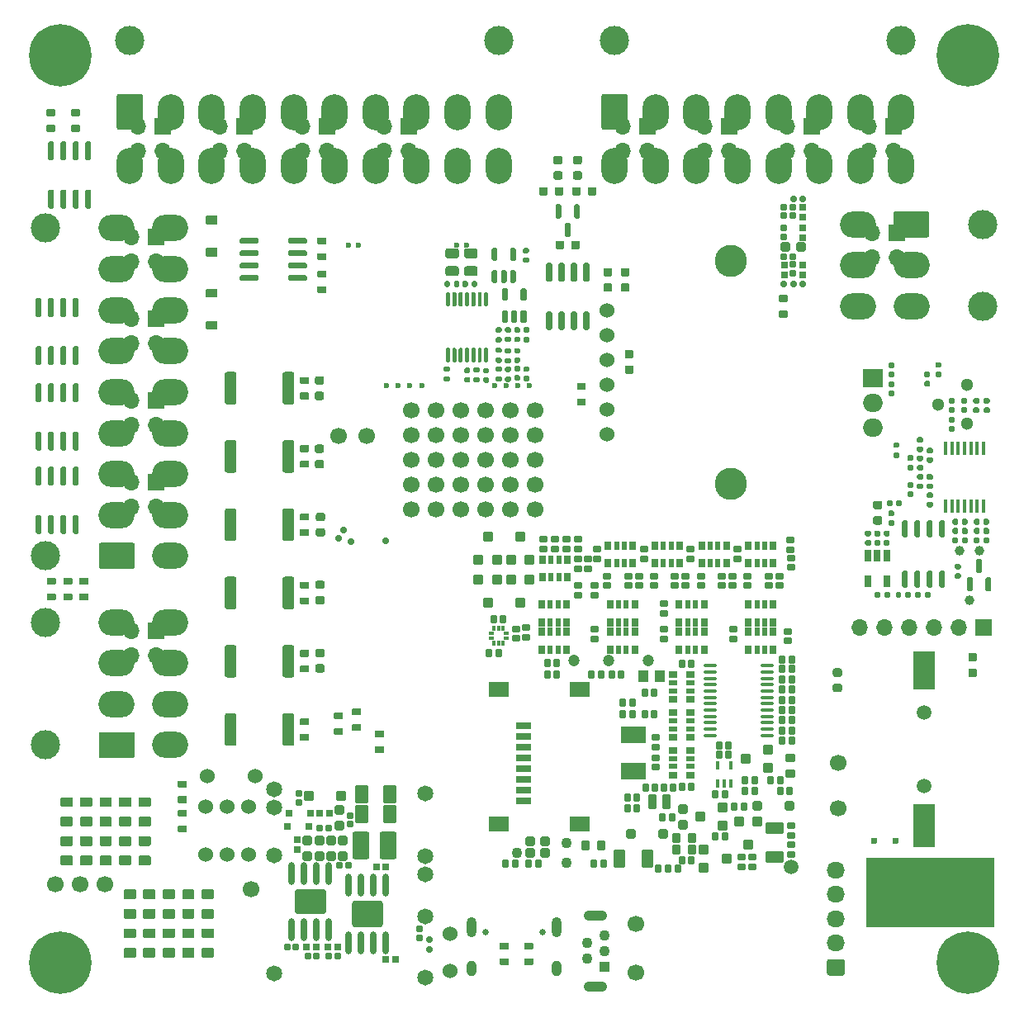
<source format=gbs>
G75*
G70*
%OFA0B0*%
%FSLAX25Y25*%
%IPPOS*%
%LPD*%
%AMOC8*
5,1,8,0,0,1.08239X$1,22.5*
%
%AMM121*
21,1,0.029130,0.018900,0.000000,-0.000000,90.000000*
21,1,0.018900,0.029130,0.000000,-0.000000,90.000000*
1,1,0.010240,0.009450,0.009450*
1,1,0.010240,0.009450,-0.009450*
1,1,0.010240,-0.009450,-0.009450*
1,1,0.010240,-0.009450,0.009450*
%
%AMM122*
21,1,0.025200,0.019680,0.000000,-0.000000,180.000000*
21,1,0.015750,0.029130,0.000000,-0.000000,180.000000*
1,1,0.009450,-0.007870,0.009840*
1,1,0.009450,0.007870,0.009840*
1,1,0.009450,0.007870,-0.009840*
1,1,0.009450,-0.007870,-0.009840*
%
%AMM123*
21,1,0.038980,0.026770,0.000000,-0.000000,180.000000*
21,1,0.026770,0.038980,0.000000,-0.000000,180.000000*
1,1,0.012210,-0.013390,0.013390*
1,1,0.012210,0.013390,0.013390*
1,1,0.012210,0.013390,-0.013390*
1,1,0.012210,-0.013390,-0.013390*
%
%AMM124*
21,1,0.025200,0.019680,0.000000,-0.000000,270.000000*
21,1,0.015750,0.029130,0.000000,-0.000000,270.000000*
1,1,0.009450,-0.009840,-0.007870*
1,1,0.009450,-0.009840,0.007870*
1,1,0.009450,0.009840,0.007870*
1,1,0.009450,0.009840,-0.007870*
%
%AMM199*
21,1,0.029530,0.026380,-0.000000,-0.000000,90.000000*
21,1,0.020470,0.035430,-0.000000,-0.000000,90.000000*
1,1,0.009060,0.013190,0.010240*
1,1,0.009060,0.013190,-0.010240*
1,1,0.009060,-0.013190,-0.010240*
1,1,0.009060,-0.013190,0.010240*
%
%AMM20*
21,1,0.041340,0.026770,0.000000,0.000000,0.000000*
21,1,0.029130,0.038980,0.000000,0.000000,0.000000*
1,1,0.012210,0.014570,-0.013390*
1,1,0.012210,-0.014570,-0.013390*
1,1,0.012210,-0.014570,0.013390*
1,1,0.012210,0.014570,0.013390*
%
%AMM200*
21,1,0.021650,0.027950,-0.000000,-0.000000,90.000000*
21,1,0.014170,0.035430,-0.000000,-0.000000,90.000000*
1,1,0.007480,0.013980,0.007090*
1,1,0.007480,0.013980,-0.007090*
1,1,0.007480,-0.013980,-0.007090*
1,1,0.007480,-0.013980,0.007090*
%
%AMM203*
21,1,0.031500,0.018900,-0.000000,-0.000000,270.000000*
21,1,0.022840,0.027560,-0.000000,-0.000000,270.000000*
1,1,0.008660,-0.009450,-0.011420*
1,1,0.008660,-0.009450,0.011420*
1,1,0.008660,0.009450,0.011420*
1,1,0.008660,0.009450,-0.011420*
%
%AMM205*
21,1,0.031500,0.018900,-0.000000,-0.000000,0.000000*
21,1,0.022840,0.027560,-0.000000,-0.000000,0.000000*
1,1,0.008660,0.011420,-0.009450*
1,1,0.008660,-0.011420,-0.009450*
1,1,0.008660,-0.011420,0.009450*
1,1,0.008660,0.011420,0.009450*
%
%AMM207*
21,1,0.039370,0.030320,-0.000000,-0.000000,90.000000*
21,1,0.028350,0.041340,-0.000000,-0.000000,90.000000*
1,1,0.011020,0.015160,0.014170*
1,1,0.011020,0.015160,-0.014170*
1,1,0.011020,-0.015160,-0.014170*
1,1,0.011020,-0.015160,0.014170*
%
%AMM21*
21,1,0.076380,0.036220,0.000000,0.000000,90.000000*
21,1,0.061810,0.050790,0.000000,0.000000,90.000000*
1,1,0.014570,0.018110,0.030910*
1,1,0.014570,0.018110,-0.030910*
1,1,0.014570,-0.018110,-0.030910*
1,1,0.014570,-0.018110,0.030910*
%
%AMM210*
21,1,0.031500,0.030710,-0.000000,-0.000000,180.000000*
21,1,0.022050,0.040160,-0.000000,-0.000000,180.000000*
1,1,0.009450,-0.011020,0.015350*
1,1,0.009450,0.011020,0.015350*
1,1,0.009450,0.011020,-0.015350*
1,1,0.009450,-0.011020,-0.015350*
%
%AMM228*
21,1,0.037400,0.026770,-0.000000,-0.000000,270.000000*
21,1,0.026770,0.037400,-0.000000,-0.000000,270.000000*
1,1,0.010630,-0.013390,-0.013390*
1,1,0.010630,-0.013390,0.013390*
1,1,0.010630,0.013390,0.013390*
1,1,0.010630,0.013390,-0.013390*
%
%AMM229*
21,1,0.029530,0.026380,-0.000000,-0.000000,180.000000*
21,1,0.020470,0.035430,-0.000000,-0.000000,180.000000*
1,1,0.009060,-0.010240,0.013190*
1,1,0.009060,0.010240,0.013190*
1,1,0.009060,0.010240,-0.013190*
1,1,0.009060,-0.010240,-0.013190*
%
%AMM230*
21,1,0.021650,0.027950,-0.000000,-0.000000,180.000000*
21,1,0.014170,0.035430,-0.000000,-0.000000,180.000000*
1,1,0.007480,-0.007090,0.013980*
1,1,0.007480,0.007090,0.013980*
1,1,0.007480,0.007090,-0.013980*
1,1,0.007480,-0.007090,-0.013980*
%
%AMM231*
21,1,0.037400,0.026770,-0.000000,-0.000000,180.000000*
21,1,0.026770,0.037400,-0.000000,-0.000000,180.000000*
1,1,0.010630,-0.013390,0.013390*
1,1,0.010630,0.013390,0.013390*
1,1,0.010630,0.013390,-0.013390*
1,1,0.010630,-0.013390,-0.013390*
%
%AMM232*
21,1,0.082680,0.045670,-0.000000,-0.000000,0.000000*
21,1,0.067320,0.061020,-0.000000,-0.000000,0.000000*
1,1,0.015350,0.033660,-0.022840*
1,1,0.015350,-0.033660,-0.022840*
1,1,0.015350,-0.033660,0.022840*
1,1,0.015350,0.033660,0.022840*
%
%AMM233*
21,1,0.062990,0.020470,-0.000000,-0.000000,0.000000*
21,1,0.053940,0.029530,-0.000000,-0.000000,0.000000*
1,1,0.009060,0.026970,-0.010240*
1,1,0.009060,-0.026970,-0.010240*
1,1,0.009060,-0.026970,0.010240*
1,1,0.009060,0.026970,0.010240*
%
%AMM234*
21,1,0.039370,0.030320,-0.000000,-0.000000,0.000000*
21,1,0.028350,0.041340,-0.000000,-0.000000,0.000000*
1,1,0.011020,0.014170,-0.015160*
1,1,0.011020,-0.014170,-0.015160*
1,1,0.011020,-0.014170,0.015160*
1,1,0.011020,0.014170,0.015160*
%
%AMM235*
21,1,0.016540,0.028980,-0.000000,-0.000000,0.000000*
21,1,0.010080,0.035430,-0.000000,-0.000000,0.000000*
1,1,0.006460,0.005040,-0.014490*
1,1,0.006460,-0.005040,-0.014490*
1,1,0.006460,-0.005040,0.014490*
1,1,0.006460,0.005040,0.014490*
%
%AMM236*
21,1,0.074800,0.036220,-0.000000,-0.000000,180.000000*
21,1,0.061810,0.049210,-0.000000,-0.000000,180.000000*
1,1,0.012990,-0.030910,0.018110*
1,1,0.012990,0.030910,0.018110*
1,1,0.012990,0.030910,-0.018110*
1,1,0.012990,-0.030910,-0.018110*
%
%AMM237*
21,1,0.039760,0.026770,-0.000000,-0.000000,180.000000*
21,1,0.029130,0.037400,-0.000000,-0.000000,180.000000*
1,1,0.010630,-0.014570,0.013390*
1,1,0.010630,0.014570,0.013390*
1,1,0.010630,0.014570,-0.013390*
1,1,0.010630,-0.014570,-0.013390*
%
%AMM238*
21,1,0.031500,0.049610,-0.000000,-0.000000,180.000000*
21,1,0.022050,0.059060,-0.000000,-0.000000,180.000000*
1,1,0.009450,-0.011020,0.024800*
1,1,0.009450,0.011020,0.024800*
1,1,0.009450,0.011020,-0.024800*
1,1,0.009450,-0.011020,-0.024800*
%
%AMM239*
21,1,0.074800,0.036220,-0.000000,-0.000000,270.000000*
21,1,0.061810,0.049210,-0.000000,-0.000000,270.000000*
1,1,0.012990,-0.018110,-0.030910*
1,1,0.012990,-0.018110,0.030910*
1,1,0.012990,0.018110,0.030910*
1,1,0.012990,0.018110,-0.030910*
%
%AMM24*
21,1,0.029130,0.018900,0.000000,0.000000,90.000000*
21,1,0.018900,0.029130,0.000000,0.000000,90.000000*
1,1,0.010240,0.009450,0.009450*
1,1,0.010240,0.009450,-0.009450*
1,1,0.010240,-0.009450,-0.009450*
1,1,0.010240,-0.009450,0.009450*
%
%AMM240*
21,1,0.031500,0.030710,-0.000000,-0.000000,270.000000*
21,1,0.022050,0.040160,-0.000000,-0.000000,270.000000*
1,1,0.009450,-0.015350,-0.011020*
1,1,0.009450,-0.015350,0.011020*
1,1,0.009450,0.015350,0.011020*
1,1,0.009450,0.015350,-0.011020*
%
%AMM25*
21,1,0.025200,0.019680,0.000000,0.000000,0.000000*
21,1,0.015750,0.029130,0.000000,0.000000,0.000000*
1,1,0.009450,0.007870,-0.009840*
1,1,0.009450,-0.007870,-0.009840*
1,1,0.009450,-0.007870,0.009840*
1,1,0.009450,0.007870,0.009840*
%
%AMM26*
21,1,0.025200,0.019680,0.000000,0.000000,270.000000*
21,1,0.015750,0.029130,0.000000,0.000000,270.000000*
1,1,0.009450,-0.009840,-0.007870*
1,1,0.009450,-0.009840,0.007870*
1,1,0.009450,0.009840,0.007870*
1,1,0.009450,0.009840,-0.007870*
%
%AMM32*
21,1,0.111810,0.050390,0.000000,0.000000,90.000000*
21,1,0.093700,0.068500,0.000000,0.000000,90.000000*
1,1,0.018110,0.025200,0.046850*
1,1,0.018110,0.025200,-0.046850*
1,1,0.018110,-0.025200,-0.046850*
1,1,0.018110,-0.025200,0.046850*
%
%AMM33*
21,1,0.038980,0.026770,0.000000,0.000000,270.000000*
21,1,0.026770,0.038980,0.000000,0.000000,270.000000*
1,1,0.012210,-0.013390,-0.013390*
1,1,0.012210,-0.013390,0.013390*
1,1,0.012210,0.013390,0.013390*
1,1,0.012210,0.013390,-0.013390*
%
%AMM34*
21,1,0.029130,0.018900,0.000000,0.000000,180.000000*
21,1,0.018900,0.029130,0.000000,0.000000,180.000000*
1,1,0.010240,-0.009450,0.009450*
1,1,0.010240,0.009450,0.009450*
1,1,0.010240,0.009450,-0.009450*
1,1,0.010240,-0.009450,-0.009450*
%
%AMM35*
21,1,0.127560,0.075590,0.000000,0.000000,180.000000*
21,1,0.103150,0.100000,0.000000,0.000000,180.000000*
1,1,0.024410,-0.051580,0.037800*
1,1,0.024410,0.051580,0.037800*
1,1,0.024410,0.051580,-0.037800*
1,1,0.024410,-0.051580,-0.037800*
%
%AMM36*
21,1,0.123620,0.083460,0.000000,0.000000,0.000000*
21,1,0.097240,0.109840,0.000000,0.000000,0.000000*
1,1,0.026380,0.048620,-0.041730*
1,1,0.026380,-0.048620,-0.041730*
1,1,0.026380,-0.048620,0.041730*
1,1,0.026380,0.048620,0.041730*
%
%ADD11R,0.06693X0.06693*%
%ADD12O,0.06693X0.06693*%
%ADD122M20*%
%ADD123M21*%
%ADD126M24*%
%ADD127M25*%
%ADD128M26*%
%ADD129C,0.02913*%
%ADD13O,0.10630X0.14567*%
%ADD130C,0.06457*%
%ADD138M32*%
%ADD139M33*%
%ADD14C,0.06693*%
%ADD140M34*%
%ADD141O,0.02520X0.09213*%
%ADD142M35*%
%ADD143M36*%
%ADD158C,0.05118*%
%ADD16C,0.11811*%
%ADD171C,0.03900*%
%ADD226C,0.04724*%
%ADD227C,0.04294*%
%ADD24C,0.03150*%
%ADD25C,0.25197*%
%ADD252R,0.01772X0.01870*%
%ADD254O,0.05354X0.01378*%
%ADD257R,0.09843X0.07087*%
%ADD258R,0.01870X0.01772*%
%ADD26C,0.06000*%
%ADD260R,0.04331X0.04724*%
%ADD27O,0.07283X0.06693*%
%ADD28C,0.02362*%
%ADD302M121*%
%ADD303M122*%
%ADD304M123*%
%ADD305M124*%
%ADD309R,0.07874X0.07500*%
%ADD310O,0.07874X0.07500*%
%ADD312R,0.01772X0.05709*%
%ADD313R,0.02559X0.04803*%
%ADD34R,0.04331X0.04331*%
%ADD35C,0.04331*%
%ADD36O,0.09449X0.04331*%
%ADD39C,0.05906*%
%ADD408M199*%
%ADD409M200*%
%ADD412M203*%
%ADD414M205*%
%ADD416M207*%
%ADD419M210*%
%ADD437M228*%
%ADD438M229*%
%ADD439M230*%
%ADD440M231*%
%ADD441M232*%
%ADD442M233*%
%ADD443M234*%
%ADD444M235*%
%ADD445M236*%
%ADD446M237*%
%ADD447M238*%
%ADD448M239*%
%ADD449M240*%
%ADD55O,0.14567X0.10630*%
%ADD72O,0.03937X0.08268*%
%ADD73O,0.03937X0.06299*%
%ADD74C,0.13000*%
%ADD80C,0.00472*%
%ADD81C,0.02559*%
%ADD96R,0.09055X0.17323*%
%ADD97R,0.09055X0.15748*%
X0000000Y0000000D02*
%LPD*%
G01*
D80*
X0390354Y0028445D02*
X0339173Y0028445D01*
X0339173Y0056004D01*
X0390354Y0056004D01*
X0390354Y0028445D01*
G36*
X0390354Y0028445D02*
G01*
X0339173Y0028445D01*
X0339173Y0056004D01*
X0390354Y0056004D01*
X0390354Y0028445D01*
G37*
D11*
X0052421Y0207677D03*
D12*
X0042421Y0207677D03*
X0052421Y0197677D03*
X0042421Y0197677D03*
D16*
X0237402Y0385925D03*
X0353150Y0385925D03*
G36*
G01*
X0232087Y0350886D02*
X0232087Y0363484D01*
G75*
G02*
X0233071Y0364469I0000984J0000000D01*
G01*
X0241732Y0364469D01*
G75*
G02*
X0242717Y0363484I0000000J-000984D01*
G01*
X0242717Y0350886D01*
G75*
G02*
X0241732Y0349902I-000984J0000000D01*
G01*
X0233071Y0349902D01*
G75*
G02*
X0232087Y0350886I0000000J0000984D01*
G01*
G37*
D13*
X0253937Y0357185D03*
X0270472Y0357185D03*
X0287008Y0357185D03*
X0303543Y0357185D03*
X0320079Y0357185D03*
X0336614Y0357185D03*
X0353150Y0357185D03*
X0237402Y0335531D03*
X0253937Y0335531D03*
X0270472Y0335531D03*
X0287008Y0335531D03*
X0303543Y0335531D03*
X0320079Y0335531D03*
X0336614Y0335531D03*
X0353150Y0335531D03*
D14*
X0327559Y0075984D03*
D11*
X0052421Y0240748D03*
D12*
X0042421Y0240748D03*
X0052421Y0230748D03*
X0042421Y0230748D03*
D16*
X0041732Y0385925D03*
X0190551Y0385925D03*
G36*
G01*
X0036417Y0350886D02*
X0036417Y0363484D01*
G75*
G02*
X0037402Y0364469I0000984J0000000D01*
G01*
X0046063Y0364469D01*
G75*
G02*
X0047047Y0363484I0000000J-000984D01*
G01*
X0047047Y0350886D01*
G75*
G02*
X0046063Y0349902I-000984J0000000D01*
G01*
X0037402Y0349902D01*
G75*
G02*
X0036417Y0350886I0000000J0000984D01*
G01*
G37*
D13*
X0058268Y0357185D03*
X0074803Y0357185D03*
X0091339Y0357185D03*
X0107874Y0357185D03*
X0124409Y0357185D03*
X0140945Y0357185D03*
X0157480Y0357185D03*
X0174016Y0357185D03*
X0190551Y0357185D03*
X0041732Y0335531D03*
X0058268Y0335531D03*
X0074803Y0335531D03*
X0091339Y0335531D03*
X0107874Y0335531D03*
X0124409Y0335531D03*
X0140945Y0335531D03*
X0157480Y0335531D03*
X0174016Y0335531D03*
X0190551Y0335531D03*
D11*
X0154291Y0351280D03*
D12*
X0144291Y0351280D03*
X0154291Y0341280D03*
X0144291Y0341280D03*
D14*
X0125984Y0226378D03*
X0137402Y0226378D03*
X0021811Y0045276D03*
D24*
X0004331Y0379921D03*
X0007098Y0386603D03*
X0007098Y0373240D03*
X0013780Y0389370D03*
D25*
X0013780Y0379921D03*
D24*
X0013780Y0370472D03*
X0020461Y0386603D03*
X0020461Y0373240D03*
X0023228Y0379921D03*
X0370472Y0379921D03*
X0373240Y0386603D03*
X0373240Y0373240D03*
X0379921Y0389370D03*
D25*
X0379921Y0379921D03*
D24*
X0379921Y0370472D03*
X0386603Y0386603D03*
X0386603Y0373240D03*
X0389370Y0379921D03*
D26*
X0072441Y0076575D03*
X0072441Y0057283D03*
G36*
G01*
X0329429Y0008465D02*
X0324114Y0008465D01*
G75*
G02*
X0323130Y0009449I0000000J0000984D01*
G01*
X0323130Y0014173D01*
G75*
G02*
X0324114Y0015157I0000984J0000000D01*
G01*
X0329429Y0015157D01*
G75*
G02*
X0330413Y0014173I0000000J-000984D01*
G01*
X0330413Y0009449D01*
G75*
G02*
X0329429Y0008465I-000984J0000000D01*
G01*
G37*
D27*
X0326772Y0021654D03*
X0326772Y0031496D03*
X0326772Y0041339D03*
X0326772Y0051181D03*
D14*
X0246063Y0029528D03*
D24*
X0004331Y0013780D03*
X0007098Y0020461D03*
X0007098Y0007098D03*
X0013780Y0023228D03*
D25*
X0013780Y0013780D03*
D24*
X0013780Y0004331D03*
X0020461Y0020461D03*
X0020461Y0007098D03*
X0023228Y0013780D03*
D28*
X0193602Y0246752D03*
X0188878Y0246752D03*
X0198327Y0246752D03*
X0203051Y0246752D03*
X0177618Y0303543D03*
X0173681Y0303543D03*
D14*
X0011811Y0045276D03*
D34*
X0233268Y0012205D03*
D35*
X0226378Y0015354D03*
X0233268Y0018504D03*
X0226378Y0021654D03*
X0233268Y0024803D03*
D36*
X0229823Y0004134D03*
X0229823Y0032874D03*
D26*
X0081102Y0076575D03*
X0081102Y0057283D03*
D28*
X0313287Y0287894D03*
X0309547Y0287894D03*
X0305807Y0287894D03*
X0309744Y0322146D03*
X0313287Y0322146D03*
D14*
X0090551Y0043307D03*
D39*
X0160925Y0081988D03*
X0160925Y0056791D03*
X0160925Y0049311D03*
X0160925Y0032382D03*
D28*
X0162697Y0022933D03*
X0162697Y0018996D03*
D39*
X0160925Y0007776D03*
X0099902Y0083760D03*
X0099902Y0076476D03*
X0099902Y0056988D03*
X0099902Y0009547D03*
D28*
X0125984Y0184941D03*
X0128051Y0188386D03*
X0131004Y0183760D03*
X0144980Y0184055D03*
D11*
X0316890Y0351280D03*
D12*
X0306890Y0351280D03*
X0316890Y0341280D03*
X0306890Y0341280D03*
D16*
X0007776Y0177953D03*
X0007776Y0310236D03*
G36*
G01*
X0042815Y0172638D02*
X0030217Y0172638D01*
G75*
G02*
X0029232Y0173622I0000000J0000984D01*
G01*
X0029232Y0182283D01*
G75*
G02*
X0030217Y0183268I0000984J0000000D01*
G01*
X0042815Y0183268D01*
G75*
G02*
X0043799Y0182283I0000000J-000984D01*
G01*
X0043799Y0173622D01*
G75*
G02*
X0042815Y0172638I-000984J0000000D01*
G01*
G37*
D55*
X0036516Y0194488D03*
X0036516Y0211024D03*
X0036516Y0227559D03*
X0036516Y0244094D03*
X0036516Y0260630D03*
X0036516Y0277165D03*
X0036516Y0293701D03*
X0036516Y0310236D03*
X0058169Y0177953D03*
X0058169Y0194488D03*
X0058169Y0211024D03*
X0058169Y0227559D03*
X0058169Y0244094D03*
X0058169Y0260630D03*
X0058169Y0277165D03*
X0058169Y0293701D03*
X0058169Y0310236D03*
D11*
X0349961Y0351280D03*
D12*
X0339961Y0351280D03*
X0349961Y0341280D03*
X0339961Y0341280D03*
D16*
X0385925Y0311811D03*
X0385925Y0278740D03*
G36*
G01*
X0350886Y0317126D02*
X0363484Y0317126D01*
G75*
G02*
X0364469Y0316142I0000000J-000984D01*
G01*
X0364469Y0307480D01*
G75*
G02*
X0363484Y0306496I-000984J0000000D01*
G01*
X0350886Y0306496D01*
G75*
G02*
X0349902Y0307480I0000000J0000984D01*
G01*
X0349902Y0316142D01*
G75*
G02*
X0350886Y0317126I0000984J0000000D01*
G01*
G37*
D55*
X0357185Y0295276D03*
X0357185Y0278740D03*
X0335531Y0311811D03*
X0335531Y0295276D03*
X0335531Y0278740D03*
D11*
X0121220Y0351280D03*
D12*
X0111220Y0351280D03*
X0121220Y0341280D03*
X0111220Y0341280D03*
D26*
X0089764Y0076575D03*
X0089764Y0057283D03*
D14*
X0155512Y0196693D03*
X0155512Y0206693D03*
X0155512Y0216693D03*
X0155512Y0226693D03*
X0155512Y0236693D03*
X0165512Y0196693D03*
X0165512Y0206693D03*
X0165512Y0216693D03*
X0165512Y0226693D03*
X0165512Y0236693D03*
X0175512Y0196693D03*
X0175512Y0206693D03*
X0175512Y0216693D03*
X0175512Y0226693D03*
X0175512Y0236693D03*
X0246063Y0009843D03*
D26*
X0171160Y0025491D03*
X0171160Y0010491D03*
D11*
X0351437Y0308465D03*
D12*
X0341437Y0308465D03*
X0351437Y0298465D03*
X0341437Y0298465D03*
D16*
X0007776Y0101575D03*
X0007776Y0151181D03*
G36*
G01*
X0042815Y0096260D02*
X0030217Y0096260D01*
G75*
G02*
X0029232Y0097244I0000000J0000984D01*
G01*
X0029232Y0105906D01*
G75*
G02*
X0030217Y0106890I0000984J0000000D01*
G01*
X0042815Y0106890D01*
G75*
G02*
X0043799Y0105906I0000000J-000984D01*
G01*
X0043799Y0097244D01*
G75*
G02*
X0042815Y0096260I-000984J0000000D01*
G01*
G37*
D55*
X0036516Y0118110D03*
X0036516Y0134646D03*
X0036516Y0151181D03*
X0058169Y0101575D03*
X0058169Y0118110D03*
X0058169Y0134646D03*
X0058169Y0151181D03*
D14*
X0327559Y0094488D03*
D11*
X0250748Y0351280D03*
D12*
X0240748Y0351280D03*
X0250748Y0341280D03*
X0240748Y0341280D03*
D81*
X0185472Y0026004D03*
X0208228Y0026004D03*
D72*
X0179843Y0027972D03*
D73*
X0179843Y0011516D03*
D72*
X0213858Y0027972D03*
D73*
X0213858Y0011516D03*
D24*
X0370472Y0013780D03*
X0373240Y0020461D03*
X0373240Y0007098D03*
X0379921Y0023228D03*
D25*
X0379921Y0013780D03*
D24*
X0379921Y0004331D03*
X0386603Y0020461D03*
X0386603Y0007098D03*
X0389370Y0013780D03*
D28*
X0150098Y0246752D03*
X0145374Y0246752D03*
X0154823Y0246752D03*
X0159547Y0246752D03*
X0134114Y0303543D03*
X0130177Y0303543D03*
D11*
X0055079Y0351280D03*
D12*
X0045079Y0351280D03*
X0055079Y0341280D03*
X0045079Y0341280D03*
D11*
X0052421Y0306890D03*
D12*
X0042421Y0306890D03*
X0052421Y0296890D03*
X0042421Y0296890D03*
D26*
X0073031Y0088976D03*
X0092323Y0088976D03*
D11*
X0088150Y0351280D03*
D12*
X0078150Y0351280D03*
X0088150Y0341280D03*
X0078150Y0341280D03*
D11*
X0386417Y0149213D03*
D12*
X0376417Y0149213D03*
X0366417Y0149213D03*
X0356417Y0149213D03*
X0346417Y0149213D03*
X0336417Y0149213D03*
D11*
X0052421Y0273819D03*
D12*
X0042421Y0273819D03*
X0052421Y0263819D03*
X0042421Y0263819D03*
D11*
X0052421Y0147835D03*
D12*
X0042421Y0147835D03*
X0052421Y0137835D03*
X0042421Y0137835D03*
D11*
X0283819Y0351280D03*
D12*
X0273819Y0351280D03*
X0283819Y0341280D03*
X0273819Y0341280D03*
D74*
X0284265Y0296969D03*
X0284265Y0206969D03*
D26*
X0234265Y0276969D03*
X0234265Y0266969D03*
X0234265Y0256969D03*
X0234265Y0246969D03*
X0234265Y0236969D03*
X0234265Y0226969D03*
D14*
X0031811Y0045276D03*
X0185512Y0196693D03*
X0185512Y0206693D03*
X0185512Y0216693D03*
X0185512Y0226693D03*
X0185512Y0236693D03*
X0195512Y0196693D03*
X0195512Y0206693D03*
X0195512Y0216693D03*
X0195512Y0226693D03*
X0195512Y0236693D03*
X0205512Y0196693D03*
X0205512Y0206693D03*
X0205512Y0216693D03*
X0205512Y0226693D03*
X0205512Y0236693D03*
G36*
G01*
X0214173Y0319910D02*
X0215354Y0319910D01*
G75*
G02*
X0215945Y0319319I0000000J-000591D01*
G01*
X0215945Y0314693D01*
G75*
G02*
X0215354Y0314102I-000591J0000000D01*
G01*
X0214173Y0314102D01*
G75*
G02*
X0213583Y0314693I0000000J0000591D01*
G01*
X0213583Y0319319D01*
G75*
G02*
X0214173Y0319910I0000591J0000000D01*
G01*
G37*
G36*
G01*
X0221654Y0319910D02*
X0222835Y0319910D01*
G75*
G02*
X0223425Y0319319I0000000J-000591D01*
G01*
X0223425Y0314693D01*
G75*
G02*
X0222835Y0314102I-000591J0000000D01*
G01*
X0221654Y0314102D01*
G75*
G02*
X0221063Y0314693I0000000J0000591D01*
G01*
X0221063Y0319319D01*
G75*
G02*
X0221654Y0319910I0000591J0000000D01*
G01*
G37*
G36*
G01*
X0217913Y0312528D02*
X0219094Y0312528D01*
G75*
G02*
X0219685Y0311937I0000000J-000591D01*
G01*
X0219685Y0307311D01*
G75*
G02*
X0219094Y0306721I-000591J0000000D01*
G01*
X0217913Y0306721D01*
G75*
G02*
X0217323Y0307311I0000000J0000591D01*
G01*
X0217323Y0311937D01*
G75*
G02*
X0217913Y0312528I0000591J0000000D01*
G01*
G37*
G36*
G01*
X0049803Y0052992D02*
X0045669Y0052992D01*
G75*
G02*
X0045276Y0053386I0000000J0000394D01*
G01*
X0045276Y0056535D01*
G75*
G02*
X0045669Y0056929I0000394J0000000D01*
G01*
X0049803Y0056929D01*
G75*
G02*
X0050197Y0056535I0000000J-000394D01*
G01*
X0050197Y0053386D01*
G75*
G02*
X0049803Y0052992I-000394J0000000D01*
G01*
G37*
G36*
G01*
X0049803Y0060866D02*
X0045669Y0060866D01*
G75*
G02*
X0045276Y0061260I0000000J0000394D01*
G01*
X0045276Y0064409D01*
G75*
G02*
X0045669Y0064803I0000394J0000000D01*
G01*
X0049803Y0064803D01*
G75*
G02*
X0050197Y0064409I0000000J-000394D01*
G01*
X0050197Y0061260D01*
G75*
G02*
X0049803Y0060866I-000394J0000000D01*
G01*
G37*
G36*
G01*
X0241969Y0261083D02*
X0244646Y0261083D01*
G75*
G02*
X0244980Y0260748I0000000J-000335D01*
G01*
X0244980Y0258071D01*
G75*
G02*
X0244646Y0257736I-000335J0000000D01*
G01*
X0241969Y0257736D01*
G75*
G02*
X0241634Y0258071I0000000J0000335D01*
G01*
X0241634Y0260748D01*
G75*
G02*
X0241969Y0261083I0000335J0000000D01*
G01*
G37*
G36*
G01*
X0241969Y0254862D02*
X0244646Y0254862D01*
G75*
G02*
X0244980Y0254528I0000000J-000335D01*
G01*
X0244980Y0251850D01*
G75*
G02*
X0244646Y0251516I-000335J0000000D01*
G01*
X0241969Y0251516D01*
G75*
G02*
X0241634Y0251850I0000000J0000335D01*
G01*
X0241634Y0254528D01*
G75*
G02*
X0241969Y0254862I0000335J0000000D01*
G01*
G37*
G36*
G01*
X0076811Y0298819D02*
X0072795Y0298819D01*
G75*
G02*
X0072441Y0299173I0000000J0000354D01*
G01*
X0072441Y0302008D01*
G75*
G02*
X0072795Y0302362I0000354J0000000D01*
G01*
X0076811Y0302362D01*
G75*
G02*
X0077165Y0302008I0000000J-000354D01*
G01*
X0077165Y0299173D01*
G75*
G02*
X0076811Y0298819I-000354J0000000D01*
G01*
G37*
G36*
G01*
X0076811Y0311811D02*
X0072795Y0311811D01*
G75*
G02*
X0072441Y0312165I0000000J0000354D01*
G01*
X0072441Y0315000D01*
G75*
G02*
X0072795Y0315354I0000354J0000000D01*
G01*
X0076811Y0315354D01*
G75*
G02*
X0077165Y0315000I0000000J-000354D01*
G01*
X0077165Y0312165D01*
G75*
G02*
X0076811Y0311811I-000354J0000000D01*
G01*
G37*
D39*
X0362205Y0085040D03*
X0362205Y0114567D03*
D96*
X0362205Y0068898D03*
D97*
X0362205Y0131890D03*
G36*
G01*
X0004311Y0247638D02*
X0005492Y0247638D01*
G75*
G02*
X0006083Y0247047I0000000J-000591D01*
G01*
X0006083Y0240551D01*
G75*
G02*
X0005492Y0239961I-000591J0000000D01*
G01*
X0004311Y0239961D01*
G75*
G02*
X0003720Y0240551I0000000J0000591D01*
G01*
X0003720Y0247047D01*
G75*
G02*
X0004311Y0247638I0000591J0000000D01*
G01*
G37*
G36*
G01*
X0009311Y0247638D02*
X0010492Y0247638D01*
G75*
G02*
X0011083Y0247047I0000000J-000591D01*
G01*
X0011083Y0240551D01*
G75*
G02*
X0010492Y0239961I-000591J0000000D01*
G01*
X0009311Y0239961D01*
G75*
G02*
X0008720Y0240551I0000000J0000591D01*
G01*
X0008720Y0247047D01*
G75*
G02*
X0009311Y0247638I0000591J0000000D01*
G01*
G37*
G36*
G01*
X0014311Y0247638D02*
X0015492Y0247638D01*
G75*
G02*
X0016083Y0247047I0000000J-000591D01*
G01*
X0016083Y0240551D01*
G75*
G02*
X0015492Y0239961I-000591J0000000D01*
G01*
X0014311Y0239961D01*
G75*
G02*
X0013720Y0240551I0000000J0000591D01*
G01*
X0013720Y0247047D01*
G75*
G02*
X0014311Y0247638I0000591J0000000D01*
G01*
G37*
G36*
G01*
X0019311Y0247638D02*
X0020492Y0247638D01*
G75*
G02*
X0021083Y0247047I0000000J-000591D01*
G01*
X0021083Y0240551D01*
G75*
G02*
X0020492Y0239961I-000591J0000000D01*
G01*
X0019311Y0239961D01*
G75*
G02*
X0018720Y0240551I0000000J0000591D01*
G01*
X0018720Y0247047D01*
G75*
G02*
X0019311Y0247638I0000591J0000000D01*
G01*
G37*
G36*
G01*
X0019311Y0228150D02*
X0020492Y0228150D01*
G75*
G02*
X0021083Y0227559I0000000J-000591D01*
G01*
X0021083Y0221063D01*
G75*
G02*
X0020492Y0220472I-000591J0000000D01*
G01*
X0019311Y0220472D01*
G75*
G02*
X0018720Y0221063I0000000J0000591D01*
G01*
X0018720Y0227559D01*
G75*
G02*
X0019311Y0228150I0000591J0000000D01*
G01*
G37*
G36*
G01*
X0014311Y0228150D02*
X0015492Y0228150D01*
G75*
G02*
X0016083Y0227559I0000000J-000591D01*
G01*
X0016083Y0221063D01*
G75*
G02*
X0015492Y0220472I-000591J0000000D01*
G01*
X0014311Y0220472D01*
G75*
G02*
X0013720Y0221063I0000000J0000591D01*
G01*
X0013720Y0227559D01*
G75*
G02*
X0014311Y0228150I0000591J0000000D01*
G01*
G37*
G36*
G01*
X0009311Y0228150D02*
X0010492Y0228150D01*
G75*
G02*
X0011083Y0227559I0000000J-000591D01*
G01*
X0011083Y0221063D01*
G75*
G02*
X0010492Y0220472I-000591J0000000D01*
G01*
X0009311Y0220472D01*
G75*
G02*
X0008720Y0221063I0000000J0000591D01*
G01*
X0008720Y0227559D01*
G75*
G02*
X0009311Y0228150I0000591J0000000D01*
G01*
G37*
G36*
G01*
X0004311Y0228150D02*
X0005492Y0228150D01*
G75*
G02*
X0006083Y0227559I0000000J-000591D01*
G01*
X0006083Y0221063D01*
G75*
G02*
X0005492Y0220472I-000591J0000000D01*
G01*
X0004311Y0220472D01*
G75*
G02*
X0003720Y0221063I0000000J0000591D01*
G01*
X0003720Y0227559D01*
G75*
G02*
X0004311Y0228150I0000591J0000000D01*
G01*
G37*
G36*
G01*
X0011575Y0160039D02*
X0008504Y0160039D01*
G75*
G02*
X0008228Y0160315I0000000J0000276D01*
G01*
X0008228Y0162520D01*
G75*
G02*
X0008504Y0162795I0000276J0000000D01*
G01*
X0011575Y0162795D01*
G75*
G02*
X0011850Y0162520I0000000J-000276D01*
G01*
X0011850Y0160315D01*
G75*
G02*
X0011575Y0160039I-000276J0000000D01*
G01*
G37*
G36*
G01*
X0011575Y0166339D02*
X0008504Y0166339D01*
G75*
G02*
X0008228Y0166614I0000000J0000276D01*
G01*
X0008228Y0168819D01*
G75*
G02*
X0008504Y0169094I0000276J0000000D01*
G01*
X0011575Y0169094D01*
G75*
G02*
X0011850Y0168819I0000000J-000276D01*
G01*
X0011850Y0166614D01*
G75*
G02*
X0011575Y0166339I-000276J0000000D01*
G01*
G37*
G36*
G01*
X0229941Y0326535D02*
X0229941Y0323858D01*
G75*
G02*
X0229606Y0323524I-000335J0000000D01*
G01*
X0226929Y0323524D01*
G75*
G02*
X0226594Y0323858I0000000J0000335D01*
G01*
X0226594Y0326535D01*
G75*
G02*
X0226929Y0326870I0000335J0000000D01*
G01*
X0229606Y0326870D01*
G75*
G02*
X0229941Y0326535I0000000J-000335D01*
G01*
G37*
G36*
G01*
X0223720Y0326535D02*
X0223720Y0323858D01*
G75*
G02*
X0223386Y0323524I-000335J0000000D01*
G01*
X0220709Y0323524D01*
G75*
G02*
X0220374Y0323858I0000000J0000335D01*
G01*
X0220374Y0326535D01*
G75*
G02*
X0220709Y0326870I0000335J0000000D01*
G01*
X0223386Y0326870D01*
G75*
G02*
X0223720Y0326535I0000000J-000335D01*
G01*
G37*
G36*
G01*
X0026181Y0052992D02*
X0022047Y0052992D01*
G75*
G02*
X0021654Y0053386I0000000J0000394D01*
G01*
X0021654Y0056535D01*
G75*
G02*
X0022047Y0056929I0000394J0000000D01*
G01*
X0026181Y0056929D01*
G75*
G02*
X0026575Y0056535I0000000J-000394D01*
G01*
X0026575Y0053386D01*
G75*
G02*
X0026181Y0052992I-000394J0000000D01*
G01*
G37*
G36*
G01*
X0026181Y0060866D02*
X0022047Y0060866D01*
G75*
G02*
X0021654Y0061260I0000000J0000394D01*
G01*
X0021654Y0064409D01*
G75*
G02*
X0022047Y0064803I0000394J0000000D01*
G01*
X0026181Y0064803D01*
G75*
G02*
X0026575Y0064409I0000000J-000394D01*
G01*
X0026575Y0061260D01*
G75*
G02*
X0026181Y0060866I-000394J0000000D01*
G01*
G37*
G36*
G01*
X0380551Y0138642D02*
X0383228Y0138642D01*
G75*
G02*
X0383563Y0138307I0000000J-000335D01*
G01*
X0383563Y0135630D01*
G75*
G02*
X0383228Y0135295I-000335J0000000D01*
G01*
X0380551Y0135295D01*
G75*
G02*
X0380217Y0135630I0000000J0000335D01*
G01*
X0380217Y0138307D01*
G75*
G02*
X0380551Y0138642I0000335J0000000D01*
G01*
G37*
G36*
G01*
X0380551Y0132421D02*
X0383228Y0132421D01*
G75*
G02*
X0383563Y0132087I0000000J-000335D01*
G01*
X0383563Y0129409D01*
G75*
G02*
X0383228Y0129075I-000335J0000000D01*
G01*
X0380551Y0129075D01*
G75*
G02*
X0380217Y0129409I0000000J0000335D01*
G01*
X0380217Y0132087D01*
G75*
G02*
X0380551Y0132421I0000335J0000000D01*
G01*
G37*
G36*
G01*
X0213720Y0302134D02*
X0213720Y0304811D01*
G75*
G02*
X0214055Y0305146I0000335J0000000D01*
G01*
X0216732Y0305146D01*
G75*
G02*
X0217067Y0304811I0000000J-000335D01*
G01*
X0217067Y0302134D01*
G75*
G02*
X0216732Y0301799I-000335J0000000D01*
G01*
X0214055Y0301799D01*
G75*
G02*
X0213720Y0302134I0000000J0000335D01*
G01*
G37*
G36*
G01*
X0219941Y0302134D02*
X0219941Y0304811D01*
G75*
G02*
X0220276Y0305146I0000335J0000000D01*
G01*
X0222953Y0305146D01*
G75*
G02*
X0223287Y0304811I0000000J-000335D01*
G01*
X0223287Y0302134D01*
G75*
G02*
X0222953Y0301799I-000335J0000000D01*
G01*
X0220276Y0301799D01*
G75*
G02*
X0219941Y0302134I0000000J0000335D01*
G01*
G37*
G36*
G01*
X0024764Y0160039D02*
X0021693Y0160039D01*
G75*
G02*
X0021417Y0160315I0000000J0000276D01*
G01*
X0021417Y0162520D01*
G75*
G02*
X0021693Y0162795I0000276J0000000D01*
G01*
X0024764Y0162795D01*
G75*
G02*
X0025039Y0162520I0000000J-000276D01*
G01*
X0025039Y0160315D01*
G75*
G02*
X0024764Y0160039I-000276J0000000D01*
G01*
G37*
G36*
G01*
X0024764Y0166339D02*
X0021693Y0166339D01*
G75*
G02*
X0021417Y0166614I0000000J0000276D01*
G01*
X0021417Y0168819D01*
G75*
G02*
X0021693Y0169094I0000276J0000000D01*
G01*
X0024764Y0169094D01*
G75*
G02*
X0025039Y0168819I0000000J-000276D01*
G01*
X0025039Y0166614D01*
G75*
G02*
X0024764Y0166339I-000276J0000000D01*
G01*
G37*
G36*
G01*
X0063287Y0043307D02*
X0067421Y0043307D01*
G75*
G02*
X0067815Y0042913I0000000J-000394D01*
G01*
X0067815Y0039764D01*
G75*
G02*
X0067421Y0039370I-000394J0000000D01*
G01*
X0063287Y0039370D01*
G75*
G02*
X0062894Y0039764I0000000J0000394D01*
G01*
X0062894Y0042913D01*
G75*
G02*
X0063287Y0043307I0000394J0000000D01*
G01*
G37*
G36*
G01*
X0063287Y0035433D02*
X0067421Y0035433D01*
G75*
G02*
X0067815Y0035039I0000000J-000394D01*
G01*
X0067815Y0031890D01*
G75*
G02*
X0067421Y0031496I-000394J0000000D01*
G01*
X0063287Y0031496D01*
G75*
G02*
X0062894Y0031890I0000000J0000394D01*
G01*
X0062894Y0035039D01*
G75*
G02*
X0063287Y0035433I0000394J0000000D01*
G01*
G37*
G36*
G01*
X0108169Y0251280D02*
X0108169Y0240059D01*
G75*
G02*
X0107185Y0239075I-000984J0000000D01*
G01*
X0104331Y0239075D01*
G75*
G02*
X0103346Y0240059I0000000J0000984D01*
G01*
X0103346Y0251280D01*
G75*
G02*
X0104331Y0252264I0000984J0000000D01*
G01*
X0107185Y0252264D01*
G75*
G02*
X0108169Y0251280I0000000J-000984D01*
G01*
G37*
G36*
G01*
X0084843Y0251280D02*
X0084843Y0240059D01*
G75*
G02*
X0083858Y0239075I-000984J0000000D01*
G01*
X0081004Y0239075D01*
G75*
G02*
X0080020Y0240059I0000000J0000984D01*
G01*
X0080020Y0251280D01*
G75*
G02*
X0081004Y0252264I0000984J0000000D01*
G01*
X0083858Y0252264D01*
G75*
G02*
X0084843Y0251280I0000000J-000984D01*
G01*
G37*
G36*
G01*
X0029921Y0080551D02*
X0034055Y0080551D01*
G75*
G02*
X0034449Y0080157I0000000J-000394D01*
G01*
X0034449Y0077008D01*
G75*
G02*
X0034055Y0076614I-000394J0000000D01*
G01*
X0029921Y0076614D01*
G75*
G02*
X0029528Y0077008I0000000J0000394D01*
G01*
X0029528Y0080157D01*
G75*
G02*
X0029921Y0080551I0000394J0000000D01*
G01*
G37*
G36*
G01*
X0029921Y0072677D02*
X0034055Y0072677D01*
G75*
G02*
X0034449Y0072283I0000000J-000394D01*
G01*
X0034449Y0069134D01*
G75*
G02*
X0034055Y0068740I-000394J0000000D01*
G01*
X0029921Y0068740D01*
G75*
G02*
X0029528Y0069134I0000000J0000394D01*
G01*
X0029528Y0072283D01*
G75*
G02*
X0029921Y0072677I0000394J0000000D01*
G01*
G37*
G36*
G01*
X0075295Y0015748D02*
X0071161Y0015748D01*
G75*
G02*
X0070768Y0016142I0000000J0000394D01*
G01*
X0070768Y0019291D01*
G75*
G02*
X0071161Y0019685I0000394J0000000D01*
G01*
X0075295Y0019685D01*
G75*
G02*
X0075689Y0019291I0000000J-000394D01*
G01*
X0075689Y0016142D01*
G75*
G02*
X0075295Y0015748I-000394J0000000D01*
G01*
G37*
G36*
G01*
X0075295Y0023622D02*
X0071161Y0023622D01*
G75*
G02*
X0070768Y0024016I0000000J0000394D01*
G01*
X0070768Y0027165D01*
G75*
G02*
X0071161Y0027559I0000394J0000000D01*
G01*
X0075295Y0027559D01*
G75*
G02*
X0075689Y0027165I0000000J-000394D01*
G01*
X0075689Y0024016D01*
G75*
G02*
X0075295Y0023622I-000394J0000000D01*
G01*
G37*
G36*
G01*
X0210413Y0296260D02*
X0211594Y0296260D01*
G75*
G02*
X0212185Y0295669I0000000J-000591D01*
G01*
X0212185Y0289173D01*
G75*
G02*
X0211594Y0288583I-000591J0000000D01*
G01*
X0210413Y0288583D01*
G75*
G02*
X0209823Y0289173I0000000J0000591D01*
G01*
X0209823Y0295669D01*
G75*
G02*
X0210413Y0296260I0000591J0000000D01*
G01*
G37*
G36*
G01*
X0215413Y0296260D02*
X0216594Y0296260D01*
G75*
G02*
X0217185Y0295669I0000000J-000591D01*
G01*
X0217185Y0289173D01*
G75*
G02*
X0216594Y0288583I-000591J0000000D01*
G01*
X0215413Y0288583D01*
G75*
G02*
X0214823Y0289173I0000000J0000591D01*
G01*
X0214823Y0295669D01*
G75*
G02*
X0215413Y0296260I0000591J0000000D01*
G01*
G37*
G36*
G01*
X0220413Y0296260D02*
X0221594Y0296260D01*
G75*
G02*
X0222185Y0295669I0000000J-000591D01*
G01*
X0222185Y0289173D01*
G75*
G02*
X0221594Y0288583I-000591J0000000D01*
G01*
X0220413Y0288583D01*
G75*
G02*
X0219823Y0289173I0000000J0000591D01*
G01*
X0219823Y0295669D01*
G75*
G02*
X0220413Y0296260I0000591J0000000D01*
G01*
G37*
G36*
G01*
X0225413Y0296260D02*
X0226594Y0296260D01*
G75*
G02*
X0227185Y0295669I0000000J-000591D01*
G01*
X0227185Y0289173D01*
G75*
G02*
X0226594Y0288583I-000591J0000000D01*
G01*
X0225413Y0288583D01*
G75*
G02*
X0224823Y0289173I0000000J0000591D01*
G01*
X0224823Y0295669D01*
G75*
G02*
X0225413Y0296260I0000591J0000000D01*
G01*
G37*
G36*
G01*
X0225413Y0276772D02*
X0226594Y0276772D01*
G75*
G02*
X0227185Y0276181I0000000J-000591D01*
G01*
X0227185Y0269685D01*
G75*
G02*
X0226594Y0269094I-000591J0000000D01*
G01*
X0225413Y0269094D01*
G75*
G02*
X0224823Y0269685I0000000J0000591D01*
G01*
X0224823Y0276181D01*
G75*
G02*
X0225413Y0276772I0000591J0000000D01*
G01*
G37*
G36*
G01*
X0220413Y0276772D02*
X0221594Y0276772D01*
G75*
G02*
X0222185Y0276181I0000000J-000591D01*
G01*
X0222185Y0269685D01*
G75*
G02*
X0221594Y0269094I-000591J0000000D01*
G01*
X0220413Y0269094D01*
G75*
G02*
X0219823Y0269685I0000000J0000591D01*
G01*
X0219823Y0276181D01*
G75*
G02*
X0220413Y0276772I0000591J0000000D01*
G01*
G37*
G36*
G01*
X0215413Y0276772D02*
X0216594Y0276772D01*
G75*
G02*
X0217185Y0276181I0000000J-000591D01*
G01*
X0217185Y0269685D01*
G75*
G02*
X0216594Y0269094I-000591J0000000D01*
G01*
X0215413Y0269094D01*
G75*
G02*
X0214823Y0269685I0000000J0000591D01*
G01*
X0214823Y0276181D01*
G75*
G02*
X0215413Y0276772I0000591J0000000D01*
G01*
G37*
G36*
G01*
X0210413Y0276772D02*
X0211594Y0276772D01*
G75*
G02*
X0212185Y0276181I0000000J-000591D01*
G01*
X0212185Y0269685D01*
G75*
G02*
X0211594Y0269094I-000591J0000000D01*
G01*
X0210413Y0269094D01*
G75*
G02*
X0209823Y0269685I0000000J0000591D01*
G01*
X0209823Y0276181D01*
G75*
G02*
X0210413Y0276772I0000591J0000000D01*
G01*
G37*
G36*
G01*
X0014173Y0080551D02*
X0018307Y0080551D01*
G75*
G02*
X0018701Y0080157I0000000J-000394D01*
G01*
X0018701Y0077008D01*
G75*
G02*
X0018307Y0076614I-000394J0000000D01*
G01*
X0014173Y0076614D01*
G75*
G02*
X0013780Y0077008I0000000J0000394D01*
G01*
X0013780Y0080157D01*
G75*
G02*
X0014173Y0080551I0000394J0000000D01*
G01*
G37*
G36*
G01*
X0014173Y0072677D02*
X0018307Y0072677D01*
G75*
G02*
X0018701Y0072283I0000000J-000394D01*
G01*
X0018701Y0069134D01*
G75*
G02*
X0018307Y0068740I-000394J0000000D01*
G01*
X0014173Y0068740D01*
G75*
G02*
X0013780Y0069134I0000000J0000394D01*
G01*
X0013780Y0072283D01*
G75*
G02*
X0014173Y0072677I0000394J0000000D01*
G01*
G37*
G36*
G01*
X0108169Y0168602D02*
X0108169Y0157382D01*
G75*
G02*
X0107185Y0156398I-000984J0000000D01*
G01*
X0104331Y0156398D01*
G75*
G02*
X0103346Y0157382I0000000J0000984D01*
G01*
X0103346Y0168602D01*
G75*
G02*
X0104331Y0169587I0000984J0000000D01*
G01*
X0107185Y0169587D01*
G75*
G02*
X0108169Y0168602I0000000J-000984D01*
G01*
G37*
G36*
G01*
X0084843Y0168602D02*
X0084843Y0157382D01*
G75*
G02*
X0083858Y0156398I-000984J0000000D01*
G01*
X0081004Y0156398D01*
G75*
G02*
X0080020Y0157382I0000000J0000984D01*
G01*
X0080020Y0168602D01*
G75*
G02*
X0081004Y0169587I0000984J0000000D01*
G01*
X0083858Y0169587D01*
G75*
G02*
X0084843Y0168602I0000000J-000984D01*
G01*
G37*
G36*
G01*
X0004311Y0213976D02*
X0005492Y0213976D01*
G75*
G02*
X0006083Y0213386I0000000J-000591D01*
G01*
X0006083Y0206890D01*
G75*
G02*
X0005492Y0206299I-000591J0000000D01*
G01*
X0004311Y0206299D01*
G75*
G02*
X0003720Y0206890I0000000J0000591D01*
G01*
X0003720Y0213386D01*
G75*
G02*
X0004311Y0213976I0000591J0000000D01*
G01*
G37*
G36*
G01*
X0009311Y0213976D02*
X0010492Y0213976D01*
G75*
G02*
X0011083Y0213386I0000000J-000591D01*
G01*
X0011083Y0206890D01*
G75*
G02*
X0010492Y0206299I-000591J0000000D01*
G01*
X0009311Y0206299D01*
G75*
G02*
X0008720Y0206890I0000000J0000591D01*
G01*
X0008720Y0213386D01*
G75*
G02*
X0009311Y0213976I0000591J0000000D01*
G01*
G37*
G36*
G01*
X0014311Y0213976D02*
X0015492Y0213976D01*
G75*
G02*
X0016083Y0213386I0000000J-000591D01*
G01*
X0016083Y0206890D01*
G75*
G02*
X0015492Y0206299I-000591J0000000D01*
G01*
X0014311Y0206299D01*
G75*
G02*
X0013720Y0206890I0000000J0000591D01*
G01*
X0013720Y0213386D01*
G75*
G02*
X0014311Y0213976I0000591J0000000D01*
G01*
G37*
G36*
G01*
X0019311Y0213976D02*
X0020492Y0213976D01*
G75*
G02*
X0021083Y0213386I0000000J-000591D01*
G01*
X0021083Y0206890D01*
G75*
G02*
X0020492Y0206299I-000591J0000000D01*
G01*
X0019311Y0206299D01*
G75*
G02*
X0018720Y0206890I0000000J0000591D01*
G01*
X0018720Y0213386D01*
G75*
G02*
X0019311Y0213976I0000591J0000000D01*
G01*
G37*
G36*
G01*
X0019311Y0194488D02*
X0020492Y0194488D01*
G75*
G02*
X0021083Y0193898I0000000J-000591D01*
G01*
X0021083Y0187402D01*
G75*
G02*
X0020492Y0186811I-000591J0000000D01*
G01*
X0019311Y0186811D01*
G75*
G02*
X0018720Y0187402I0000000J0000591D01*
G01*
X0018720Y0193898D01*
G75*
G02*
X0019311Y0194488I0000591J0000000D01*
G01*
G37*
G36*
G01*
X0014311Y0194488D02*
X0015492Y0194488D01*
G75*
G02*
X0016083Y0193898I0000000J-000591D01*
G01*
X0016083Y0187402D01*
G75*
G02*
X0015492Y0186811I-000591J0000000D01*
G01*
X0014311Y0186811D01*
G75*
G02*
X0013720Y0187402I0000000J0000591D01*
G01*
X0013720Y0193898D01*
G75*
G02*
X0014311Y0194488I0000591J0000000D01*
G01*
G37*
G36*
G01*
X0009311Y0194488D02*
X0010492Y0194488D01*
G75*
G02*
X0011083Y0193898I0000000J-000591D01*
G01*
X0011083Y0187402D01*
G75*
G02*
X0010492Y0186811I-000591J0000000D01*
G01*
X0009311Y0186811D01*
G75*
G02*
X0008720Y0187402I0000000J0000591D01*
G01*
X0008720Y0193898D01*
G75*
G02*
X0009311Y0194488I0000591J0000000D01*
G01*
G37*
G36*
G01*
X0004311Y0194488D02*
X0005492Y0194488D01*
G75*
G02*
X0006083Y0193898I0000000J-000591D01*
G01*
X0006083Y0187402D01*
G75*
G02*
X0005492Y0186811I-000591J0000000D01*
G01*
X0004311Y0186811D01*
G75*
G02*
X0003720Y0187402I0000000J0000591D01*
G01*
X0003720Y0193898D01*
G75*
G02*
X0004311Y0194488I0000591J0000000D01*
G01*
G37*
G36*
G01*
X0235984Y0284587D02*
X0233307Y0284587D01*
G75*
G02*
X0232972Y0284921I0000000J0000335D01*
G01*
X0232972Y0287598D01*
G75*
G02*
X0233307Y0287933I0000335J0000000D01*
G01*
X0235984Y0287933D01*
G75*
G02*
X0236319Y0287598I0000000J-000335D01*
G01*
X0236319Y0284921D01*
G75*
G02*
X0235984Y0284587I-000335J0000000D01*
G01*
G37*
G36*
G01*
X0235984Y0290807D02*
X0233307Y0290807D01*
G75*
G02*
X0232972Y0291142I0000000J0000335D01*
G01*
X0232972Y0293819D01*
G75*
G02*
X0233307Y0294154I0000335J0000000D01*
G01*
X0235984Y0294154D01*
G75*
G02*
X0236319Y0293819I0000000J-000335D01*
G01*
X0236319Y0291142D01*
G75*
G02*
X0235984Y0290807I-000335J0000000D01*
G01*
G37*
G36*
G01*
X0117495Y0140453D02*
X0119513Y0140453D01*
G75*
G02*
X0120374Y0139592I0000000J-000861D01*
G01*
X0120374Y0137869D01*
G75*
G02*
X0119513Y0137008I-000861J0000000D01*
G01*
X0117495Y0137008D01*
G75*
G02*
X0116634Y0137869I0000000J0000861D01*
G01*
X0116634Y0139592D01*
G75*
G02*
X0117495Y0140453I0000861J0000000D01*
G01*
G37*
G36*
G01*
X0117495Y0134252D02*
X0119513Y0134252D01*
G75*
G02*
X0120374Y0133391I0000000J-000861D01*
G01*
X0120374Y0131668D01*
G75*
G02*
X0119513Y0130807I-000861J0000000D01*
G01*
X0117495Y0130807D01*
G75*
G02*
X0116634Y0131668I0000000J0000861D01*
G01*
X0116634Y0133391D01*
G75*
G02*
X0117495Y0134252I0000861J0000000D01*
G01*
G37*
G36*
G01*
X0039665Y0043307D02*
X0043799Y0043307D01*
G75*
G02*
X0044193Y0042913I0000000J-000394D01*
G01*
X0044193Y0039764D01*
G75*
G02*
X0043799Y0039370I-000394J0000000D01*
G01*
X0039665Y0039370D01*
G75*
G02*
X0039272Y0039764I0000000J0000394D01*
G01*
X0039272Y0042913D01*
G75*
G02*
X0039665Y0043307I0000394J0000000D01*
G01*
G37*
G36*
G01*
X0039665Y0035433D02*
X0043799Y0035433D01*
G75*
G02*
X0044193Y0035039I0000000J-000394D01*
G01*
X0044193Y0031890D01*
G75*
G02*
X0043799Y0031496I-000394J0000000D01*
G01*
X0039665Y0031496D01*
G75*
G02*
X0039272Y0031890I0000000J0000394D01*
G01*
X0039272Y0035039D01*
G75*
G02*
X0039665Y0035433I0000394J0000000D01*
G01*
G37*
G36*
G01*
X0043799Y0015748D02*
X0039665Y0015748D01*
G75*
G02*
X0039272Y0016142I0000000J0000394D01*
G01*
X0039272Y0019291D01*
G75*
G02*
X0039665Y0019685I0000394J0000000D01*
G01*
X0043799Y0019685D01*
G75*
G02*
X0044193Y0019291I0000000J-000394D01*
G01*
X0044193Y0016142D01*
G75*
G02*
X0043799Y0015748I-000394J0000000D01*
G01*
G37*
G36*
G01*
X0043799Y0023622D02*
X0039665Y0023622D01*
G75*
G02*
X0039272Y0024016I0000000J0000394D01*
G01*
X0039272Y0027165D01*
G75*
G02*
X0039665Y0027559I0000394J0000000D01*
G01*
X0043799Y0027559D01*
G75*
G02*
X0044193Y0027165I0000000J-000394D01*
G01*
X0044193Y0024016D01*
G75*
G02*
X0043799Y0023622I-000394J0000000D01*
G01*
G37*
G36*
G01*
X0117298Y0250492D02*
X0119316Y0250492D01*
G75*
G02*
X0120177Y0249631I0000000J-000861D01*
G01*
X0120177Y0247908D01*
G75*
G02*
X0119316Y0247047I-000861J0000000D01*
G01*
X0117298Y0247047D01*
G75*
G02*
X0116437Y0247908I0000000J0000861D01*
G01*
X0116437Y0249631D01*
G75*
G02*
X0117298Y0250492I0000861J0000000D01*
G01*
G37*
G36*
G01*
X0117298Y0244291D02*
X0119316Y0244291D01*
G75*
G02*
X0120177Y0243430I0000000J-000861D01*
G01*
X0120177Y0241708D01*
G75*
G02*
X0119316Y0240846I-000861J0000000D01*
G01*
X0117298Y0240846D01*
G75*
G02*
X0116437Y0241708I0000000J0000861D01*
G01*
X0116437Y0243430D01*
G75*
G02*
X0117298Y0244291I0000861J0000000D01*
G01*
G37*
G36*
G01*
X0108169Y0141043D02*
X0108169Y0129823D01*
G75*
G02*
X0107185Y0128839I-000984J0000000D01*
G01*
X0104331Y0128839D01*
G75*
G02*
X0103346Y0129823I0000000J0000984D01*
G01*
X0103346Y0141043D01*
G75*
G02*
X0104331Y0142028I0000984J0000000D01*
G01*
X0107185Y0142028D01*
G75*
G02*
X0108169Y0141043I0000000J-000984D01*
G01*
G37*
G36*
G01*
X0084843Y0141043D02*
X0084843Y0129823D01*
G75*
G02*
X0083858Y0128839I-000984J0000000D01*
G01*
X0081004Y0128839D01*
G75*
G02*
X0080020Y0129823I0000000J0000984D01*
G01*
X0080020Y0141043D01*
G75*
G02*
X0081004Y0142028I0000984J0000000D01*
G01*
X0083858Y0142028D01*
G75*
G02*
X0084843Y0141043I0000000J-000984D01*
G01*
G37*
G36*
G01*
X0108169Y0223720D02*
X0108169Y0212500D01*
G75*
G02*
X0107185Y0211516I-000984J0000000D01*
G01*
X0104331Y0211516D01*
G75*
G02*
X0103346Y0212500I0000000J0000984D01*
G01*
X0103346Y0223720D01*
G75*
G02*
X0104331Y0224705I0000984J0000000D01*
G01*
X0107185Y0224705D01*
G75*
G02*
X0108169Y0223720I0000000J-000984D01*
G01*
G37*
G36*
G01*
X0084843Y0223720D02*
X0084843Y0212500D01*
G75*
G02*
X0083858Y0211516I-000984J0000000D01*
G01*
X0081004Y0211516D01*
G75*
G02*
X0080020Y0212500I0000000J0000984D01*
G01*
X0080020Y0223720D01*
G75*
G02*
X0081004Y0224705I0000984J0000000D01*
G01*
X0083858Y0224705D01*
G75*
G02*
X0084843Y0223720I0000000J-000984D01*
G01*
G37*
G36*
G01*
X0037795Y0080551D02*
X0041929Y0080551D01*
G75*
G02*
X0042323Y0080157I0000000J-000394D01*
G01*
X0042323Y0077008D01*
G75*
G02*
X0041929Y0076614I-000394J0000000D01*
G01*
X0037795Y0076614D01*
G75*
G02*
X0037402Y0077008I0000000J0000394D01*
G01*
X0037402Y0080157D01*
G75*
G02*
X0037795Y0080551I0000394J0000000D01*
G01*
G37*
G36*
G01*
X0037795Y0072677D02*
X0041929Y0072677D01*
G75*
G02*
X0042323Y0072283I0000000J-000394D01*
G01*
X0042323Y0069134D01*
G75*
G02*
X0041929Y0068740I-000394J0000000D01*
G01*
X0037795Y0068740D01*
G75*
G02*
X0037402Y0069134I0000000J0000394D01*
G01*
X0037402Y0072283D01*
G75*
G02*
X0037795Y0072677I0000394J0000000D01*
G01*
G37*
G36*
G01*
X0326353Y0132579D02*
X0328371Y0132579D01*
G75*
G02*
X0329232Y0131718I0000000J-000861D01*
G01*
X0329232Y0129995D01*
G75*
G02*
X0328371Y0129134I-000861J0000000D01*
G01*
X0326353Y0129134D01*
G75*
G02*
X0325492Y0129995I0000000J0000861D01*
G01*
X0325492Y0131718D01*
G75*
G02*
X0326353Y0132579I0000861J0000000D01*
G01*
G37*
G36*
G01*
X0326353Y0126378D02*
X0328371Y0126378D01*
G75*
G02*
X0329232Y0125517I0000000J-000861D01*
G01*
X0329232Y0123794D01*
G75*
G02*
X0328371Y0122933I-000861J0000000D01*
G01*
X0326353Y0122933D01*
G75*
G02*
X0325492Y0123794I0000000J0000861D01*
G01*
X0325492Y0125517D01*
G75*
G02*
X0326353Y0126378I0000861J0000000D01*
G01*
G37*
G36*
G01*
X0076811Y0269291D02*
X0072795Y0269291D01*
G75*
G02*
X0072441Y0269646I0000000J0000354D01*
G01*
X0072441Y0272480D01*
G75*
G02*
X0072795Y0272835I0000354J0000000D01*
G01*
X0076811Y0272835D01*
G75*
G02*
X0077165Y0272480I0000000J-000354D01*
G01*
X0077165Y0269646D01*
G75*
G02*
X0076811Y0269291I-000354J0000000D01*
G01*
G37*
G36*
G01*
X0076811Y0282283D02*
X0072795Y0282283D01*
G75*
G02*
X0072441Y0282638I0000000J0000354D01*
G01*
X0072441Y0285472D01*
G75*
G02*
X0072795Y0285827I0000354J0000000D01*
G01*
X0076811Y0285827D01*
G75*
G02*
X0077165Y0285472I0000000J-000354D01*
G01*
X0077165Y0282638D01*
G75*
G02*
X0076811Y0282283I-000354J0000000D01*
G01*
G37*
G36*
G01*
X0343071Y0061811D02*
X0341181Y0061811D01*
G75*
G02*
X0340945Y0062047I0000000J0000236D01*
G01*
X0340945Y0063937D01*
G75*
G02*
X0341181Y0064173I0000236J0000000D01*
G01*
X0343071Y0064173D01*
G75*
G02*
X0343307Y0063937I0000000J-000236D01*
G01*
X0343307Y0062047D01*
G75*
G02*
X0343071Y0061811I-000236J0000000D01*
G01*
G37*
G36*
G01*
X0351732Y0061811D02*
X0349843Y0061811D01*
G75*
G02*
X0349606Y0062047I0000000J0000236D01*
G01*
X0349606Y0063937D01*
G75*
G02*
X0349843Y0064173I0000236J0000000D01*
G01*
X0351732Y0064173D01*
G75*
G02*
X0351969Y0063937I0000000J-000236D01*
G01*
X0351969Y0062047D01*
G75*
G02*
X0351732Y0061811I-000236J0000000D01*
G01*
G37*
G36*
G01*
X0113789Y0186024D02*
X0110719Y0186024D01*
G75*
G02*
X0110443Y0186299I0000000J0000276D01*
G01*
X0110443Y0188504D01*
G75*
G02*
X0110719Y0188780I0000276J0000000D01*
G01*
X0113789Y0188780D01*
G75*
G02*
X0114065Y0188504I0000000J-000276D01*
G01*
X0114065Y0186299D01*
G75*
G02*
X0113789Y0186024I-000276J0000000D01*
G01*
G37*
G36*
G01*
X0113789Y0192323D02*
X0110719Y0192323D01*
G75*
G02*
X0110443Y0192598I0000000J0000276D01*
G01*
X0110443Y0194803D01*
G75*
G02*
X0110719Y0195079I0000276J0000000D01*
G01*
X0113789Y0195079D01*
G75*
G02*
X0114065Y0194803I0000000J-000276D01*
G01*
X0114065Y0192598D01*
G75*
G02*
X0113789Y0192323I-000276J0000000D01*
G01*
G37*
G36*
G01*
X0124449Y0114764D02*
X0127520Y0114764D01*
G75*
G02*
X0127795Y0114488I0000000J-000276D01*
G01*
X0127795Y0112283D01*
G75*
G02*
X0127520Y0112008I-000276J0000000D01*
G01*
X0124449Y0112008D01*
G75*
G02*
X0124173Y0112283I0000000J0000276D01*
G01*
X0124173Y0114488D01*
G75*
G02*
X0124449Y0114764I0000276J0000000D01*
G01*
G37*
G36*
G01*
X0124449Y0108465D02*
X0127520Y0108465D01*
G75*
G02*
X0127795Y0108189I0000000J-000276D01*
G01*
X0127795Y0105984D01*
G75*
G02*
X0127520Y0105709I-000276J0000000D01*
G01*
X0124449Y0105709D01*
G75*
G02*
X0124173Y0105984I0000000J0000276D01*
G01*
X0124173Y0108189D01*
G75*
G02*
X0124449Y0108465I0000276J0000000D01*
G01*
G37*
G36*
G01*
X0059547Y0015748D02*
X0055413Y0015748D01*
G75*
G02*
X0055020Y0016142I0000000J0000394D01*
G01*
X0055020Y0019291D01*
G75*
G02*
X0055413Y0019685I0000394J0000000D01*
G01*
X0059547Y0019685D01*
G75*
G02*
X0059941Y0019291I0000000J-000394D01*
G01*
X0059941Y0016142D01*
G75*
G02*
X0059547Y0015748I-000394J0000000D01*
G01*
G37*
G36*
G01*
X0059547Y0023622D02*
X0055413Y0023622D01*
G75*
G02*
X0055020Y0024016I0000000J0000394D01*
G01*
X0055020Y0027165D01*
G75*
G02*
X0055413Y0027559I0000394J0000000D01*
G01*
X0059547Y0027559D01*
G75*
G02*
X0059941Y0027165I0000000J-000394D01*
G01*
X0059941Y0024016D01*
G75*
G02*
X0059547Y0023622I-000394J0000000D01*
G01*
G37*
G36*
G01*
X0117495Y0168012D02*
X0119513Y0168012D01*
G75*
G02*
X0120374Y0167151I0000000J-000861D01*
G01*
X0120374Y0165428D01*
G75*
G02*
X0119513Y0164567I-000861J0000000D01*
G01*
X0117495Y0164567D01*
G75*
G02*
X0116634Y0165428I0000000J0000861D01*
G01*
X0116634Y0167151D01*
G75*
G02*
X0117495Y0168012I0000861J0000000D01*
G01*
G37*
G36*
G01*
X0117495Y0161811D02*
X0119513Y0161811D01*
G75*
G02*
X0120374Y0160950I0000000J-000861D01*
G01*
X0120374Y0159227D01*
G75*
G02*
X0119513Y0158366I-000861J0000000D01*
G01*
X0117495Y0158366D01*
G75*
G02*
X0116634Y0159227I0000000J0000861D01*
G01*
X0116634Y0160950D01*
G75*
G02*
X0117495Y0161811I0000861J0000000D01*
G01*
G37*
G36*
G01*
X0113789Y0158465D02*
X0110719Y0158465D01*
G75*
G02*
X0110443Y0158740I0000000J0000276D01*
G01*
X0110443Y0160945D01*
G75*
G02*
X0110719Y0161220I0000276J0000000D01*
G01*
X0113789Y0161220D01*
G75*
G02*
X0114065Y0160945I0000000J-000276D01*
G01*
X0114065Y0158740D01*
G75*
G02*
X0113789Y0158465I-000276J0000000D01*
G01*
G37*
G36*
G01*
X0113789Y0164764D02*
X0110719Y0164764D01*
G75*
G02*
X0110443Y0165039I0000000J0000276D01*
G01*
X0110443Y0167244D01*
G75*
G02*
X0110719Y0167520I0000276J0000000D01*
G01*
X0113789Y0167520D01*
G75*
G02*
X0114065Y0167244I0000000J-000276D01*
G01*
X0114065Y0165039D01*
G75*
G02*
X0113789Y0164764I-000276J0000000D01*
G01*
G37*
G36*
G01*
X0194449Y0012710D02*
X0191378Y0012710D01*
G75*
G02*
X0191102Y0012986I0000000J0000276D01*
G01*
X0191102Y0015190D01*
G75*
G02*
X0191378Y0015466I0000276J0000000D01*
G01*
X0194449Y0015466D01*
G75*
G02*
X0194724Y0015190I0000000J-000276D01*
G01*
X0194724Y0012986D01*
G75*
G02*
X0194449Y0012710I-000276J0000000D01*
G01*
G37*
G36*
G01*
X0194449Y0019009D02*
X0191378Y0019009D01*
G75*
G02*
X0191102Y0019285I0000000J0000276D01*
G01*
X0191102Y0021489D01*
G75*
G02*
X0191378Y0021765I0000276J0000000D01*
G01*
X0194449Y0021765D01*
G75*
G02*
X0194724Y0021489I0000000J-000276D01*
G01*
X0194724Y0019285D01*
G75*
G02*
X0194449Y0019009I-000276J0000000D01*
G01*
G37*
G36*
G01*
X0113789Y0130906D02*
X0110719Y0130906D01*
G75*
G02*
X0110443Y0131181I0000000J0000276D01*
G01*
X0110443Y0133386D01*
G75*
G02*
X0110719Y0133661I0000276J0000000D01*
G01*
X0113789Y0133661D01*
G75*
G02*
X0114065Y0133386I0000000J-000276D01*
G01*
X0114065Y0131181D01*
G75*
G02*
X0113789Y0130906I-000276J0000000D01*
G01*
G37*
G36*
G01*
X0113789Y0137205D02*
X0110719Y0137205D01*
G75*
G02*
X0110443Y0137480I0000000J0000276D01*
G01*
X0110443Y0139685D01*
G75*
G02*
X0110719Y0139961I0000276J0000000D01*
G01*
X0113789Y0139961D01*
G75*
G02*
X0114065Y0139685I0000000J-000276D01*
G01*
X0114065Y0137480D01*
G75*
G02*
X0113789Y0137205I-000276J0000000D01*
G01*
G37*
G36*
G01*
X0117692Y0195374D02*
X0119710Y0195374D01*
G75*
G02*
X0120571Y0194513I0000000J-000861D01*
G01*
X0120571Y0192790D01*
G75*
G02*
X0119710Y0191929I-000861J0000000D01*
G01*
X0117692Y0191929D01*
G75*
G02*
X0116831Y0192790I0000000J0000861D01*
G01*
X0116831Y0194513D01*
G75*
G02*
X0117692Y0195374I0000861J0000000D01*
G01*
G37*
G36*
G01*
X0117692Y0189173D02*
X0119710Y0189173D01*
G75*
G02*
X0120571Y0188312I0000000J-000861D01*
G01*
X0120571Y0186590D01*
G75*
G02*
X0119710Y0185728I-000861J0000000D01*
G01*
X0117692Y0185728D01*
G75*
G02*
X0116831Y0186590I0000000J0000861D01*
G01*
X0116831Y0188312D01*
G75*
G02*
X0117692Y0189173I0000861J0000000D01*
G01*
G37*
G36*
G01*
X0243071Y0284587D02*
X0240394Y0284587D01*
G75*
G02*
X0240059Y0284921I0000000J0000335D01*
G01*
X0240059Y0287598D01*
G75*
G02*
X0240394Y0287933I0000335J0000000D01*
G01*
X0243071Y0287933D01*
G75*
G02*
X0243406Y0287598I0000000J-000335D01*
G01*
X0243406Y0284921D01*
G75*
G02*
X0243071Y0284587I-000335J0000000D01*
G01*
G37*
G36*
G01*
X0243071Y0290807D02*
X0240394Y0290807D01*
G75*
G02*
X0240059Y0291142I0000000J0000335D01*
G01*
X0240059Y0293819D01*
G75*
G02*
X0240394Y0294154I0000335J0000000D01*
G01*
X0243071Y0294154D01*
G75*
G02*
X0243406Y0293819I0000000J-000335D01*
G01*
X0243406Y0291142D01*
G75*
G02*
X0243071Y0290807I-000335J0000000D01*
G01*
G37*
G36*
G01*
X0021417Y0349213D02*
X0018346Y0349213D01*
G75*
G02*
X0018071Y0349488I0000000J0000276D01*
G01*
X0018071Y0351693D01*
G75*
G02*
X0018346Y0351969I0000276J0000000D01*
G01*
X0021417Y0351969D01*
G75*
G02*
X0021693Y0351693I0000000J-000276D01*
G01*
X0021693Y0349488D01*
G75*
G02*
X0021417Y0349213I-000276J0000000D01*
G01*
G37*
G36*
G01*
X0021417Y0355512D02*
X0018346Y0355512D01*
G75*
G02*
X0018071Y0355787I0000000J0000276D01*
G01*
X0018071Y0357992D01*
G75*
G02*
X0018346Y0358268I0000276J0000000D01*
G01*
X0021417Y0358268D01*
G75*
G02*
X0021693Y0357992I0000000J-000276D01*
G01*
X0021693Y0355787D01*
G75*
G02*
X0021417Y0355512I-000276J0000000D01*
G01*
G37*
G36*
G01*
X0004311Y0282087D02*
X0005492Y0282087D01*
G75*
G02*
X0006083Y0281496I0000000J-000591D01*
G01*
X0006083Y0275000D01*
G75*
G02*
X0005492Y0274409I-000591J0000000D01*
G01*
X0004311Y0274409D01*
G75*
G02*
X0003720Y0275000I0000000J0000591D01*
G01*
X0003720Y0281496D01*
G75*
G02*
X0004311Y0282087I0000591J0000000D01*
G01*
G37*
G36*
G01*
X0009311Y0282087D02*
X0010492Y0282087D01*
G75*
G02*
X0011083Y0281496I0000000J-000591D01*
G01*
X0011083Y0275000D01*
G75*
G02*
X0010492Y0274409I-000591J0000000D01*
G01*
X0009311Y0274409D01*
G75*
G02*
X0008720Y0275000I0000000J0000591D01*
G01*
X0008720Y0281496D01*
G75*
G02*
X0009311Y0282087I0000591J0000000D01*
G01*
G37*
G36*
G01*
X0014311Y0282087D02*
X0015492Y0282087D01*
G75*
G02*
X0016083Y0281496I0000000J-000591D01*
G01*
X0016083Y0275000D01*
G75*
G02*
X0015492Y0274409I-000591J0000000D01*
G01*
X0014311Y0274409D01*
G75*
G02*
X0013720Y0275000I0000000J0000591D01*
G01*
X0013720Y0281496D01*
G75*
G02*
X0014311Y0282087I0000591J0000000D01*
G01*
G37*
G36*
G01*
X0019311Y0282087D02*
X0020492Y0282087D01*
G75*
G02*
X0021083Y0281496I0000000J-000591D01*
G01*
X0021083Y0275000D01*
G75*
G02*
X0020492Y0274409I-000591J0000000D01*
G01*
X0019311Y0274409D01*
G75*
G02*
X0018720Y0275000I0000000J0000591D01*
G01*
X0018720Y0281496D01*
G75*
G02*
X0019311Y0282087I0000591J0000000D01*
G01*
G37*
G36*
G01*
X0019311Y0262598D02*
X0020492Y0262598D01*
G75*
G02*
X0021083Y0262008I0000000J-000591D01*
G01*
X0021083Y0255512D01*
G75*
G02*
X0020492Y0254921I-000591J0000000D01*
G01*
X0019311Y0254921D01*
G75*
G02*
X0018720Y0255512I0000000J0000591D01*
G01*
X0018720Y0262008D01*
G75*
G02*
X0019311Y0262598I0000591J0000000D01*
G01*
G37*
G36*
G01*
X0014311Y0262598D02*
X0015492Y0262598D01*
G75*
G02*
X0016083Y0262008I0000000J-000591D01*
G01*
X0016083Y0255512D01*
G75*
G02*
X0015492Y0254921I-000591J0000000D01*
G01*
X0014311Y0254921D01*
G75*
G02*
X0013720Y0255512I0000000J0000591D01*
G01*
X0013720Y0262008D01*
G75*
G02*
X0014311Y0262598I0000591J0000000D01*
G01*
G37*
G36*
G01*
X0009311Y0262598D02*
X0010492Y0262598D01*
G75*
G02*
X0011083Y0262008I0000000J-000591D01*
G01*
X0011083Y0255512D01*
G75*
G02*
X0010492Y0254921I-000591J0000000D01*
G01*
X0009311Y0254921D01*
G75*
G02*
X0008720Y0255512I0000000J0000591D01*
G01*
X0008720Y0262008D01*
G75*
G02*
X0009311Y0262598I0000591J0000000D01*
G01*
G37*
G36*
G01*
X0004311Y0262598D02*
X0005492Y0262598D01*
G75*
G02*
X0006083Y0262008I0000000J-000591D01*
G01*
X0006083Y0255512D01*
G75*
G02*
X0005492Y0254921I-000591J0000000D01*
G01*
X0004311Y0254921D01*
G75*
G02*
X0003720Y0255512I0000000J0000591D01*
G01*
X0003720Y0262008D01*
G75*
G02*
X0004311Y0262598I0000591J0000000D01*
G01*
G37*
G36*
G01*
X0144055Y0098425D02*
X0140984Y0098425D01*
G75*
G02*
X0140709Y0098701I0000000J0000276D01*
G01*
X0140709Y0100906D01*
G75*
G02*
X0140984Y0101181I0000276J0000000D01*
G01*
X0144055Y0101181D01*
G75*
G02*
X0144331Y0100906I0000000J-000276D01*
G01*
X0144331Y0098701D01*
G75*
G02*
X0144055Y0098425I-000276J0000000D01*
G01*
G37*
G36*
G01*
X0144055Y0104724D02*
X0140984Y0104724D01*
G75*
G02*
X0140709Y0105000I0000000J0000276D01*
G01*
X0140709Y0107205D01*
G75*
G02*
X0140984Y0107480I0000276J0000000D01*
G01*
X0144055Y0107480D01*
G75*
G02*
X0144331Y0107205I0000000J-000276D01*
G01*
X0144331Y0105000D01*
G75*
G02*
X0144055Y0104724I-000276J0000000D01*
G01*
G37*
G36*
G01*
X0108169Y0196161D02*
X0108169Y0184941D01*
G75*
G02*
X0107185Y0183957I-000984J0000000D01*
G01*
X0104331Y0183957D01*
G75*
G02*
X0103346Y0184941I0000000J0000984D01*
G01*
X0103346Y0196161D01*
G75*
G02*
X0104331Y0197146I0000984J0000000D01*
G01*
X0107185Y0197146D01*
G75*
G02*
X0108169Y0196161I0000000J-000984D01*
G01*
G37*
G36*
G01*
X0084843Y0196161D02*
X0084843Y0184941D01*
G75*
G02*
X0083858Y0183957I-000984J0000000D01*
G01*
X0081004Y0183957D01*
G75*
G02*
X0080020Y0184941I0000000J0000984D01*
G01*
X0080020Y0196161D01*
G75*
G02*
X0081004Y0197146I0000984J0000000D01*
G01*
X0083858Y0197146D01*
G75*
G02*
X0084843Y0196161I0000000J-000984D01*
G01*
G37*
G36*
G01*
X0113789Y0103346D02*
X0110719Y0103346D01*
G75*
G02*
X0110443Y0103622I0000000J0000276D01*
G01*
X0110443Y0105827D01*
G75*
G02*
X0110719Y0106102I0000276J0000000D01*
G01*
X0113789Y0106102D01*
G75*
G02*
X0114065Y0105827I0000000J-000276D01*
G01*
X0114065Y0103622D01*
G75*
G02*
X0113789Y0103346I-000276J0000000D01*
G01*
G37*
G36*
G01*
X0113789Y0109646D02*
X0110719Y0109646D01*
G75*
G02*
X0110443Y0109921I0000000J0000276D01*
G01*
X0110443Y0112126D01*
G75*
G02*
X0110719Y0112402I0000276J0000000D01*
G01*
X0113789Y0112402D01*
G75*
G02*
X0114065Y0112126I0000000J-000276D01*
G01*
X0114065Y0109921D01*
G75*
G02*
X0113789Y0109646I-000276J0000000D01*
G01*
G37*
G36*
G01*
X0213558Y0339469D02*
X0215576Y0339469D01*
G75*
G02*
X0216437Y0338607I0000000J-000861D01*
G01*
X0216437Y0336885D01*
G75*
G02*
X0215576Y0336024I-000861J0000000D01*
G01*
X0213558Y0336024D01*
G75*
G02*
X0212697Y0336885I0000000J0000861D01*
G01*
X0212697Y0338607D01*
G75*
G02*
X0213558Y0339469I0000861J0000000D01*
G01*
G37*
G36*
G01*
X0213558Y0333268D02*
X0215576Y0333268D01*
G75*
G02*
X0216437Y0332406I0000000J-000861D01*
G01*
X0216437Y0330684D01*
G75*
G02*
X0215576Y0329823I-000861J0000000D01*
G01*
X0213558Y0329823D01*
G75*
G02*
X0212697Y0330684I0000000J0000861D01*
G01*
X0212697Y0332406D01*
G75*
G02*
X0213558Y0333268I0000861J0000000D01*
G01*
G37*
G36*
G01*
X0055413Y0043307D02*
X0059547Y0043307D01*
G75*
G02*
X0059941Y0042913I0000000J-000394D01*
G01*
X0059941Y0039764D01*
G75*
G02*
X0059547Y0039370I-000394J0000000D01*
G01*
X0055413Y0039370D01*
G75*
G02*
X0055020Y0039764I0000000J0000394D01*
G01*
X0055020Y0042913D01*
G75*
G02*
X0055413Y0043307I0000394J0000000D01*
G01*
G37*
G36*
G01*
X0055413Y0035433D02*
X0059547Y0035433D01*
G75*
G02*
X0059941Y0035039I0000000J-000394D01*
G01*
X0059941Y0031890D01*
G75*
G02*
X0059547Y0031496I-000394J0000000D01*
G01*
X0055413Y0031496D01*
G75*
G02*
X0055020Y0031890I0000000J0000394D01*
G01*
X0055020Y0035039D01*
G75*
G02*
X0055413Y0035433I0000394J0000000D01*
G01*
G37*
G36*
G01*
X0113789Y0241142D02*
X0110719Y0241142D01*
G75*
G02*
X0110443Y0241417I0000000J0000276D01*
G01*
X0110443Y0243622D01*
G75*
G02*
X0110719Y0243898I0000276J0000000D01*
G01*
X0113789Y0243898D01*
G75*
G02*
X0114065Y0243622I0000000J-000276D01*
G01*
X0114065Y0241417D01*
G75*
G02*
X0113789Y0241142I-000276J0000000D01*
G01*
G37*
G36*
G01*
X0113789Y0247441D02*
X0110719Y0247441D01*
G75*
G02*
X0110443Y0247717I0000000J0000276D01*
G01*
X0110443Y0249921D01*
G75*
G02*
X0110719Y0250197I0000276J0000000D01*
G01*
X0113789Y0250197D01*
G75*
G02*
X0114065Y0249921I0000000J-000276D01*
G01*
X0114065Y0247717D01*
G75*
G02*
X0113789Y0247441I-000276J0000000D01*
G01*
G37*
G36*
G01*
X0067421Y0015748D02*
X0063287Y0015748D01*
G75*
G02*
X0062894Y0016142I0000000J0000394D01*
G01*
X0062894Y0019291D01*
G75*
G02*
X0063287Y0019685I0000394J0000000D01*
G01*
X0067421Y0019685D01*
G75*
G02*
X0067815Y0019291I0000000J-000394D01*
G01*
X0067815Y0016142D01*
G75*
G02*
X0067421Y0015748I-000394J0000000D01*
G01*
G37*
G36*
G01*
X0067421Y0023622D02*
X0063287Y0023622D01*
G75*
G02*
X0062894Y0024016I0000000J0000394D01*
G01*
X0062894Y0027165D01*
G75*
G02*
X0063287Y0027559I0000394J0000000D01*
G01*
X0067421Y0027559D01*
G75*
G02*
X0067815Y0027165I0000000J-000394D01*
G01*
X0067815Y0024016D01*
G75*
G02*
X0067421Y0023622I-000394J0000000D01*
G01*
G37*
G36*
G01*
X0204291Y0012710D02*
X0201220Y0012710D01*
G75*
G02*
X0200945Y0012986I0000000J0000276D01*
G01*
X0200945Y0015190D01*
G75*
G02*
X0201220Y0015466I0000276J0000000D01*
G01*
X0204291Y0015466D01*
G75*
G02*
X0204567Y0015190I0000000J-000276D01*
G01*
X0204567Y0012986D01*
G75*
G02*
X0204291Y0012710I-000276J0000000D01*
G01*
G37*
G36*
G01*
X0204291Y0019009D02*
X0201220Y0019009D01*
G75*
G02*
X0200945Y0019285I0000000J0000276D01*
G01*
X0200945Y0021489D01*
G75*
G02*
X0201220Y0021765I0000276J0000000D01*
G01*
X0204291Y0021765D01*
G75*
G02*
X0204567Y0021489I0000000J-000276D01*
G01*
X0204567Y0019285D01*
G75*
G02*
X0204291Y0019009I-000276J0000000D01*
G01*
G37*
G36*
G01*
X0064528Y0066339D02*
X0061457Y0066339D01*
G75*
G02*
X0061181Y0066614I0000000J0000276D01*
G01*
X0061181Y0068819D01*
G75*
G02*
X0061457Y0069094I0000276J0000000D01*
G01*
X0064528Y0069094D01*
G75*
G02*
X0064803Y0068819I0000000J-000276D01*
G01*
X0064803Y0066614D01*
G75*
G02*
X0064528Y0066339I-000276J0000000D01*
G01*
G37*
G36*
G01*
X0064528Y0072638D02*
X0061457Y0072638D01*
G75*
G02*
X0061181Y0072913I0000000J0000276D01*
G01*
X0061181Y0075118D01*
G75*
G02*
X0061457Y0075394I0000276J0000000D01*
G01*
X0064528Y0075394D01*
G75*
G02*
X0064803Y0075118I0000000J-000276D01*
G01*
X0064803Y0072913D01*
G75*
G02*
X0064528Y0072638I-000276J0000000D01*
G01*
G37*
G36*
G01*
X0011378Y0349213D02*
X0008307Y0349213D01*
G75*
G02*
X0008031Y0349488I0000000J0000276D01*
G01*
X0008031Y0351693D01*
G75*
G02*
X0008307Y0351969I0000276J0000000D01*
G01*
X0011378Y0351969D01*
G75*
G02*
X0011654Y0351693I0000000J-000276D01*
G01*
X0011654Y0349488D01*
G75*
G02*
X0011378Y0349213I-000276J0000000D01*
G01*
G37*
G36*
G01*
X0011378Y0355512D02*
X0008307Y0355512D01*
G75*
G02*
X0008031Y0355787I0000000J0000276D01*
G01*
X0008031Y0357992D01*
G75*
G02*
X0008307Y0358268I0000276J0000000D01*
G01*
X0011378Y0358268D01*
G75*
G02*
X0011654Y0357992I0000000J-000276D01*
G01*
X0011654Y0355787D01*
G75*
G02*
X0011378Y0355512I-000276J0000000D01*
G01*
G37*
G36*
G01*
X0120827Y0284055D02*
X0117756Y0284055D01*
G75*
G02*
X0117480Y0284331I0000000J0000276D01*
G01*
X0117480Y0286535D01*
G75*
G02*
X0117756Y0286811I0000276J0000000D01*
G01*
X0120827Y0286811D01*
G75*
G02*
X0121102Y0286535I0000000J-000276D01*
G01*
X0121102Y0284331D01*
G75*
G02*
X0120827Y0284055I-000276J0000000D01*
G01*
G37*
G36*
G01*
X0120827Y0290354D02*
X0117756Y0290354D01*
G75*
G02*
X0117480Y0290630I0000000J0000276D01*
G01*
X0117480Y0292835D01*
G75*
G02*
X0117756Y0293110I0000276J0000000D01*
G01*
X0120827Y0293110D01*
G75*
G02*
X0121102Y0292835I0000000J-000276D01*
G01*
X0121102Y0290630D01*
G75*
G02*
X0120827Y0290354I-000276J0000000D01*
G01*
G37*
G36*
G01*
X0045669Y0080551D02*
X0049803Y0080551D01*
G75*
G02*
X0050197Y0080157I0000000J-000394D01*
G01*
X0050197Y0077008D01*
G75*
G02*
X0049803Y0076614I-000394J0000000D01*
G01*
X0045669Y0076614D01*
G75*
G02*
X0045276Y0077008I0000000J0000394D01*
G01*
X0045276Y0080157D01*
G75*
G02*
X0045669Y0080551I0000394J0000000D01*
G01*
G37*
G36*
G01*
X0045669Y0072677D02*
X0049803Y0072677D01*
G75*
G02*
X0050197Y0072283I0000000J-000394D01*
G01*
X0050197Y0069134D01*
G75*
G02*
X0049803Y0068740I-000394J0000000D01*
G01*
X0045669Y0068740D01*
G75*
G02*
X0045276Y0069134I0000000J0000394D01*
G01*
X0045276Y0072283D01*
G75*
G02*
X0045669Y0072677I0000394J0000000D01*
G01*
G37*
G36*
G01*
X0117298Y0222933D02*
X0119316Y0222933D01*
G75*
G02*
X0120177Y0222072I0000000J-000861D01*
G01*
X0120177Y0220349D01*
G75*
G02*
X0119316Y0219488I-000861J0000000D01*
G01*
X0117298Y0219488D01*
G75*
G02*
X0116437Y0220349I0000000J0000861D01*
G01*
X0116437Y0222072D01*
G75*
G02*
X0117298Y0222933I0000861J0000000D01*
G01*
G37*
G36*
G01*
X0117298Y0216732D02*
X0119316Y0216732D01*
G75*
G02*
X0120177Y0215871I0000000J-000861D01*
G01*
X0120177Y0214149D01*
G75*
G02*
X0119316Y0213287I-000861J0000000D01*
G01*
X0117298Y0213287D01*
G75*
G02*
X0116437Y0214149I0000000J0000861D01*
G01*
X0116437Y0215871D01*
G75*
G02*
X0117298Y0216732I0000861J0000000D01*
G01*
G37*
G36*
G01*
X0131732Y0116339D02*
X0134803Y0116339D01*
G75*
G02*
X0135079Y0116063I0000000J-000276D01*
G01*
X0135079Y0113858D01*
G75*
G02*
X0134803Y0113583I-000276J0000000D01*
G01*
X0131732Y0113583D01*
G75*
G02*
X0131457Y0113858I0000000J0000276D01*
G01*
X0131457Y0116063D01*
G75*
G02*
X0131732Y0116339I0000276J0000000D01*
G01*
G37*
G36*
G01*
X0131732Y0110039D02*
X0134803Y0110039D01*
G75*
G02*
X0135079Y0109764I0000000J-000276D01*
G01*
X0135079Y0107559D01*
G75*
G02*
X0134803Y0107283I-000276J0000000D01*
G01*
X0131732Y0107283D01*
G75*
G02*
X0131457Y0107559I0000000J0000276D01*
G01*
X0131457Y0109764D01*
G75*
G02*
X0131732Y0110039I0000276J0000000D01*
G01*
G37*
G36*
G01*
X0207028Y0323858D02*
X0207028Y0326535D01*
G75*
G02*
X0207362Y0326870I0000335J0000000D01*
G01*
X0210039Y0326870D01*
G75*
G02*
X0210374Y0326535I0000000J-000335D01*
G01*
X0210374Y0323858D01*
G75*
G02*
X0210039Y0323524I-000335J0000000D01*
G01*
X0207362Y0323524D01*
G75*
G02*
X0207028Y0323858I0000000J0000335D01*
G01*
G37*
G36*
G01*
X0213248Y0323858D02*
X0213248Y0326535D01*
G75*
G02*
X0213583Y0326870I0000335J0000000D01*
G01*
X0216260Y0326870D01*
G75*
G02*
X0216594Y0326535I0000000J-000335D01*
G01*
X0216594Y0323858D01*
G75*
G02*
X0216260Y0323524I-000335J0000000D01*
G01*
X0213583Y0323524D01*
G75*
G02*
X0213248Y0323858I0000000J0000335D01*
G01*
G37*
G36*
G01*
X0009370Y0345374D02*
X0010551Y0345374D01*
G75*
G02*
X0011142Y0344783I0000000J-000591D01*
G01*
X0011142Y0338287D01*
G75*
G02*
X0010551Y0337697I-000591J0000000D01*
G01*
X0009370Y0337697D01*
G75*
G02*
X0008780Y0338287I0000000J0000591D01*
G01*
X0008780Y0344783D01*
G75*
G02*
X0009370Y0345374I0000591J0000000D01*
G01*
G37*
G36*
G01*
X0014370Y0345374D02*
X0015551Y0345374D01*
G75*
G02*
X0016142Y0344783I0000000J-000591D01*
G01*
X0016142Y0338287D01*
G75*
G02*
X0015551Y0337697I-000591J0000000D01*
G01*
X0014370Y0337697D01*
G75*
G02*
X0013780Y0338287I0000000J0000591D01*
G01*
X0013780Y0344783D01*
G75*
G02*
X0014370Y0345374I0000591J0000000D01*
G01*
G37*
G36*
G01*
X0019370Y0345374D02*
X0020551Y0345374D01*
G75*
G02*
X0021142Y0344783I0000000J-000591D01*
G01*
X0021142Y0338287D01*
G75*
G02*
X0020551Y0337697I-000591J0000000D01*
G01*
X0019370Y0337697D01*
G75*
G02*
X0018780Y0338287I0000000J0000591D01*
G01*
X0018780Y0344783D01*
G75*
G02*
X0019370Y0345374I0000591J0000000D01*
G01*
G37*
G36*
G01*
X0024370Y0345374D02*
X0025551Y0345374D01*
G75*
G02*
X0026142Y0344783I0000000J-000591D01*
G01*
X0026142Y0338287D01*
G75*
G02*
X0025551Y0337697I-000591J0000000D01*
G01*
X0024370Y0337697D01*
G75*
G02*
X0023780Y0338287I0000000J0000591D01*
G01*
X0023780Y0344783D01*
G75*
G02*
X0024370Y0345374I0000591J0000000D01*
G01*
G37*
G36*
G01*
X0024370Y0325886D02*
X0025551Y0325886D01*
G75*
G02*
X0026142Y0325295I0000000J-000591D01*
G01*
X0026142Y0318799D01*
G75*
G02*
X0025551Y0318209I-000591J0000000D01*
G01*
X0024370Y0318209D01*
G75*
G02*
X0023780Y0318799I0000000J0000591D01*
G01*
X0023780Y0325295D01*
G75*
G02*
X0024370Y0325886I0000591J0000000D01*
G01*
G37*
G36*
G01*
X0019370Y0325886D02*
X0020551Y0325886D01*
G75*
G02*
X0021142Y0325295I0000000J-000591D01*
G01*
X0021142Y0318799D01*
G75*
G02*
X0020551Y0318209I-000591J0000000D01*
G01*
X0019370Y0318209D01*
G75*
G02*
X0018780Y0318799I0000000J0000591D01*
G01*
X0018780Y0325295D01*
G75*
G02*
X0019370Y0325886I0000591J0000000D01*
G01*
G37*
G36*
G01*
X0014370Y0325886D02*
X0015551Y0325886D01*
G75*
G02*
X0016142Y0325295I0000000J-000591D01*
G01*
X0016142Y0318799D01*
G75*
G02*
X0015551Y0318209I-000591J0000000D01*
G01*
X0014370Y0318209D01*
G75*
G02*
X0013780Y0318799I0000000J0000591D01*
G01*
X0013780Y0325295D01*
G75*
G02*
X0014370Y0325886I0000591J0000000D01*
G01*
G37*
G36*
G01*
X0009370Y0325886D02*
X0010551Y0325886D01*
G75*
G02*
X0011142Y0325295I0000000J-000591D01*
G01*
X0011142Y0318799D01*
G75*
G02*
X0010551Y0318209I-000591J0000000D01*
G01*
X0009370Y0318209D01*
G75*
G02*
X0008780Y0318799I0000000J0000591D01*
G01*
X0008780Y0325295D01*
G75*
G02*
X0009370Y0325886I0000591J0000000D01*
G01*
G37*
G36*
G01*
X0018268Y0160039D02*
X0015197Y0160039D01*
G75*
G02*
X0014921Y0160315I0000000J0000276D01*
G01*
X0014921Y0162520D01*
G75*
G02*
X0015197Y0162795I0000276J0000000D01*
G01*
X0018268Y0162795D01*
G75*
G02*
X0018543Y0162520I0000000J-000276D01*
G01*
X0018543Y0160315D01*
G75*
G02*
X0018268Y0160039I-000276J0000000D01*
G01*
G37*
G36*
G01*
X0018268Y0166339D02*
X0015197Y0166339D01*
G75*
G02*
X0014921Y0166614I0000000J0000276D01*
G01*
X0014921Y0168819D01*
G75*
G02*
X0015197Y0169094I0000276J0000000D01*
G01*
X0018268Y0169094D01*
G75*
G02*
X0018543Y0168819I0000000J-000276D01*
G01*
X0018543Y0166614D01*
G75*
G02*
X0018268Y0166339I-000276J0000000D01*
G01*
G37*
G36*
G01*
X0113789Y0213583D02*
X0110719Y0213583D01*
G75*
G02*
X0110443Y0213858I0000000J0000276D01*
G01*
X0110443Y0216063D01*
G75*
G02*
X0110719Y0216339I0000276J0000000D01*
G01*
X0113789Y0216339D01*
G75*
G02*
X0114065Y0216063I0000000J-000276D01*
G01*
X0114065Y0213858D01*
G75*
G02*
X0113789Y0213583I-000276J0000000D01*
G01*
G37*
G36*
G01*
X0113789Y0219882D02*
X0110719Y0219882D01*
G75*
G02*
X0110443Y0220157I0000000J0000276D01*
G01*
X0110443Y0222362D01*
G75*
G02*
X0110719Y0222638I0000276J0000000D01*
G01*
X0113789Y0222638D01*
G75*
G02*
X0114065Y0222362I0000000J-000276D01*
G01*
X0114065Y0220157D01*
G75*
G02*
X0113789Y0219882I-000276J0000000D01*
G01*
G37*
G36*
G01*
X0221432Y0339469D02*
X0223450Y0339469D01*
G75*
G02*
X0224311Y0338607I0000000J-000861D01*
G01*
X0224311Y0336885D01*
G75*
G02*
X0223450Y0336024I-000861J0000000D01*
G01*
X0221432Y0336024D01*
G75*
G02*
X0220571Y0336885I0000000J0000861D01*
G01*
X0220571Y0338607D01*
G75*
G02*
X0221432Y0339469I0000861J0000000D01*
G01*
G37*
G36*
G01*
X0221432Y0333268D02*
X0223450Y0333268D01*
G75*
G02*
X0224311Y0332406I0000000J-000861D01*
G01*
X0224311Y0330684D01*
G75*
G02*
X0223450Y0329823I-000861J0000000D01*
G01*
X0221432Y0329823D01*
G75*
G02*
X0220571Y0330684I0000000J0000861D01*
G01*
X0220571Y0332406D01*
G75*
G02*
X0221432Y0333268I0000861J0000000D01*
G01*
G37*
G36*
G01*
X0047539Y0043307D02*
X0051673Y0043307D01*
G75*
G02*
X0052067Y0042913I0000000J-000394D01*
G01*
X0052067Y0039764D01*
G75*
G02*
X0051673Y0039370I-000394J0000000D01*
G01*
X0047539Y0039370D01*
G75*
G02*
X0047146Y0039764I0000000J0000394D01*
G01*
X0047146Y0042913D01*
G75*
G02*
X0047539Y0043307I0000394J0000000D01*
G01*
G37*
G36*
G01*
X0047539Y0035433D02*
X0051673Y0035433D01*
G75*
G02*
X0052067Y0035039I0000000J-000394D01*
G01*
X0052067Y0031890D01*
G75*
G02*
X0051673Y0031496I-000394J0000000D01*
G01*
X0047539Y0031496D01*
G75*
G02*
X0047146Y0031890I0000000J0000394D01*
G01*
X0047146Y0035039D01*
G75*
G02*
X0047539Y0035433I0000394J0000000D01*
G01*
G37*
G36*
G01*
X0108169Y0113484D02*
X0108169Y0102264D01*
G75*
G02*
X0107185Y0101280I-000984J0000000D01*
G01*
X0104331Y0101280D01*
G75*
G02*
X0103346Y0102264I0000000J0000984D01*
G01*
X0103346Y0113484D01*
G75*
G02*
X0104331Y0114469I0000984J0000000D01*
G01*
X0107185Y0114469D01*
G75*
G02*
X0108169Y0113484I0000000J-000984D01*
G01*
G37*
G36*
G01*
X0084843Y0113484D02*
X0084843Y0102264D01*
G75*
G02*
X0083858Y0101280I-000984J0000000D01*
G01*
X0081004Y0101280D01*
G75*
G02*
X0080020Y0102264I0000000J0000984D01*
G01*
X0080020Y0113484D01*
G75*
G02*
X0081004Y0114469I0000984J0000000D01*
G01*
X0083858Y0114469D01*
G75*
G02*
X0084843Y0113484I0000000J-000984D01*
G01*
G37*
G36*
G01*
X0034055Y0052992D02*
X0029921Y0052992D01*
G75*
G02*
X0029528Y0053386I0000000J0000394D01*
G01*
X0029528Y0056535D01*
G75*
G02*
X0029921Y0056929I0000394J0000000D01*
G01*
X0034055Y0056929D01*
G75*
G02*
X0034449Y0056535I0000000J-000394D01*
G01*
X0034449Y0053386D01*
G75*
G02*
X0034055Y0052992I-000394J0000000D01*
G01*
G37*
G36*
G01*
X0034055Y0060866D02*
X0029921Y0060866D01*
G75*
G02*
X0029528Y0061260I0000000J0000394D01*
G01*
X0029528Y0064409D01*
G75*
G02*
X0029921Y0064803I0000394J0000000D01*
G01*
X0034055Y0064803D01*
G75*
G02*
X0034449Y0064409I0000000J-000394D01*
G01*
X0034449Y0061260D01*
G75*
G02*
X0034055Y0060866I-000394J0000000D01*
G01*
G37*
G36*
G01*
X0041929Y0052992D02*
X0037795Y0052992D01*
G75*
G02*
X0037402Y0053386I0000000J0000394D01*
G01*
X0037402Y0056535D01*
G75*
G02*
X0037795Y0056929I0000394J0000000D01*
G01*
X0041929Y0056929D01*
G75*
G02*
X0042323Y0056535I0000000J-000394D01*
G01*
X0042323Y0053386D01*
G75*
G02*
X0041929Y0052992I-000394J0000000D01*
G01*
G37*
G36*
G01*
X0041929Y0060866D02*
X0037795Y0060866D01*
G75*
G02*
X0037402Y0061260I0000000J0000394D01*
G01*
X0037402Y0064409D01*
G75*
G02*
X0037795Y0064803I0000394J0000000D01*
G01*
X0041929Y0064803D01*
G75*
G02*
X0042323Y0064409I0000000J-000394D01*
G01*
X0042323Y0061260D01*
G75*
G02*
X0041929Y0060866I-000394J0000000D01*
G01*
G37*
G36*
G01*
X0018307Y0052992D02*
X0014173Y0052992D01*
G75*
G02*
X0013780Y0053386I0000000J0000394D01*
G01*
X0013780Y0056535D01*
G75*
G02*
X0014173Y0056929I0000394J0000000D01*
G01*
X0018307Y0056929D01*
G75*
G02*
X0018701Y0056535I0000000J-000394D01*
G01*
X0018701Y0053386D01*
G75*
G02*
X0018307Y0052992I-000394J0000000D01*
G01*
G37*
G36*
G01*
X0018307Y0060866D02*
X0014173Y0060866D01*
G75*
G02*
X0013780Y0061260I0000000J0000394D01*
G01*
X0013780Y0064409D01*
G75*
G02*
X0014173Y0064803I0000394J0000000D01*
G01*
X0018307Y0064803D01*
G75*
G02*
X0018701Y0064409I0000000J-000394D01*
G01*
X0018701Y0061260D01*
G75*
G02*
X0018307Y0060866I-000394J0000000D01*
G01*
G37*
G36*
G01*
X0022047Y0080551D02*
X0026181Y0080551D01*
G75*
G02*
X0026575Y0080157I0000000J-000394D01*
G01*
X0026575Y0077008D01*
G75*
G02*
X0026181Y0076614I-000394J0000000D01*
G01*
X0022047Y0076614D01*
G75*
G02*
X0021654Y0077008I0000000J0000394D01*
G01*
X0021654Y0080157D01*
G75*
G02*
X0022047Y0080551I0000394J0000000D01*
G01*
G37*
G36*
G01*
X0022047Y0072677D02*
X0026181Y0072677D01*
G75*
G02*
X0026575Y0072283I0000000J-000394D01*
G01*
X0026575Y0069134D01*
G75*
G02*
X0026181Y0068740I-000394J0000000D01*
G01*
X0022047Y0068740D01*
G75*
G02*
X0021654Y0069134I0000000J0000394D01*
G01*
X0021654Y0072283D01*
G75*
G02*
X0022047Y0072677I0000394J0000000D01*
G01*
G37*
G36*
G01*
X0071161Y0043307D02*
X0075295Y0043307D01*
G75*
G02*
X0075689Y0042913I0000000J-000394D01*
G01*
X0075689Y0039764D01*
G75*
G02*
X0075295Y0039370I-000394J0000000D01*
G01*
X0071161Y0039370D01*
G75*
G02*
X0070768Y0039764I0000000J0000394D01*
G01*
X0070768Y0042913D01*
G75*
G02*
X0071161Y0043307I0000394J0000000D01*
G01*
G37*
G36*
G01*
X0071161Y0035433D02*
X0075295Y0035433D01*
G75*
G02*
X0075689Y0035039I0000000J-000394D01*
G01*
X0075689Y0031890D01*
G75*
G02*
X0075295Y0031496I-000394J0000000D01*
G01*
X0071161Y0031496D01*
G75*
G02*
X0070768Y0031890I0000000J0000394D01*
G01*
X0070768Y0035039D01*
G75*
G02*
X0071161Y0035433I0000394J0000000D01*
G01*
G37*
G36*
G01*
X0120827Y0297441D02*
X0117756Y0297441D01*
G75*
G02*
X0117480Y0297717I0000000J0000276D01*
G01*
X0117480Y0299921D01*
G75*
G02*
X0117756Y0300197I0000276J0000000D01*
G01*
X0120827Y0300197D01*
G75*
G02*
X0121102Y0299921I0000000J-000276D01*
G01*
X0121102Y0297717D01*
G75*
G02*
X0120827Y0297441I-000276J0000000D01*
G01*
G37*
G36*
G01*
X0120827Y0303740D02*
X0117756Y0303740D01*
G75*
G02*
X0117480Y0304016I0000000J0000276D01*
G01*
X0117480Y0306220D01*
G75*
G02*
X0117756Y0306496I0000276J0000000D01*
G01*
X0120827Y0306496D01*
G75*
G02*
X0121102Y0306220I0000000J-000276D01*
G01*
X0121102Y0304016D01*
G75*
G02*
X0120827Y0303740I-000276J0000000D01*
G01*
G37*
G36*
G01*
X0051673Y0015748D02*
X0047539Y0015748D01*
G75*
G02*
X0047146Y0016142I0000000J0000394D01*
G01*
X0047146Y0019291D01*
G75*
G02*
X0047539Y0019685I0000394J0000000D01*
G01*
X0051673Y0019685D01*
G75*
G02*
X0052067Y0019291I0000000J-000394D01*
G01*
X0052067Y0016142D01*
G75*
G02*
X0051673Y0015748I-000394J0000000D01*
G01*
G37*
G36*
G01*
X0051673Y0023622D02*
X0047539Y0023622D01*
G75*
G02*
X0047146Y0024016I0000000J0000394D01*
G01*
X0047146Y0027165D01*
G75*
G02*
X0047539Y0027559I0000394J0000000D01*
G01*
X0051673Y0027559D01*
G75*
G02*
X0052067Y0027165I0000000J-000394D01*
G01*
X0052067Y0024016D01*
G75*
G02*
X0051673Y0023622I-000394J0000000D01*
G01*
G37*
G36*
G01*
X0222480Y0247835D02*
X0225551Y0247835D01*
G75*
G02*
X0225827Y0247559I0000000J-000276D01*
G01*
X0225827Y0245354D01*
G75*
G02*
X0225551Y0245079I-000276J0000000D01*
G01*
X0222480Y0245079D01*
G75*
G02*
X0222205Y0245354I0000000J0000276D01*
G01*
X0222205Y0247559D01*
G75*
G02*
X0222480Y0247835I0000276J0000000D01*
G01*
G37*
G36*
G01*
X0222480Y0241535D02*
X0225551Y0241535D01*
G75*
G02*
X0225827Y0241260I0000000J-000276D01*
G01*
X0225827Y0239055D01*
G75*
G02*
X0225551Y0238780I-000276J0000000D01*
G01*
X0222480Y0238780D01*
G75*
G02*
X0222205Y0239055I0000000J0000276D01*
G01*
X0222205Y0241260D01*
G75*
G02*
X0222480Y0241535I0000276J0000000D01*
G01*
G37*
G36*
G01*
X0303976Y0283268D02*
X0307047Y0283268D01*
G75*
G02*
X0307323Y0282992I0000000J-000276D01*
G01*
X0307323Y0280787D01*
G75*
G02*
X0307047Y0280512I-000276J0000000D01*
G01*
X0303976Y0280512D01*
G75*
G02*
X0303701Y0280787I0000000J0000276D01*
G01*
X0303701Y0282992D01*
G75*
G02*
X0303976Y0283268I0000276J0000000D01*
G01*
G37*
G36*
G01*
X0303976Y0276969D02*
X0307047Y0276969D01*
G75*
G02*
X0307323Y0276693I0000000J-000276D01*
G01*
X0307323Y0274488D01*
G75*
G02*
X0307047Y0274213I-000276J0000000D01*
G01*
X0303976Y0274213D01*
G75*
G02*
X0303701Y0274488I0000000J0000276D01*
G01*
X0303701Y0276693D01*
G75*
G02*
X0303976Y0276969I0000276J0000000D01*
G01*
G37*
G36*
G01*
X0064528Y0078150D02*
X0061457Y0078150D01*
G75*
G02*
X0061181Y0078425I0000000J0000276D01*
G01*
X0061181Y0080630D01*
G75*
G02*
X0061457Y0080906I0000276J0000000D01*
G01*
X0064528Y0080906D01*
G75*
G02*
X0064803Y0080630I0000000J-000276D01*
G01*
X0064803Y0078425D01*
G75*
G02*
X0064528Y0078150I-000276J0000000D01*
G01*
G37*
G36*
G01*
X0064528Y0084449D02*
X0061457Y0084449D01*
G75*
G02*
X0061181Y0084724I0000000J0000276D01*
G01*
X0061181Y0086929D01*
G75*
G02*
X0061457Y0087205I0000276J0000000D01*
G01*
X0064528Y0087205D01*
G75*
G02*
X0064803Y0086929I0000000J-000276D01*
G01*
X0064803Y0084724D01*
G75*
G02*
X0064528Y0084449I-000276J0000000D01*
G01*
G37*
G36*
G01*
X0113287Y0305709D02*
X0113287Y0304528D01*
G75*
G02*
X0112697Y0303937I-000591J0000000D01*
G01*
X0106201Y0303937D01*
G75*
G02*
X0105610Y0304528I0000000J0000591D01*
G01*
X0105610Y0305709D01*
G75*
G02*
X0106201Y0306299I0000591J0000000D01*
G01*
X0112697Y0306299D01*
G75*
G02*
X0113287Y0305709I0000000J-000591D01*
G01*
G37*
G36*
G01*
X0113287Y0300709D02*
X0113287Y0299528D01*
G75*
G02*
X0112697Y0298937I-000591J0000000D01*
G01*
X0106201Y0298937D01*
G75*
G02*
X0105610Y0299528I0000000J0000591D01*
G01*
X0105610Y0300709D01*
G75*
G02*
X0106201Y0301299I0000591J0000000D01*
G01*
X0112697Y0301299D01*
G75*
G02*
X0113287Y0300709I0000000J-000591D01*
G01*
G37*
G36*
G01*
X0113287Y0295709D02*
X0113287Y0294528D01*
G75*
G02*
X0112697Y0293937I-000591J0000000D01*
G01*
X0106201Y0293937D01*
G75*
G02*
X0105610Y0294528I0000000J0000591D01*
G01*
X0105610Y0295709D01*
G75*
G02*
X0106201Y0296299I0000591J0000000D01*
G01*
X0112697Y0296299D01*
G75*
G02*
X0113287Y0295709I0000000J-000591D01*
G01*
G37*
G36*
G01*
X0113287Y0290709D02*
X0113287Y0289528D01*
G75*
G02*
X0112697Y0288937I-000591J0000000D01*
G01*
X0106201Y0288937D01*
G75*
G02*
X0105610Y0289528I0000000J0000591D01*
G01*
X0105610Y0290709D01*
G75*
G02*
X0106201Y0291299I0000591J0000000D01*
G01*
X0112697Y0291299D01*
G75*
G02*
X0113287Y0290709I0000000J-000591D01*
G01*
G37*
G36*
G01*
X0093799Y0290709D02*
X0093799Y0289528D01*
G75*
G02*
X0093209Y0288937I-000591J0000000D01*
G01*
X0086713Y0288937D01*
G75*
G02*
X0086122Y0289528I0000000J0000591D01*
G01*
X0086122Y0290709D01*
G75*
G02*
X0086713Y0291299I0000591J0000000D01*
G01*
X0093209Y0291299D01*
G75*
G02*
X0093799Y0290709I0000000J-000591D01*
G01*
G37*
G36*
G01*
X0093799Y0295709D02*
X0093799Y0294528D01*
G75*
G02*
X0093209Y0293937I-000591J0000000D01*
G01*
X0086713Y0293937D01*
G75*
G02*
X0086122Y0294528I0000000J0000591D01*
G01*
X0086122Y0295709D01*
G75*
G02*
X0086713Y0296299I0000591J0000000D01*
G01*
X0093209Y0296299D01*
G75*
G02*
X0093799Y0295709I0000000J-000591D01*
G01*
G37*
G36*
G01*
X0093799Y0300709D02*
X0093799Y0299528D01*
G75*
G02*
X0093209Y0298937I-000591J0000000D01*
G01*
X0086713Y0298937D01*
G75*
G02*
X0086122Y0299528I0000000J0000591D01*
G01*
X0086122Y0300709D01*
G75*
G02*
X0086713Y0301299I0000591J0000000D01*
G01*
X0093209Y0301299D01*
G75*
G02*
X0093799Y0300709I0000000J-000591D01*
G01*
G37*
G36*
G01*
X0093799Y0305709D02*
X0093799Y0304528D01*
G75*
G02*
X0093209Y0303937I-000591J0000000D01*
G01*
X0086713Y0303937D01*
G75*
G02*
X0086122Y0304528I0000000J0000591D01*
G01*
X0086122Y0305709D01*
G75*
G02*
X0086713Y0306299I0000591J0000000D01*
G01*
X0093209Y0306299D01*
G75*
G02*
X0093799Y0305709I0000000J-000591D01*
G01*
G37*
X0096949Y0004823D02*
G01*
G75*
D122*
X0126864Y0081201D02*
D03*
X0113872Y0081201D02*
D03*
D123*
X0146724Y0081595D02*
D03*
X0135307Y0081595D02*
D03*
X0146724Y0073563D02*
D03*
X0135307Y0073563D02*
D03*
D126*
X0109351Y0059547D02*
D03*
X0109351Y0063484D02*
D03*
X0106004Y0074114D02*
D03*
X0114666Y0074114D02*
D03*
X0105217Y0068866D02*
D03*
X0113878Y0068866D02*
D03*
D127*
X0117104Y0016240D02*
D03*
X0113560Y0016240D02*
D03*
X0126495Y0052973D02*
D03*
X0130039Y0052973D02*
D03*
X0118498Y0068078D02*
D03*
X0122041Y0068078D02*
D03*
X0125722Y0016240D02*
D03*
X0122179Y0016240D02*
D03*
X0105217Y0020177D02*
D03*
X0108760Y0020177D02*
D03*
D128*
X0130702Y0069653D02*
D03*
X0130702Y0073197D02*
D03*
X0109935Y0082055D02*
D03*
X0109935Y0078511D02*
D03*
X0158699Y0023738D02*
D03*
X0158699Y0027282D02*
D03*
D129*
X0162697Y0022933D02*
D03*
X0162697Y0018996D02*
D03*
D130*
X0099902Y0076476D02*
D03*
X0099902Y0009547D02*
D03*
X0099902Y0056988D02*
D03*
X0160925Y0056791D02*
D03*
X0160925Y0081988D02*
D03*
X0160925Y0032382D02*
D03*
X0160925Y0049311D02*
D03*
X0160925Y0007776D02*
D03*
X0099902Y0083760D02*
D03*
D138*
X0146162Y0061122D02*
D03*
X0135138Y0061122D02*
D03*
D139*
X0113484Y0056799D02*
D03*
X0113484Y0063019D02*
D03*
X0127578Y0056799D02*
D03*
X0127578Y0063019D02*
D03*
X0122887Y0056799D02*
D03*
X0122887Y0063019D02*
D03*
X0118195Y0056799D02*
D03*
X0118195Y0063019D02*
D03*
X0126397Y0069043D02*
D03*
X0126397Y0075264D02*
D03*
D140*
X0116907Y0020177D02*
D03*
X0112970Y0020177D02*
D03*
X0121588Y0020177D02*
D03*
X0125525Y0020177D02*
D03*
X0118301Y0074114D02*
D03*
X0122238Y0074114D02*
D03*
X0141234Y0052500D02*
D03*
X0145171Y0052500D02*
D03*
X0149010Y0015059D02*
D03*
X0145072Y0015059D02*
D03*
D141*
X0122021Y0026937D02*
D03*
X0117021Y0026937D02*
D03*
X0112021Y0026937D02*
D03*
X0107021Y0026937D02*
D03*
X0122021Y0049574D02*
D03*
X0117021Y0049574D02*
D03*
X0112021Y0049574D02*
D03*
X0107021Y0049574D02*
D03*
X0145088Y0021654D02*
D03*
X0140088Y0021654D02*
D03*
X0135088Y0021654D02*
D03*
X0130088Y0021654D02*
D03*
X0145088Y0045079D02*
D03*
X0140088Y0045079D02*
D03*
X0135088Y0045079D02*
D03*
X0130088Y0045079D02*
D03*
D142*
X0114521Y0038255D02*
D03*
D143*
X0137588Y0033366D02*
D03*
X0303051Y0323327D02*
G01*
G75*
D129*
X0313287Y0287894D02*
D03*
X0309547Y0287894D02*
D03*
X0305807Y0287894D02*
D03*
X0309744Y0322146D02*
D03*
X0313287Y0322146D02*
D03*
D302*
X0313287Y0295374D02*
D03*
X0313287Y0291437D02*
D03*
X0313287Y0306497D02*
D03*
X0313287Y0310434D02*
D03*
X0313287Y0314863D02*
D03*
X0313287Y0318800D02*
D03*
X0306004Y0295374D02*
D03*
X0306004Y0291437D02*
D03*
D303*
X0305807Y0298759D02*
D03*
X0309350Y0298759D02*
D03*
D304*
X0312520Y0302644D02*
D03*
X0306299Y0302644D02*
D03*
D305*
X0309350Y0315256D02*
D03*
X0309350Y0318799D02*
D03*
X0305807Y0306890D02*
D03*
X0305807Y0310433D02*
D03*
X0309408Y0292028D02*
D03*
X0309408Y0295571D02*
D03*
X0305807Y0318799D02*
D03*
X0305807Y0315256D02*
D03*
X0166437Y0305020D02*
%LPD*%
G01*
D28*
X0193602Y0246752D03*
X0188878Y0246752D03*
X0198327Y0246752D03*
X0203051Y0246752D03*
X0177618Y0303544D03*
X0173681Y0303544D03*
G36*
G01*
X0197031Y0288091D02*
X0195850Y0288091D01*
G75*
G02*
X0195259Y0288681I0000000J0000591D01*
G01*
X0195259Y0292717D01*
G75*
G02*
X0195850Y0293307I0000591J0000000D01*
G01*
X0197031Y0293307D01*
G75*
G02*
X0197621Y0292717I0000000J-000591D01*
G01*
X0197621Y0288681D01*
G75*
G02*
X0197031Y0288091I-000591J0000000D01*
G01*
G37*
G36*
G01*
X0193290Y0288091D02*
X0192109Y0288091D01*
G75*
G02*
X0191519Y0288681I0000000J0000591D01*
G01*
X0191519Y0292717D01*
G75*
G02*
X0192109Y0293307I0000591J0000000D01*
G01*
X0193290Y0293307D01*
G75*
G02*
X0193881Y0292717I0000000J-000591D01*
G01*
X0193881Y0288681D01*
G75*
G02*
X0193290Y0288091I-000591J0000000D01*
G01*
G37*
G36*
G01*
X0189550Y0288091D02*
X0188369Y0288091D01*
G75*
G02*
X0187779Y0288681I0000000J0000591D01*
G01*
X0187779Y0292717D01*
G75*
G02*
X0188369Y0293307I0000591J0000000D01*
G01*
X0189550Y0293307D01*
G75*
G02*
X0190141Y0292717I0000000J-000591D01*
G01*
X0190141Y0288681D01*
G75*
G02*
X0189550Y0288091I-000591J0000000D01*
G01*
G37*
G36*
G01*
X0189550Y0297048D02*
X0188369Y0297048D01*
G75*
G02*
X0187779Y0297638I0000000J0000591D01*
G01*
X0187779Y0301674D01*
G75*
G02*
X0188369Y0302264I0000591J0000000D01*
G01*
X0189550Y0302264D01*
G75*
G02*
X0190141Y0301674I0000000J-000591D01*
G01*
X0190141Y0297638D01*
G75*
G02*
X0189550Y0297048I-000591J0000000D01*
G01*
G37*
G36*
G01*
X0197031Y0297048D02*
X0195850Y0297048D01*
G75*
G02*
X0195259Y0297638I0000000J0000591D01*
G01*
X0195259Y0301674D01*
G75*
G02*
X0195850Y0302264I0000591J0000000D01*
G01*
X0197031Y0302264D01*
G75*
G02*
X0197621Y0301674I0000000J-000591D01*
G01*
X0197621Y0297638D01*
G75*
G02*
X0197031Y0297048I-000591J0000000D01*
G01*
G37*
G36*
G01*
X0174744Y0288366D02*
X0174744Y0287028D01*
G75*
G02*
X0174193Y0286477I-000551J0000000D01*
G01*
X0173091Y0286477D01*
G75*
G02*
X0172539Y0287028I0000000J0000551D01*
G01*
X0172539Y0288366D01*
G75*
G02*
X0173091Y0288918I0000551J0000000D01*
G01*
X0174193Y0288918D01*
G75*
G02*
X0174744Y0288366I0000000J-000551D01*
G01*
G37*
G36*
G01*
X0170965Y0288366D02*
X0170965Y0287028D01*
G75*
G02*
X0170413Y0286477I-000551J0000000D01*
G01*
X0169311Y0286477D01*
G75*
G02*
X0168760Y0287028I0000000J0000551D01*
G01*
X0168760Y0288366D01*
G75*
G02*
X0169311Y0288918I0000551J0000000D01*
G01*
X0170413Y0288918D01*
G75*
G02*
X0170965Y0288366I0000000J-000551D01*
G01*
G37*
G36*
G01*
X0197461Y0261851D02*
X0198799Y0261851D01*
G75*
G02*
X0199350Y0261300I0000000J-000551D01*
G01*
X0199350Y0260197D01*
G75*
G02*
X0198799Y0259646I-000551J0000000D01*
G01*
X0197461Y0259646D01*
G75*
G02*
X0196909Y0260197I0000000J0000551D01*
G01*
X0196909Y0261300D01*
G75*
G02*
X0197461Y0261851I0000551J0000000D01*
G01*
G37*
G36*
G01*
X0197461Y0258071D02*
X0198799Y0258071D01*
G75*
G02*
X0199350Y0257520I0000000J-000551D01*
G01*
X0199350Y0256418D01*
G75*
G02*
X0198799Y0255866I-000551J0000000D01*
G01*
X0197461Y0255866D01*
G75*
G02*
X0196909Y0256418I0000000J0000551D01*
G01*
X0196909Y0257520D01*
G75*
G02*
X0197461Y0258071I0000551J0000000D01*
G01*
G37*
G36*
G01*
X0202461Y0248504D02*
X0201122Y0248504D01*
G75*
G02*
X0200571Y0249055I0000000J0000551D01*
G01*
X0200571Y0250158D01*
G75*
G02*
X0201122Y0250709I0000551J0000000D01*
G01*
X0202461Y0250709D01*
G75*
G02*
X0203012Y0250158I0000000J-000551D01*
G01*
X0203012Y0249055D01*
G75*
G02*
X0202461Y0248504I-000551J0000000D01*
G01*
G37*
G36*
G01*
X0202461Y0252284D02*
X0201122Y0252284D01*
G75*
G02*
X0200571Y0252835I0000000J0000551D01*
G01*
X0200571Y0253937D01*
G75*
G02*
X0201122Y0254489I0000551J0000000D01*
G01*
X0202461Y0254489D01*
G75*
G02*
X0203012Y0253937I0000000J-000551D01*
G01*
X0203012Y0252835D01*
G75*
G02*
X0202461Y0252284I-000551J0000000D01*
G01*
G37*
G36*
G01*
X0193720Y0270256D02*
X0195059Y0270256D01*
G75*
G02*
X0195610Y0269705I0000000J-000551D01*
G01*
X0195610Y0268603D01*
G75*
G02*
X0195059Y0268051I-000551J0000000D01*
G01*
X0193720Y0268051D01*
G75*
G02*
X0193169Y0268603I0000000J0000551D01*
G01*
X0193169Y0269705D01*
G75*
G02*
X0193720Y0270256I0000551J0000000D01*
G01*
G37*
G36*
G01*
X0193720Y0266477D02*
X0195059Y0266477D01*
G75*
G02*
X0195610Y0265926I0000000J-000551D01*
G01*
X0195610Y0264823D01*
G75*
G02*
X0195059Y0264272I-000551J0000000D01*
G01*
X0193720Y0264272D01*
G75*
G02*
X0193169Y0264823I0000000J0000551D01*
G01*
X0193169Y0265926D01*
G75*
G02*
X0193720Y0266477I0000551J0000000D01*
G01*
G37*
G36*
G01*
X0198799Y0248701D02*
X0197461Y0248701D01*
G75*
G02*
X0196909Y0249252I0000000J0000551D01*
G01*
X0196909Y0250355D01*
G75*
G02*
X0197461Y0250906I0000551J0000000D01*
G01*
X0198799Y0250906D01*
G75*
G02*
X0199350Y0250355I0000000J-000551D01*
G01*
X0199350Y0249252D01*
G75*
G02*
X0198799Y0248701I-000551J0000000D01*
G01*
G37*
G36*
G01*
X0198799Y0252481D02*
X0197461Y0252481D01*
G75*
G02*
X0196909Y0253032I0000000J0000551D01*
G01*
X0196909Y0254134D01*
G75*
G02*
X0197461Y0254685I0000551J0000000D01*
G01*
X0198799Y0254685D01*
G75*
G02*
X0199350Y0254134I0000000J-000551D01*
G01*
X0199350Y0253032D01*
G75*
G02*
X0198799Y0252481I-000551J0000000D01*
G01*
G37*
G36*
G01*
X0177283Y0253977D02*
X0178622Y0253977D01*
G75*
G02*
X0179173Y0253426I0000000J-000551D01*
G01*
X0179173Y0252323D01*
G75*
G02*
X0178622Y0251772I-000551J0000000D01*
G01*
X0177283Y0251772D01*
G75*
G02*
X0176732Y0252323I0000000J0000551D01*
G01*
X0176732Y0253426D01*
G75*
G02*
X0177283Y0253977I0000551J0000000D01*
G01*
G37*
G36*
G01*
X0177283Y0250197D02*
X0178622Y0250197D01*
G75*
G02*
X0179173Y0249646I0000000J-000551D01*
G01*
X0179173Y0248544D01*
G75*
G02*
X0178622Y0247992I-000551J0000000D01*
G01*
X0177283Y0247992D01*
G75*
G02*
X0176732Y0248544I0000000J0000551D01*
G01*
X0176732Y0249646D01*
G75*
G02*
X0177283Y0250197I0000551J0000000D01*
G01*
G37*
G36*
G01*
X0169783Y0284486D02*
X0170571Y0284486D01*
G75*
G02*
X0170965Y0284092I0000000J-000394D01*
G01*
X0170965Y0279072D01*
G75*
G02*
X0170571Y0278679I-000394J0000000D01*
G01*
X0169783Y0278679D01*
G75*
G02*
X0169390Y0279072I0000000J0000394D01*
G01*
X0169390Y0284092D01*
G75*
G02*
X0169783Y0284486I0000394J0000000D01*
G01*
G37*
G36*
G01*
X0172343Y0284486D02*
X0173130Y0284486D01*
G75*
G02*
X0173524Y0284092I0000000J-000394D01*
G01*
X0173524Y0279072D01*
G75*
G02*
X0173130Y0278679I-000394J0000000D01*
G01*
X0172343Y0278679D01*
G75*
G02*
X0171949Y0279072I0000000J0000394D01*
G01*
X0171949Y0284092D01*
G75*
G02*
X0172343Y0284486I0000394J0000000D01*
G01*
G37*
G36*
G01*
X0174902Y0284486D02*
X0175689Y0284486D01*
G75*
G02*
X0176083Y0284092I0000000J-000394D01*
G01*
X0176083Y0279072D01*
G75*
G02*
X0175689Y0278679I-000394J0000000D01*
G01*
X0174902Y0278679D01*
G75*
G02*
X0174508Y0279072I0000000J0000394D01*
G01*
X0174508Y0284092D01*
G75*
G02*
X0174902Y0284486I0000394J0000000D01*
G01*
G37*
G36*
G01*
X0177461Y0284486D02*
X0178248Y0284486D01*
G75*
G02*
X0178642Y0284092I0000000J-000394D01*
G01*
X0178642Y0279072D01*
G75*
G02*
X0178248Y0278679I-000394J0000000D01*
G01*
X0177461Y0278679D01*
G75*
G02*
X0177067Y0279072I0000000J0000394D01*
G01*
X0177067Y0284092D01*
G75*
G02*
X0177461Y0284486I0000394J0000000D01*
G01*
G37*
G36*
G01*
X0180020Y0284486D02*
X0180807Y0284486D01*
G75*
G02*
X0181201Y0284092I0000000J-000394D01*
G01*
X0181201Y0279072D01*
G75*
G02*
X0180807Y0278679I-000394J0000000D01*
G01*
X0180020Y0278679D01*
G75*
G02*
X0179626Y0279072I0000000J0000394D01*
G01*
X0179626Y0284092D01*
G75*
G02*
X0180020Y0284486I0000394J0000000D01*
G01*
G37*
G36*
G01*
X0182579Y0284486D02*
X0183366Y0284486D01*
G75*
G02*
X0183760Y0284092I0000000J-000394D01*
G01*
X0183760Y0279072D01*
G75*
G02*
X0183366Y0278679I-000394J0000000D01*
G01*
X0182579Y0278679D01*
G75*
G02*
X0182185Y0279072I0000000J0000394D01*
G01*
X0182185Y0284092D01*
G75*
G02*
X0182579Y0284486I0000394J0000000D01*
G01*
G37*
G36*
G01*
X0185138Y0284486D02*
X0185925Y0284486D01*
G75*
G02*
X0186319Y0284092I0000000J-000394D01*
G01*
X0186319Y0279072D01*
G75*
G02*
X0185925Y0278679I-000394J0000000D01*
G01*
X0185138Y0278679D01*
G75*
G02*
X0184744Y0279072I0000000J0000394D01*
G01*
X0184744Y0284092D01*
G75*
G02*
X0185138Y0284486I0000394J0000000D01*
G01*
G37*
G36*
G01*
X0185138Y0261946D02*
X0185925Y0261946D01*
G75*
G02*
X0186319Y0261553I0000000J-000394D01*
G01*
X0186319Y0256533D01*
G75*
G02*
X0185925Y0256139I-000394J0000000D01*
G01*
X0185138Y0256139D01*
G75*
G02*
X0184744Y0256533I0000000J0000394D01*
G01*
X0184744Y0261553D01*
G75*
G02*
X0185138Y0261946I0000394J0000000D01*
G01*
G37*
G36*
G01*
X0182579Y0261946D02*
X0183366Y0261946D01*
G75*
G02*
X0183760Y0261553I0000000J-000394D01*
G01*
X0183760Y0256533D01*
G75*
G02*
X0183366Y0256139I-000394J0000000D01*
G01*
X0182579Y0256139D01*
G75*
G02*
X0182185Y0256533I0000000J0000394D01*
G01*
X0182185Y0261553D01*
G75*
G02*
X0182579Y0261946I0000394J0000000D01*
G01*
G37*
G36*
G01*
X0180020Y0261946D02*
X0180807Y0261946D01*
G75*
G02*
X0181201Y0261553I0000000J-000394D01*
G01*
X0181201Y0256533D01*
G75*
G02*
X0180807Y0256139I-000394J0000000D01*
G01*
X0180020Y0256139D01*
G75*
G02*
X0179626Y0256533I0000000J0000394D01*
G01*
X0179626Y0261553D01*
G75*
G02*
X0180020Y0261946I0000394J0000000D01*
G01*
G37*
G36*
G01*
X0177461Y0261946D02*
X0178248Y0261946D01*
G75*
G02*
X0178642Y0261553I0000000J-000394D01*
G01*
X0178642Y0256533D01*
G75*
G02*
X0178248Y0256139I-000394J0000000D01*
G01*
X0177461Y0256139D01*
G75*
G02*
X0177067Y0256533I0000000J0000394D01*
G01*
X0177067Y0261553D01*
G75*
G02*
X0177461Y0261946I0000394J0000000D01*
G01*
G37*
G36*
G01*
X0174902Y0261946D02*
X0175689Y0261946D01*
G75*
G02*
X0176083Y0261553I0000000J-000394D01*
G01*
X0176083Y0256533D01*
G75*
G02*
X0175689Y0256139I-000394J0000000D01*
G01*
X0174902Y0256139D01*
G75*
G02*
X0174508Y0256533I0000000J0000394D01*
G01*
X0174508Y0261553D01*
G75*
G02*
X0174902Y0261946I0000394J0000000D01*
G01*
G37*
G36*
G01*
X0172343Y0261946D02*
X0173130Y0261946D01*
G75*
G02*
X0173524Y0261553I0000000J-000394D01*
G01*
X0173524Y0256533D01*
G75*
G02*
X0173130Y0256139I-000394J0000000D01*
G01*
X0172343Y0256139D01*
G75*
G02*
X0171949Y0256533I0000000J0000394D01*
G01*
X0171949Y0261553D01*
G75*
G02*
X0172343Y0261946I0000394J0000000D01*
G01*
G37*
G36*
G01*
X0169783Y0261946D02*
X0170571Y0261946D01*
G75*
G02*
X0170965Y0261553I0000000J-000394D01*
G01*
X0170965Y0256533D01*
G75*
G02*
X0170571Y0256139I-000394J0000000D01*
G01*
X0169783Y0256139D01*
G75*
G02*
X0169390Y0256533I0000000J0000394D01*
G01*
X0169390Y0261553D01*
G75*
G02*
X0169783Y0261946I0000394J0000000D01*
G01*
G37*
G36*
G01*
X0177654Y0302129D02*
X0181197Y0302129D01*
G75*
G02*
X0182181Y0301145I0000000J-000984D01*
G01*
X0182181Y0299078D01*
G75*
G02*
X0181197Y0298094I-000984J0000000D01*
G01*
X0177654Y0298094D01*
G75*
G02*
X0176669Y0299078I0000000J0000984D01*
G01*
X0176669Y0301145D01*
G75*
G02*
X0177654Y0302129I0000984J0000000D01*
G01*
G37*
G36*
G01*
X0177654Y0294944D02*
X0181197Y0294944D01*
G75*
G02*
X0182181Y0293960I0000000J-000984D01*
G01*
X0182181Y0291893D01*
G75*
G02*
X0181197Y0290909I-000984J0000000D01*
G01*
X0177654Y0290909D01*
G75*
G02*
X0176669Y0291893I0000000J0000984D01*
G01*
X0176669Y0293960D01*
G75*
G02*
X0177654Y0294944I0000984J0000000D01*
G01*
G37*
G36*
G01*
X0191378Y0255886D02*
X0189921Y0255886D01*
G75*
G02*
X0189390Y0256418I0000000J0000531D01*
G01*
X0189390Y0257481D01*
G75*
G02*
X0189921Y0258012I0000531J0000000D01*
G01*
X0191378Y0258012D01*
G75*
G02*
X0191909Y0257481I0000000J-000531D01*
G01*
X0191909Y0256418D01*
G75*
G02*
X0191378Y0255886I-000531J0000000D01*
G01*
G37*
G36*
G01*
X0191378Y0259902D02*
X0189921Y0259902D01*
G75*
G02*
X0189390Y0260433I0000000J0000531D01*
G01*
X0189390Y0261496D01*
G75*
G02*
X0189921Y0262028I0000531J0000000D01*
G01*
X0191378Y0262028D01*
G75*
G02*
X0191909Y0261496I0000000J-000531D01*
G01*
X0191909Y0260433D01*
G75*
G02*
X0191378Y0259902I-000531J0000000D01*
G01*
G37*
G36*
G01*
X0202303Y0296319D02*
X0200965Y0296319D01*
G75*
G02*
X0200413Y0296870I0000000J0000551D01*
G01*
X0200413Y0297973D01*
G75*
G02*
X0200965Y0298524I0000551J0000000D01*
G01*
X0202303Y0298524D01*
G75*
G02*
X0202854Y0297973I0000000J-000551D01*
G01*
X0202854Y0296870D01*
G75*
G02*
X0202303Y0296319I-000551J0000000D01*
G01*
G37*
G36*
G01*
X0202303Y0300099D02*
X0200965Y0300099D01*
G75*
G02*
X0200413Y0300650I0000000J0000551D01*
G01*
X0200413Y0301752D01*
G75*
G02*
X0200965Y0302303I0000551J0000000D01*
G01*
X0202303Y0302303D01*
G75*
G02*
X0202854Y0301752I0000000J-000551D01*
G01*
X0202854Y0300650D01*
G75*
G02*
X0202303Y0300099I-000551J0000000D01*
G01*
G37*
G36*
G01*
X0195118Y0248209D02*
X0193661Y0248209D01*
G75*
G02*
X0193130Y0248740I0000000J0000531D01*
G01*
X0193130Y0249803D01*
G75*
G02*
X0193661Y0250335I0000531J0000000D01*
G01*
X0195118Y0250335D01*
G75*
G02*
X0195650Y0249803I0000000J-000531D01*
G01*
X0195650Y0248740D01*
G75*
G02*
X0195118Y0248209I-000531J0000000D01*
G01*
G37*
G36*
G01*
X0195118Y0252225D02*
X0193661Y0252225D01*
G75*
G02*
X0193130Y0252756I0000000J0000531D01*
G01*
X0193130Y0253819D01*
G75*
G02*
X0193661Y0254351I0000531J0000000D01*
G01*
X0195118Y0254351D01*
G75*
G02*
X0195650Y0253819I0000000J-000531D01*
G01*
X0195650Y0252756D01*
G75*
G02*
X0195118Y0252225I-000531J0000000D01*
G01*
G37*
G36*
G01*
X0191378Y0264142D02*
X0189922Y0264142D01*
G75*
G02*
X0189390Y0264674I0000000J0000531D01*
G01*
X0189390Y0265737D01*
G75*
G02*
X0189922Y0266268I0000531J0000000D01*
G01*
X0191378Y0266268D01*
G75*
G02*
X0191910Y0265737I0000000J-000531D01*
G01*
X0191910Y0264674D01*
G75*
G02*
X0191378Y0264142I-000531J0000000D01*
G01*
G37*
G36*
G01*
X0191378Y0268158D02*
X0189922Y0268158D01*
G75*
G02*
X0189390Y0268690I0000000J0000531D01*
G01*
X0189390Y0269753D01*
G75*
G02*
X0189922Y0270284I0000531J0000000D01*
G01*
X0191378Y0270284D01*
G75*
G02*
X0191910Y0269753I0000000J-000531D01*
G01*
X0191910Y0268690D01*
G75*
G02*
X0191378Y0268158I-000531J0000000D01*
G01*
G37*
G36*
G01*
X0173622Y0290909D02*
X0170079Y0290909D01*
G75*
G02*
X0169094Y0291893I0000000J0000984D01*
G01*
X0169094Y0293960D01*
G75*
G02*
X0170079Y0294944I0000984J0000000D01*
G01*
X0173622Y0294944D01*
G75*
G02*
X0174606Y0293960I0000000J-000984D01*
G01*
X0174606Y0291893D01*
G75*
G02*
X0173622Y0290909I-000984J0000000D01*
G01*
G37*
G36*
G01*
X0173622Y0298094D02*
X0170079Y0298094D01*
G75*
G02*
X0169094Y0299078I0000000J0000984D01*
G01*
X0169094Y0301145D01*
G75*
G02*
X0170079Y0302129I0000984J0000000D01*
G01*
X0173622Y0302129D01*
G75*
G02*
X0174606Y0301145I0000000J-000984D01*
G01*
X0174606Y0299078D01*
G75*
G02*
X0173622Y0298094I-000984J0000000D01*
G01*
G37*
G36*
G01*
X0202520Y0264193D02*
X0201063Y0264193D01*
G75*
G02*
X0200531Y0264725I0000000J0000531D01*
G01*
X0200531Y0265788D01*
G75*
G02*
X0201063Y0266319I0000531J0000000D01*
G01*
X0202520Y0266319D01*
G75*
G02*
X0203051Y0265788I0000000J-000531D01*
G01*
X0203051Y0264725D01*
G75*
G02*
X0202520Y0264193I-000531J0000000D01*
G01*
G37*
G36*
G01*
X0202520Y0268209D02*
X0201063Y0268209D01*
G75*
G02*
X0200531Y0268740I0000000J0000531D01*
G01*
X0200531Y0269803D01*
G75*
G02*
X0201063Y0270335I0000531J0000000D01*
G01*
X0202520Y0270335D01*
G75*
G02*
X0203051Y0269803I0000000J-000531D01*
G01*
X0203051Y0268740D01*
G75*
G02*
X0202520Y0268209I-000531J0000000D01*
G01*
G37*
G36*
G01*
X0169016Y0254508D02*
X0170472Y0254508D01*
G75*
G02*
X0171004Y0253977I0000000J-000531D01*
G01*
X0171004Y0252914D01*
G75*
G02*
X0170472Y0252382I-000531J0000000D01*
G01*
X0169016Y0252382D01*
G75*
G02*
X0168484Y0252914I0000000J0000531D01*
G01*
X0168484Y0253977D01*
G75*
G02*
X0169016Y0254508I0000531J0000000D01*
G01*
G37*
G36*
G01*
X0169016Y0250492D02*
X0170472Y0250492D01*
G75*
G02*
X0171004Y0249961I0000000J-000531D01*
G01*
X0171004Y0248898D01*
G75*
G02*
X0170472Y0248366I-000531J0000000D01*
G01*
X0169016Y0248366D01*
G75*
G02*
X0168484Y0248898I0000000J0000531D01*
G01*
X0168484Y0249961D01*
G75*
G02*
X0169016Y0250492I0000531J0000000D01*
G01*
G37*
G36*
G01*
X0180965Y0254055D02*
X0182421Y0254055D01*
G75*
G02*
X0182953Y0253524I0000000J-000531D01*
G01*
X0182953Y0252461D01*
G75*
G02*
X0182421Y0251929I-000531J0000000D01*
G01*
X0180965Y0251929D01*
G75*
G02*
X0180433Y0252461I0000000J0000531D01*
G01*
X0180433Y0253524D01*
G75*
G02*
X0180965Y0254055I0000531J0000000D01*
G01*
G37*
G36*
G01*
X0180965Y0250040D02*
X0182421Y0250040D01*
G75*
G02*
X0182953Y0249508I0000000J-000531D01*
G01*
X0182953Y0248445D01*
G75*
G02*
X0182421Y0247914I-000531J0000000D01*
G01*
X0180965Y0247914D01*
G75*
G02*
X0180433Y0248445I0000000J0000531D01*
G01*
X0180433Y0249508D01*
G75*
G02*
X0180965Y0250040I0000531J0000000D01*
G01*
G37*
G36*
G01*
X0195118Y0255591D02*
X0193661Y0255591D01*
G75*
G02*
X0193130Y0256122I0000000J0000531D01*
G01*
X0193130Y0257185D01*
G75*
G02*
X0193661Y0257717I0000531J0000000D01*
G01*
X0195118Y0257717D01*
G75*
G02*
X0195650Y0257185I0000000J-000531D01*
G01*
X0195650Y0256122D01*
G75*
G02*
X0195118Y0255591I-000531J0000000D01*
G01*
G37*
G36*
G01*
X0195118Y0259607D02*
X0193661Y0259607D01*
G75*
G02*
X0193130Y0260138I0000000J0000531D01*
G01*
X0193130Y0261201D01*
G75*
G02*
X0193661Y0261733I0000531J0000000D01*
G01*
X0195118Y0261733D01*
G75*
G02*
X0195650Y0261201I0000000J-000531D01*
G01*
X0195650Y0260138D01*
G75*
G02*
X0195118Y0259607I-000531J0000000D01*
G01*
G37*
G36*
G01*
X0186201Y0247894D02*
X0184862Y0247894D01*
G75*
G02*
X0184311Y0248445I0000000J0000551D01*
G01*
X0184311Y0249548D01*
G75*
G02*
X0184862Y0250099I0000551J0000000D01*
G01*
X0186201Y0250099D01*
G75*
G02*
X0186752Y0249548I0000000J-000551D01*
G01*
X0186752Y0248445D01*
G75*
G02*
X0186201Y0247894I-000551J0000000D01*
G01*
G37*
G36*
G01*
X0186201Y0251674D02*
X0184862Y0251674D01*
G75*
G02*
X0184311Y0252225I0000000J0000551D01*
G01*
X0184311Y0253327D01*
G75*
G02*
X0184862Y0253878I0000551J0000000D01*
G01*
X0186201Y0253878D01*
G75*
G02*
X0186752Y0253327I0000000J-000551D01*
G01*
X0186752Y0252225D01*
G75*
G02*
X0186201Y0251674I-000551J0000000D01*
G01*
G37*
G36*
G01*
X0175986Y0287042D02*
X0175986Y0288380D01*
G75*
G02*
X0176537Y0288932I0000551J0000000D01*
G01*
X0177639Y0288932D01*
G75*
G02*
X0178191Y0288380I0000000J-000551D01*
G01*
X0178191Y0287042D01*
G75*
G02*
X0177639Y0286491I-000551J0000000D01*
G01*
X0176537Y0286491D01*
G75*
G02*
X0175986Y0287042I0000000J0000551D01*
G01*
G37*
G36*
G01*
X0179765Y0287042D02*
X0179765Y0288380D01*
G75*
G02*
X0180316Y0288932I0000551J0000000D01*
G01*
X0181419Y0288932D01*
G75*
G02*
X0181970Y0288380I0000000J-000551D01*
G01*
X0181970Y0287042D01*
G75*
G02*
X0181419Y0286491I-000551J0000000D01*
G01*
X0180316Y0286491D01*
G75*
G02*
X0179765Y0287042I0000000J0000551D01*
G01*
G37*
G36*
G01*
X0189921Y0254548D02*
X0191378Y0254548D01*
G75*
G02*
X0191909Y0254016I0000000J-000531D01*
G01*
X0191909Y0252953D01*
G75*
G02*
X0191378Y0252422I-000531J0000000D01*
G01*
X0189921Y0252422D01*
G75*
G02*
X0189390Y0252953I0000000J0000531D01*
G01*
X0189390Y0254016D01*
G75*
G02*
X0189921Y0254548I0000531J0000000D01*
G01*
G37*
G36*
G01*
X0189921Y0250532D02*
X0191378Y0250532D01*
G75*
G02*
X0191909Y0250000I0000000J-000531D01*
G01*
X0191909Y0248937D01*
G75*
G02*
X0191378Y0248406I-000531J0000000D01*
G01*
X0189921Y0248406D01*
G75*
G02*
X0189390Y0248937I0000000J0000531D01*
G01*
X0189390Y0250000D01*
G75*
G02*
X0189921Y0250532I0000531J0000000D01*
G01*
G37*
G36*
G01*
X0201280Y0271949D02*
X0200098Y0271949D01*
G75*
G02*
X0199508Y0272540I0000000J0000591D01*
G01*
X0199508Y0276575D01*
G75*
G02*
X0200098Y0277166I0000591J0000000D01*
G01*
X0201280Y0277166D01*
G75*
G02*
X0201870Y0276575I0000000J-000591D01*
G01*
X0201870Y0272540D01*
G75*
G02*
X0201280Y0271949I-000591J0000000D01*
G01*
G37*
G36*
G01*
X0197539Y0271949D02*
X0196358Y0271949D01*
G75*
G02*
X0195768Y0272540I0000000J0000591D01*
G01*
X0195768Y0276575D01*
G75*
G02*
X0196358Y0277166I0000591J0000000D01*
G01*
X0197539Y0277166D01*
G75*
G02*
X0198130Y0276575I0000000J-000591D01*
G01*
X0198130Y0272540D01*
G75*
G02*
X0197539Y0271949I-000591J0000000D01*
G01*
G37*
G36*
G01*
X0193799Y0271949D02*
X0192618Y0271949D01*
G75*
G02*
X0192028Y0272540I0000000J0000591D01*
G01*
X0192028Y0276575D01*
G75*
G02*
X0192618Y0277166I0000591J0000000D01*
G01*
X0193799Y0277166D01*
G75*
G02*
X0194390Y0276575I0000000J-000591D01*
G01*
X0194390Y0272540D01*
G75*
G02*
X0193799Y0271949I-000591J0000000D01*
G01*
G37*
G36*
G01*
X0193799Y0280906D02*
X0192618Y0280906D01*
G75*
G02*
X0192028Y0281496I0000000J0000591D01*
G01*
X0192028Y0285532D01*
G75*
G02*
X0192618Y0286122I0000591J0000000D01*
G01*
X0193799Y0286122D01*
G75*
G02*
X0194390Y0285532I0000000J-000591D01*
G01*
X0194390Y0281496D01*
G75*
G02*
X0193799Y0280906I-000591J0000000D01*
G01*
G37*
G36*
G01*
X0201280Y0280906D02*
X0200098Y0280906D01*
G75*
G02*
X0199508Y0281496I0000000J0000591D01*
G01*
X0199508Y0285532D01*
G75*
G02*
X0200098Y0286122I0000591J0000000D01*
G01*
X0201280Y0286122D01*
G75*
G02*
X0201870Y0285532I0000000J-000591D01*
G01*
X0201870Y0281496D01*
G75*
G02*
X0201280Y0280906I-000591J0000000D01*
G01*
G37*
G36*
G01*
X0197461Y0270256D02*
X0198799Y0270256D01*
G75*
G02*
X0199350Y0269705I0000000J-000551D01*
G01*
X0199350Y0268603D01*
G75*
G02*
X0198799Y0268051I-000551J0000000D01*
G01*
X0197461Y0268051D01*
G75*
G02*
X0196909Y0268603I0000000J0000551D01*
G01*
X0196909Y0269705D01*
G75*
G02*
X0197461Y0270256I0000551J0000000D01*
G01*
G37*
G36*
G01*
X0197461Y0266477D02*
X0198799Y0266477D01*
G75*
G02*
X0199350Y0265926I0000000J-000551D01*
G01*
X0199350Y0264823D01*
G75*
G02*
X0198799Y0264272I-000551J0000000D01*
G01*
X0197461Y0264272D01*
G75*
G02*
X0196909Y0264823I0000000J0000551D01*
G01*
X0196909Y0265926D01*
G75*
G02*
X0197461Y0266477I0000551J0000000D01*
G01*
G37*
X0122933Y0305020D02*
%LPD*%
G01*
D28*
X0150098Y0246752D03*
X0145374Y0246752D03*
X0154823Y0246752D03*
X0159547Y0246752D03*
X0134114Y0303544D03*
X0130177Y0303544D03*
X0391437Y0155906D02*
%LPD*%
G01*
D158*
X0379823Y0247087D03*
X0368012Y0239213D03*
X0379823Y0231339D03*
D171*
X0380610Y0160079D03*
X0384610Y0180079D03*
X0376610Y0180079D03*
D309*
X0341732Y0249567D03*
D310*
X0341732Y0239567D03*
X0341732Y0229567D03*
G36*
G01*
X0384078Y0235611D02*
X0382720Y0235611D01*
G75*
G02*
X0382139Y0236191I0000000J0000581D01*
G01*
X0382139Y0237353D01*
G75*
G02*
X0382720Y0237934I0000581J0000000D01*
G01*
X0384078Y0237934D01*
G75*
G02*
X0384659Y0237353I0000000J-000581D01*
G01*
X0384659Y0236191D01*
G75*
G02*
X0384078Y0235611I-000581J0000000D01*
G01*
G37*
G36*
G01*
X0384078Y0239430D02*
X0382720Y0239430D01*
G75*
G02*
X0382139Y0240010I0000000J0000581D01*
G01*
X0382139Y0241172D01*
G75*
G02*
X0382720Y0241752I0000581J0000000D01*
G01*
X0384078Y0241752D01*
G75*
G02*
X0384659Y0241172I0000000J-000581D01*
G01*
X0384659Y0240010D01*
G75*
G02*
X0384078Y0239430I-000581J0000000D01*
G01*
G37*
G36*
G01*
X0368789Y0250079D02*
X0367431Y0250079D01*
G75*
G02*
X0366850Y0250660I0000000J0000581D01*
G01*
X0366850Y0251821D01*
G75*
G02*
X0367431Y0252402I0000581J0000000D01*
G01*
X0368789Y0252402D01*
G75*
G02*
X0369370Y0251821I0000000J-000581D01*
G01*
X0369370Y0250660D01*
G75*
G02*
X0368789Y0250079I-000581J0000000D01*
G01*
G37*
G36*
G01*
X0368789Y0253898D02*
X0367431Y0253898D01*
G75*
G02*
X0366850Y0254479I0000000J0000581D01*
G01*
X0366850Y0255640D01*
G75*
G02*
X0367431Y0256221I0000581J0000000D01*
G01*
X0368789Y0256221D01*
G75*
G02*
X0369370Y0255640I0000000J-000581D01*
G01*
X0369370Y0254479D01*
G75*
G02*
X0368789Y0253898I-000581J0000000D01*
G01*
G37*
G36*
G01*
X0342593Y0200197D02*
X0344611Y0200197D01*
G75*
G02*
X0345472Y0199336I0000000J-000861D01*
G01*
X0345472Y0197614D01*
G75*
G02*
X0344611Y0196752I-000861J0000000D01*
G01*
X0342593Y0196752D01*
G75*
G02*
X0341732Y0197614I0000000J0000861D01*
G01*
X0341732Y0199336D01*
G75*
G02*
X0342593Y0200197I0000861J0000000D01*
G01*
G37*
G36*
G01*
X0342593Y0193997D02*
X0344611Y0193997D01*
G75*
G02*
X0345472Y0193135I0000000J-000861D01*
G01*
X0345472Y0191413D01*
G75*
G02*
X0344611Y0190552I-000861J0000000D01*
G01*
X0342593Y0190552D01*
G75*
G02*
X0341732Y0191413I0000000J0000861D01*
G01*
X0341732Y0193135D01*
G75*
G02*
X0342593Y0193997I0000861J0000000D01*
G01*
G37*
G36*
G01*
X0386919Y0241752D02*
X0388278Y0241752D01*
G75*
G02*
X0388858Y0241172I0000000J-000581D01*
G01*
X0388858Y0240010D01*
G75*
G02*
X0388278Y0239430I-000581J0000000D01*
G01*
X0386919Y0239430D01*
G75*
G02*
X0386339Y0240010I0000000J0000581D01*
G01*
X0386339Y0241172D01*
G75*
G02*
X0386919Y0241752I0000581J0000000D01*
G01*
G37*
G36*
G01*
X0386919Y0237934D02*
X0388278Y0237934D01*
G75*
G02*
X0388858Y0237353I0000000J-000581D01*
G01*
X0388858Y0236191D01*
G75*
G02*
X0388278Y0235611I-000581J0000000D01*
G01*
X0386919Y0235611D01*
G75*
G02*
X0386339Y0236191I0000000J0000581D01*
G01*
X0386339Y0237353D01*
G75*
G02*
X0386919Y0237934I0000581J0000000D01*
G01*
G37*
G36*
G01*
X0347923Y0182051D02*
X0346565Y0182051D01*
G75*
G02*
X0345984Y0182631I0000000J0000581D01*
G01*
X0345984Y0183793D01*
G75*
G02*
X0346565Y0184373I0000581J0000000D01*
G01*
X0347923Y0184373D01*
G75*
G02*
X0348504Y0183793I0000000J-000581D01*
G01*
X0348504Y0182631D01*
G75*
G02*
X0347923Y0182051I-000581J0000000D01*
G01*
G37*
G36*
G01*
X0347923Y0185869D02*
X0346565Y0185869D01*
G75*
G02*
X0345984Y0186450I0000000J0000581D01*
G01*
X0345984Y0187612D01*
G75*
G02*
X0346565Y0188192I0000581J0000000D01*
G01*
X0347923Y0188192D01*
G75*
G02*
X0348504Y0187612I0000000J-000581D01*
G01*
X0348504Y0186450D01*
G75*
G02*
X0347923Y0185869I-000581J0000000D01*
G01*
G37*
G36*
G01*
X0349793Y0190138D02*
X0348435Y0190138D01*
G75*
G02*
X0347854Y0190719I0000000J0000581D01*
G01*
X0347854Y0191880D01*
G75*
G02*
X0348435Y0192461I0000581J0000000D01*
G01*
X0349793Y0192461D01*
G75*
G02*
X0350374Y0191880I0000000J-000581D01*
G01*
X0350374Y0190719D01*
G75*
G02*
X0349793Y0190138I-000581J0000000D01*
G01*
G37*
G36*
G01*
X0349793Y0193957D02*
X0348435Y0193957D01*
G75*
G02*
X0347854Y0194538I0000000J0000581D01*
G01*
X0347854Y0195699D01*
G75*
G02*
X0348435Y0196280I0000581J0000000D01*
G01*
X0349793Y0196280D01*
G75*
G02*
X0350374Y0195699I0000000J-000581D01*
G01*
X0350374Y0194538D01*
G75*
G02*
X0349793Y0193957I-000581J0000000D01*
G01*
G37*
G36*
G01*
X0342461Y0161526D02*
X0342461Y0162884D01*
G75*
G02*
X0343041Y0163465I0000581J0000000D01*
G01*
X0344203Y0163465D01*
G75*
G02*
X0344783Y0162884I0000000J-000581D01*
G01*
X0344783Y0161526D01*
G75*
G02*
X0344203Y0160945I-000581J0000000D01*
G01*
X0343041Y0160945D01*
G75*
G02*
X0342461Y0161526I0000000J0000581D01*
G01*
G37*
G36*
G01*
X0346280Y0161526D02*
X0346280Y0162884D01*
G75*
G02*
X0346860Y0163465I0000581J0000000D01*
G01*
X0348022Y0163465D01*
G75*
G02*
X0348602Y0162884I0000000J-000581D01*
G01*
X0348602Y0161526D01*
G75*
G02*
X0348022Y0160945I-000581J0000000D01*
G01*
X0346860Y0160945D01*
G75*
G02*
X0346280Y0161526I0000000J0000581D01*
G01*
G37*
G36*
G01*
X0360049Y0211044D02*
X0361407Y0211044D01*
G75*
G02*
X0361988Y0210463I0000000J-000581D01*
G01*
X0361988Y0209302D01*
G75*
G02*
X0361407Y0208721I-000581J0000000D01*
G01*
X0360049Y0208721D01*
G75*
G02*
X0359468Y0209302I0000000J0000581D01*
G01*
X0359468Y0210463D01*
G75*
G02*
X0360049Y0211044I0000581J0000000D01*
G01*
G37*
G36*
G01*
X0360049Y0207225D02*
X0361407Y0207225D01*
G75*
G02*
X0361988Y0206644I0000000J-000581D01*
G01*
X0361988Y0205483D01*
G75*
G02*
X0361407Y0204902I-000581J0000000D01*
G01*
X0360049Y0204902D01*
G75*
G02*
X0359468Y0205483I0000000J0000581D01*
G01*
X0359468Y0206644D01*
G75*
G02*
X0360049Y0207225I0000581J0000000D01*
G01*
G37*
G36*
G01*
X0365344Y0204902D02*
X0363986Y0204902D01*
G75*
G02*
X0363406Y0205483I0000000J0000581D01*
G01*
X0363406Y0206644D01*
G75*
G02*
X0363986Y0207225I0000581J0000000D01*
G01*
X0365344Y0207225D01*
G75*
G02*
X0365925Y0206644I0000000J-000581D01*
G01*
X0365925Y0205483D01*
G75*
G02*
X0365344Y0204902I-000581J0000000D01*
G01*
G37*
G36*
G01*
X0365344Y0208721D02*
X0363986Y0208721D01*
G75*
G02*
X0363406Y0209302I0000000J0000581D01*
G01*
X0363406Y0210463D01*
G75*
G02*
X0363986Y0211044I0000581J0000000D01*
G01*
X0365344Y0211044D01*
G75*
G02*
X0365925Y0210463I0000000J-000581D01*
G01*
X0365925Y0209302D01*
G75*
G02*
X0365344Y0208721I-000581J0000000D01*
G01*
G37*
G36*
G01*
X0362904Y0252382D02*
X0364262Y0252382D01*
G75*
G02*
X0364843Y0251802I0000000J-000581D01*
G01*
X0364843Y0250640D01*
G75*
G02*
X0364262Y0250060I-000581J0000000D01*
G01*
X0362904Y0250060D01*
G75*
G02*
X0362323Y0250640I0000000J0000581D01*
G01*
X0362323Y0251802D01*
G75*
G02*
X0362904Y0252382I0000581J0000000D01*
G01*
G37*
G36*
G01*
X0362904Y0248563D02*
X0364262Y0248563D01*
G75*
G02*
X0364843Y0247983I0000000J-000581D01*
G01*
X0364843Y0246821D01*
G75*
G02*
X0364262Y0246241I-000581J0000000D01*
G01*
X0362904Y0246241D01*
G75*
G02*
X0362323Y0246821I0000000J0000581D01*
G01*
X0362323Y0247983D01*
G75*
G02*
X0362904Y0248563I0000581J0000000D01*
G01*
G37*
D312*
X0386319Y0198032D03*
X0383760Y0198032D03*
X0381201Y0198032D03*
X0378642Y0198032D03*
X0376083Y0198032D03*
X0373524Y0198032D03*
X0370965Y0198032D03*
X0370965Y0221260D03*
X0373524Y0221260D03*
X0376083Y0221260D03*
X0378642Y0221260D03*
X0381201Y0221260D03*
X0383760Y0221260D03*
X0386319Y0221260D03*
G36*
G01*
X0342825Y0188209D02*
X0344183Y0188209D01*
G75*
G02*
X0344764Y0187628I0000000J-000581D01*
G01*
X0344764Y0186467D01*
G75*
G02*
X0344183Y0185886I-000581J0000000D01*
G01*
X0342825Y0185886D01*
G75*
G02*
X0342244Y0186467I0000000J0000581D01*
G01*
X0342244Y0187628D01*
G75*
G02*
X0342825Y0188209I0000581J0000000D01*
G01*
G37*
G36*
G01*
X0342825Y0184390D02*
X0344183Y0184390D01*
G75*
G02*
X0344764Y0183810I0000000J-000581D01*
G01*
X0344764Y0182648D01*
G75*
G02*
X0344183Y0182067I-000581J0000000D01*
G01*
X0342825Y0182067D01*
G75*
G02*
X0342244Y0182648I0000000J0000581D01*
G01*
X0342244Y0183810D01*
G75*
G02*
X0342825Y0184390I0000581J0000000D01*
G01*
G37*
G36*
G01*
X0340443Y0182067D02*
X0339085Y0182067D01*
G75*
G02*
X0338504Y0182648I0000000J0000581D01*
G01*
X0338504Y0183810D01*
G75*
G02*
X0339085Y0184390I0000581J0000000D01*
G01*
X0340443Y0184390D01*
G75*
G02*
X0341024Y0183810I0000000J-000581D01*
G01*
X0341024Y0182648D01*
G75*
G02*
X0340443Y0182067I-000581J0000000D01*
G01*
G37*
G36*
G01*
X0340443Y0185886D02*
X0339085Y0185886D01*
G75*
G02*
X0338504Y0186467I0000000J0000581D01*
G01*
X0338504Y0187628D01*
G75*
G02*
X0339085Y0188209I0000581J0000000D01*
G01*
X0340443Y0188209D01*
G75*
G02*
X0341024Y0187628I0000000J-000581D01*
G01*
X0341024Y0186467D01*
G75*
G02*
X0340443Y0185886I-000581J0000000D01*
G01*
G37*
G36*
G01*
X0349892Y0242304D02*
X0348533Y0242304D01*
G75*
G02*
X0347953Y0242884I0000000J0000581D01*
G01*
X0347953Y0244046D01*
G75*
G02*
X0348533Y0244626I0000581J0000000D01*
G01*
X0349892Y0244626D01*
G75*
G02*
X0350472Y0244046I0000000J-000581D01*
G01*
X0350472Y0242884D01*
G75*
G02*
X0349892Y0242304I-000581J0000000D01*
G01*
G37*
G36*
G01*
X0349892Y0246123D02*
X0348533Y0246123D01*
G75*
G02*
X0347953Y0246703I0000000J0000581D01*
G01*
X0347953Y0247865D01*
G75*
G02*
X0348533Y0248445I0000581J0000000D01*
G01*
X0349892Y0248445D01*
G75*
G02*
X0350472Y0247865I0000000J-000581D01*
G01*
X0350472Y0246703D01*
G75*
G02*
X0349892Y0246123I-000581J0000000D01*
G01*
G37*
G36*
G01*
X0379190Y0235611D02*
X0377831Y0235611D01*
G75*
G02*
X0377251Y0236191I0000000J0000581D01*
G01*
X0377251Y0237353D01*
G75*
G02*
X0377831Y0237934I0000581J0000000D01*
G01*
X0379190Y0237934D01*
G75*
G02*
X0379770Y0237353I0000000J-000581D01*
G01*
X0379770Y0236191D01*
G75*
G02*
X0379190Y0235611I-000581J0000000D01*
G01*
G37*
G36*
G01*
X0379190Y0239430D02*
X0377831Y0239430D01*
G75*
G02*
X0377251Y0240010I0000000J0000581D01*
G01*
X0377251Y0241172D01*
G75*
G02*
X0377831Y0241752I0000581J0000000D01*
G01*
X0379190Y0241752D01*
G75*
G02*
X0379770Y0241172I0000000J-000581D01*
G01*
X0379770Y0240010D01*
G75*
G02*
X0379190Y0239430I-000581J0000000D01*
G01*
G37*
G36*
G01*
X0356112Y0207796D02*
X0357470Y0207796D01*
G75*
G02*
X0358051Y0207215I0000000J-000581D01*
G01*
X0358051Y0206054D01*
G75*
G02*
X0357470Y0205473I-000581J0000000D01*
G01*
X0356112Y0205473D01*
G75*
G02*
X0355531Y0206054I0000000J0000581D01*
G01*
X0355531Y0207215D01*
G75*
G02*
X0356112Y0207796I0000581J0000000D01*
G01*
G37*
G36*
G01*
X0356112Y0203977D02*
X0357470Y0203977D01*
G75*
G02*
X0358051Y0203396I0000000J-000581D01*
G01*
X0358051Y0202235D01*
G75*
G02*
X0357470Y0201654I-000581J0000000D01*
G01*
X0356112Y0201654D01*
G75*
G02*
X0355531Y0202235I0000000J0000581D01*
G01*
X0355531Y0203396D01*
G75*
G02*
X0356112Y0203977I0000581J0000000D01*
G01*
G37*
G36*
G01*
X0348533Y0256123D02*
X0349892Y0256123D01*
G75*
G02*
X0350472Y0255542I0000000J-000581D01*
G01*
X0350472Y0254380D01*
G75*
G02*
X0349892Y0253800I-000581J0000000D01*
G01*
X0348533Y0253800D01*
G75*
G02*
X0347953Y0254380I0000000J0000581D01*
G01*
X0347953Y0255542D01*
G75*
G02*
X0348533Y0256123I0000581J0000000D01*
G01*
G37*
G36*
G01*
X0348533Y0252304D02*
X0349892Y0252304D01*
G75*
G02*
X0350472Y0251723I0000000J-000581D01*
G01*
X0350472Y0250562D01*
G75*
G02*
X0349892Y0249981I-000581J0000000D01*
G01*
X0348533Y0249981D01*
G75*
G02*
X0347953Y0250562I0000000J0000581D01*
G01*
X0347953Y0251723D01*
G75*
G02*
X0348533Y0252304I0000581J0000000D01*
G01*
G37*
G36*
G01*
X0363986Y0203662D02*
X0365344Y0203662D01*
G75*
G02*
X0365925Y0203081I0000000J-000581D01*
G01*
X0365925Y0201920D01*
G75*
G02*
X0365344Y0201339I-000581J0000000D01*
G01*
X0363986Y0201339D01*
G75*
G02*
X0363406Y0201920I0000000J0000581D01*
G01*
X0363406Y0203081D01*
G75*
G02*
X0363986Y0203662I0000581J0000000D01*
G01*
G37*
G36*
G01*
X0363986Y0199843D02*
X0365344Y0199843D01*
G75*
G02*
X0365925Y0199262I0000000J-000581D01*
G01*
X0365925Y0198101D01*
G75*
G02*
X0365344Y0197520I-000581J0000000D01*
G01*
X0363986Y0197520D01*
G75*
G02*
X0363406Y0198101I0000000J0000581D01*
G01*
X0363406Y0199262D01*
G75*
G02*
X0363986Y0199843I0000581J0000000D01*
G01*
G37*
G36*
G01*
X0388602Y0192412D02*
X0388602Y0191054D01*
G75*
G02*
X0388022Y0190473I-000581J0000000D01*
G01*
X0386860Y0190473D01*
G75*
G02*
X0386280Y0191054I0000000J0000581D01*
G01*
X0386280Y0192412D01*
G75*
G02*
X0386860Y0192993I0000581J0000000D01*
G01*
X0388022Y0192993D01*
G75*
G02*
X0388602Y0192412I0000000J-000581D01*
G01*
G37*
G36*
G01*
X0384783Y0192412D02*
X0384783Y0191054D01*
G75*
G02*
X0384203Y0190473I-000581J0000000D01*
G01*
X0383041Y0190473D01*
G75*
G02*
X0382461Y0191054I0000000J0000581D01*
G01*
X0382461Y0192412D01*
G75*
G02*
X0383041Y0192993I0000581J0000000D01*
G01*
X0384203Y0192993D01*
G75*
G02*
X0384783Y0192412I0000000J-000581D01*
G01*
G37*
G36*
G01*
X0360049Y0218524D02*
X0361407Y0218524D01*
G75*
G02*
X0361988Y0217943I0000000J-000581D01*
G01*
X0361988Y0216782D01*
G75*
G02*
X0361407Y0216201I-000581J0000000D01*
G01*
X0360049Y0216201D01*
G75*
G02*
X0359468Y0216782I0000000J0000581D01*
G01*
X0359468Y0217943D01*
G75*
G02*
X0360049Y0218524I0000581J0000000D01*
G01*
G37*
G36*
G01*
X0360049Y0214705D02*
X0361407Y0214705D01*
G75*
G02*
X0361988Y0214125I0000000J-000581D01*
G01*
X0361988Y0212963D01*
G75*
G02*
X0361407Y0212382I-000581J0000000D01*
G01*
X0360049Y0212382D01*
G75*
G02*
X0359468Y0212963I0000000J0000581D01*
G01*
X0359468Y0214125D01*
G75*
G02*
X0360049Y0214705I0000581J0000000D01*
G01*
G37*
G36*
G01*
X0361407Y0219863D02*
X0360049Y0219863D01*
G75*
G02*
X0359468Y0220443I0000000J0000581D01*
G01*
X0359468Y0221605D01*
G75*
G02*
X0360049Y0222186I0000581J0000000D01*
G01*
X0361407Y0222186D01*
G75*
G02*
X0361988Y0221605I0000000J-000581D01*
G01*
X0361988Y0220443D01*
G75*
G02*
X0361407Y0219863I-000581J0000000D01*
G01*
G37*
G36*
G01*
X0361407Y0223682D02*
X0360049Y0223682D01*
G75*
G02*
X0359468Y0224262I0000000J0000581D01*
G01*
X0359468Y0225424D01*
G75*
G02*
X0360049Y0226004I0000581J0000000D01*
G01*
X0361407Y0226004D01*
G75*
G02*
X0361988Y0225424I0000000J-000581D01*
G01*
X0361988Y0224262D01*
G75*
G02*
X0361407Y0223682I-000581J0000000D01*
G01*
G37*
G36*
G01*
X0388602Y0188672D02*
X0388602Y0187313D01*
G75*
G02*
X0388022Y0186733I-000581J0000000D01*
G01*
X0386860Y0186733D01*
G75*
G02*
X0386280Y0187313I0000000J0000581D01*
G01*
X0386280Y0188672D01*
G75*
G02*
X0386860Y0189252I0000581J0000000D01*
G01*
X0388022Y0189252D01*
G75*
G02*
X0388602Y0188672I0000000J-000581D01*
G01*
G37*
G36*
G01*
X0384783Y0188672D02*
X0384783Y0187313D01*
G75*
G02*
X0384203Y0186733I-000581J0000000D01*
G01*
X0383041Y0186733D01*
G75*
G02*
X0382461Y0187313I0000000J0000581D01*
G01*
X0382461Y0188672D01*
G75*
G02*
X0383041Y0189252I0000581J0000000D01*
G01*
X0384203Y0189252D01*
G75*
G02*
X0384783Y0188672I0000000J-000581D01*
G01*
G37*
D313*
X0339764Y0177993D03*
X0343504Y0177993D03*
X0347244Y0177993D03*
X0347244Y0167678D03*
X0339764Y0167678D03*
G36*
G01*
X0357470Y0212481D02*
X0356112Y0212481D01*
G75*
G02*
X0355531Y0213062I0000000J0000581D01*
G01*
X0355531Y0214223D01*
G75*
G02*
X0356112Y0214804I0000581J0000000D01*
G01*
X0357470Y0214804D01*
G75*
G02*
X0358051Y0214223I0000000J-000581D01*
G01*
X0358051Y0213062D01*
G75*
G02*
X0357470Y0212481I-000581J0000000D01*
G01*
G37*
G36*
G01*
X0357470Y0216300D02*
X0356112Y0216300D01*
G75*
G02*
X0355531Y0216880I0000000J0000581D01*
G01*
X0355531Y0218042D01*
G75*
G02*
X0356112Y0218623I0000581J0000000D01*
G01*
X0357470Y0218623D01*
G75*
G02*
X0358051Y0218042I0000000J-000581D01*
G01*
X0358051Y0216880D01*
G75*
G02*
X0357470Y0216300I-000581J0000000D01*
G01*
G37*
G36*
G01*
X0353366Y0199892D02*
X0353366Y0198534D01*
G75*
G02*
X0352785Y0197953I-000581J0000000D01*
G01*
X0351624Y0197953D01*
G75*
G02*
X0351043Y0198534I0000000J0000581D01*
G01*
X0351043Y0199892D01*
G75*
G02*
X0351624Y0200473I0000581J0000000D01*
G01*
X0352785Y0200473D01*
G75*
G02*
X0353366Y0199892I0000000J-000581D01*
G01*
G37*
G36*
G01*
X0349547Y0199892D02*
X0349547Y0198534D01*
G75*
G02*
X0348967Y0197953I-000581J0000000D01*
G01*
X0347805Y0197953D01*
G75*
G02*
X0347224Y0198534I0000000J0000581D01*
G01*
X0347224Y0199892D01*
G75*
G02*
X0347805Y0200473I0000581J0000000D01*
G01*
X0348967Y0200473D01*
G75*
G02*
X0349547Y0199892I0000000J-000581D01*
G01*
G37*
G36*
G01*
X0373799Y0191054D02*
X0373799Y0192412D01*
G75*
G02*
X0374380Y0192993I0000581J0000000D01*
G01*
X0375541Y0192993D01*
G75*
G02*
X0376122Y0192412I0000000J-000581D01*
G01*
X0376122Y0191054D01*
G75*
G02*
X0375541Y0190473I-000581J0000000D01*
G01*
X0374380Y0190473D01*
G75*
G02*
X0373799Y0191054I0000000J0000581D01*
G01*
G37*
G36*
G01*
X0377618Y0191054D02*
X0377618Y0192412D01*
G75*
G02*
X0378199Y0192993I0000581J0000000D01*
G01*
X0379360Y0192993D01*
G75*
G02*
X0379941Y0192412I0000000J-000581D01*
G01*
X0379941Y0191054D01*
G75*
G02*
X0379360Y0190473I-000581J0000000D01*
G01*
X0378199Y0190473D01*
G75*
G02*
X0377618Y0191054I0000000J0000581D01*
G01*
G37*
G36*
G01*
X0372844Y0234174D02*
X0374203Y0234174D01*
G75*
G02*
X0374783Y0233593I0000000J-000581D01*
G01*
X0374783Y0232432D01*
G75*
G02*
X0374203Y0231851I-000581J0000000D01*
G01*
X0372844Y0231851D01*
G75*
G02*
X0372264Y0232432I0000000J0000581D01*
G01*
X0372264Y0233593D01*
G75*
G02*
X0372844Y0234174I0000581J0000000D01*
G01*
G37*
G36*
G01*
X0372844Y0230355D02*
X0374203Y0230355D01*
G75*
G02*
X0374783Y0229774I0000000J-000581D01*
G01*
X0374783Y0228613D01*
G75*
G02*
X0374203Y0228032I-000581J0000000D01*
G01*
X0372844Y0228032D01*
G75*
G02*
X0372264Y0228613I0000000J0000581D01*
G01*
X0372264Y0229774D01*
G75*
G02*
X0372844Y0230355I0000581J0000000D01*
G01*
G37*
G36*
G01*
X0372844Y0241752D02*
X0374203Y0241752D01*
G75*
G02*
X0374783Y0241172I0000000J-000581D01*
G01*
X0374783Y0240010D01*
G75*
G02*
X0374203Y0239430I-000581J0000000D01*
G01*
X0372844Y0239430D01*
G75*
G02*
X0372264Y0240010I0000000J0000581D01*
G01*
X0372264Y0241172D01*
G75*
G02*
X0372844Y0241752I0000581J0000000D01*
G01*
G37*
G36*
G01*
X0372844Y0237934D02*
X0374203Y0237934D01*
G75*
G02*
X0374783Y0237353I0000000J-000581D01*
G01*
X0374783Y0236191D01*
G75*
G02*
X0374203Y0235611I-000581J0000000D01*
G01*
X0372844Y0235611D01*
G75*
G02*
X0372264Y0236191I0000000J0000581D01*
G01*
X0372264Y0237353D01*
G75*
G02*
X0372844Y0237934I0000581J0000000D01*
G01*
G37*
G36*
G01*
X0373799Y0187313D02*
X0373799Y0188672D01*
G75*
G02*
X0374380Y0189252I0000581J0000000D01*
G01*
X0375541Y0189252D01*
G75*
G02*
X0376122Y0188672I0000000J-000581D01*
G01*
X0376122Y0187313D01*
G75*
G02*
X0375541Y0186733I-000581J0000000D01*
G01*
X0374380Y0186733D01*
G75*
G02*
X0373799Y0187313I0000000J0000581D01*
G01*
G37*
G36*
G01*
X0377618Y0187313D02*
X0377618Y0188672D01*
G75*
G02*
X0378199Y0189252I0000581J0000000D01*
G01*
X0379360Y0189252D01*
G75*
G02*
X0379941Y0188672I0000000J-000581D01*
G01*
X0379941Y0187313D01*
G75*
G02*
X0379360Y0186733I-000581J0000000D01*
G01*
X0378199Y0186733D01*
G75*
G02*
X0377618Y0187313I0000000J0000581D01*
G01*
G37*
G36*
G01*
X0363986Y0221674D02*
X0365344Y0221674D01*
G75*
G02*
X0365925Y0221093I0000000J-000581D01*
G01*
X0365925Y0219932D01*
G75*
G02*
X0365344Y0219351I-000581J0000000D01*
G01*
X0363986Y0219351D01*
G75*
G02*
X0363406Y0219932I0000000J0000581D01*
G01*
X0363406Y0221093D01*
G75*
G02*
X0363986Y0221674I0000581J0000000D01*
G01*
G37*
G36*
G01*
X0363986Y0217855D02*
X0365344Y0217855D01*
G75*
G02*
X0365925Y0217274I0000000J-000581D01*
G01*
X0365925Y0216113D01*
G75*
G02*
X0365344Y0215532I-000581J0000000D01*
G01*
X0363986Y0215532D01*
G75*
G02*
X0363406Y0216113I0000000J0000581D01*
G01*
X0363406Y0217274D01*
G75*
G02*
X0363986Y0217855I0000581J0000000D01*
G01*
G37*
G36*
G01*
X0373799Y0183573D02*
X0373799Y0184932D01*
G75*
G02*
X0374380Y0185512I0000581J0000000D01*
G01*
X0375541Y0185512D01*
G75*
G02*
X0376122Y0184932I0000000J-000581D01*
G01*
X0376122Y0183573D01*
G75*
G02*
X0375541Y0182993I-000581J0000000D01*
G01*
X0374380Y0182993D01*
G75*
G02*
X0373799Y0183573I0000000J0000581D01*
G01*
G37*
G36*
G01*
X0377618Y0183573D02*
X0377618Y0184932D01*
G75*
G02*
X0378199Y0185512I0000581J0000000D01*
G01*
X0379360Y0185512D01*
G75*
G02*
X0379941Y0184932I0000000J-000581D01*
G01*
X0379941Y0183573D01*
G75*
G02*
X0379360Y0182993I-000581J0000000D01*
G01*
X0378199Y0182993D01*
G75*
G02*
X0377618Y0183573I0000000J0000581D01*
G01*
G37*
G36*
G01*
X0382461Y0183573D02*
X0382461Y0184932D01*
G75*
G02*
X0383041Y0185512I0000581J0000000D01*
G01*
X0384203Y0185512D01*
G75*
G02*
X0384783Y0184932I0000000J-000581D01*
G01*
X0384783Y0183573D01*
G75*
G02*
X0384203Y0182993I-000581J0000000D01*
G01*
X0383041Y0182993D01*
G75*
G02*
X0382461Y0183573I0000000J0000581D01*
G01*
G37*
G36*
G01*
X0386280Y0183573D02*
X0386280Y0184932D01*
G75*
G02*
X0386860Y0185512I0000581J0000000D01*
G01*
X0388022Y0185512D01*
G75*
G02*
X0388602Y0184932I0000000J-000581D01*
G01*
X0388602Y0183573D01*
G75*
G02*
X0388022Y0182993I-000581J0000000D01*
G01*
X0386860Y0182993D01*
G75*
G02*
X0386280Y0183573I0000000J0000581D01*
G01*
G37*
G36*
G01*
X0376654Y0168760D02*
X0375315Y0168760D01*
G75*
G02*
X0374764Y0169311I0000000J0000551D01*
G01*
X0374764Y0170414D01*
G75*
G02*
X0375315Y0170965I0000551J0000000D01*
G01*
X0376654Y0170965D01*
G75*
G02*
X0377205Y0170414I0000000J-000551D01*
G01*
X0377205Y0169311D01*
G75*
G02*
X0376654Y0168760I-000551J0000000D01*
G01*
G37*
G36*
G01*
X0376654Y0172540D02*
X0375315Y0172540D01*
G75*
G02*
X0374764Y0173091I0000000J0000551D01*
G01*
X0374764Y0174193D01*
G75*
G02*
X0375315Y0174744I0000551J0000000D01*
G01*
X0376654Y0174744D01*
G75*
G02*
X0377205Y0174193I0000000J-000551D01*
G01*
X0377205Y0173091D01*
G75*
G02*
X0376654Y0172540I-000551J0000000D01*
G01*
G37*
G36*
G01*
X0350394Y0223701D02*
X0351850Y0223701D01*
G75*
G02*
X0352382Y0223170I0000000J-000531D01*
G01*
X0352382Y0222107D01*
G75*
G02*
X0351850Y0221575I-000531J0000000D01*
G01*
X0350394Y0221575D01*
G75*
G02*
X0349862Y0222107I0000000J0000531D01*
G01*
X0349862Y0223170D01*
G75*
G02*
X0350394Y0223701I0000531J0000000D01*
G01*
G37*
G36*
G01*
X0350394Y0219686D02*
X0351850Y0219686D01*
G75*
G02*
X0352382Y0219154I0000000J-000531D01*
G01*
X0352382Y0218091D01*
G75*
G02*
X0351850Y0217560I-000531J0000000D01*
G01*
X0350394Y0217560D01*
G75*
G02*
X0349862Y0218091I0000000J0000531D01*
G01*
X0349862Y0219154D01*
G75*
G02*
X0350394Y0219686I0000531J0000000D01*
G01*
G37*
G36*
G01*
X0364927Y0162973D02*
X0364927Y0161516D01*
G75*
G02*
X0364395Y0160985I-000531J0000000D01*
G01*
X0363332Y0160985D01*
G75*
G02*
X0362801Y0161516I0000000J0000531D01*
G01*
X0362801Y0162973D01*
G75*
G02*
X0363332Y0163504I0000531J0000000D01*
G01*
X0364395Y0163504D01*
G75*
G02*
X0364927Y0162973I0000000J-000531D01*
G01*
G37*
G36*
G01*
X0360911Y0162973D02*
X0360911Y0161516D01*
G75*
G02*
X0360379Y0160985I-000531J0000000D01*
G01*
X0359316Y0160985D01*
G75*
G02*
X0358785Y0161516I0000000J0000531D01*
G01*
X0358785Y0162973D01*
G75*
G02*
X0359316Y0163504I0000531J0000000D01*
G01*
X0360379Y0163504D01*
G75*
G02*
X0360911Y0162973I0000000J-000531D01*
G01*
G37*
G36*
G01*
X0388878Y0163583D02*
X0387697Y0163583D01*
G75*
G02*
X0387106Y0164174I0000000J0000591D01*
G01*
X0387106Y0168800D01*
G75*
G02*
X0387697Y0169390I0000591J0000000D01*
G01*
X0388878Y0169390D01*
G75*
G02*
X0389468Y0168800I0000000J-000591D01*
G01*
X0389468Y0164174D01*
G75*
G02*
X0388878Y0163583I-000591J0000000D01*
G01*
G37*
G36*
G01*
X0381398Y0163583D02*
X0380217Y0163583D01*
G75*
G02*
X0379626Y0164174I0000000J0000591D01*
G01*
X0379626Y0168800D01*
G75*
G02*
X0380217Y0169390I0000591J0000000D01*
G01*
X0381398Y0169390D01*
G75*
G02*
X0381988Y0168800I0000000J-000591D01*
G01*
X0381988Y0164174D01*
G75*
G02*
X0381398Y0163583I-000591J0000000D01*
G01*
G37*
G36*
G01*
X0385138Y0170965D02*
X0383957Y0170965D01*
G75*
G02*
X0383366Y0171556I0000000J0000591D01*
G01*
X0383366Y0176182D01*
G75*
G02*
X0383957Y0176772I0000591J0000000D01*
G01*
X0385138Y0176772D01*
G75*
G02*
X0385728Y0176182I0000000J-000591D01*
G01*
X0385728Y0171556D01*
G75*
G02*
X0385138Y0170965I-000591J0000000D01*
G01*
G37*
G36*
G01*
X0350946Y0161536D02*
X0350946Y0162875D01*
G75*
G02*
X0351498Y0163426I0000551J0000000D01*
G01*
X0352600Y0163426D01*
G75*
G02*
X0353151Y0162875I0000000J-000551D01*
G01*
X0353151Y0161536D01*
G75*
G02*
X0352600Y0160985I-000551J0000000D01*
G01*
X0351498Y0160985D01*
G75*
G02*
X0350946Y0161536I0000000J0000551D01*
G01*
G37*
G36*
G01*
X0354726Y0161536D02*
X0354726Y0162875D01*
G75*
G02*
X0355277Y0163426I0000551J0000000D01*
G01*
X0356379Y0163426D01*
G75*
G02*
X0356931Y0162875I0000000J-000551D01*
G01*
X0356931Y0161536D01*
G75*
G02*
X0356379Y0160985I-000551J0000000D01*
G01*
X0355277Y0160985D01*
G75*
G02*
X0354726Y0161536I0000000J0000551D01*
G01*
G37*
G36*
G01*
X0354017Y0192323D02*
X0355198Y0192323D01*
G75*
G02*
X0355789Y0191733I0000000J-000591D01*
G01*
X0355789Y0186024D01*
G75*
G02*
X0355198Y0185434I-000591J0000000D01*
G01*
X0354017Y0185434D01*
G75*
G02*
X0353427Y0186024I0000000J0000591D01*
G01*
X0353427Y0191733D01*
G75*
G02*
X0354017Y0192323I0000591J0000000D01*
G01*
G37*
G36*
G01*
X0359017Y0192323D02*
X0360198Y0192323D01*
G75*
G02*
X0360789Y0191733I0000000J-000591D01*
G01*
X0360789Y0186024D01*
G75*
G02*
X0360198Y0185434I-000591J0000000D01*
G01*
X0359017Y0185434D01*
G75*
G02*
X0358427Y0186024I0000000J0000591D01*
G01*
X0358427Y0191733D01*
G75*
G02*
X0359017Y0192323I0000591J0000000D01*
G01*
G37*
G36*
G01*
X0364017Y0192323D02*
X0365198Y0192323D01*
G75*
G02*
X0365789Y0191733I0000000J-000591D01*
G01*
X0365789Y0186024D01*
G75*
G02*
X0365198Y0185434I-000591J0000000D01*
G01*
X0364017Y0185434D01*
G75*
G02*
X0363427Y0186024I0000000J0000591D01*
G01*
X0363427Y0191733D01*
G75*
G02*
X0364017Y0192323I0000591J0000000D01*
G01*
G37*
G36*
G01*
X0369017Y0192323D02*
X0370198Y0192323D01*
G75*
G02*
X0370789Y0191733I0000000J-000591D01*
G01*
X0370789Y0186024D01*
G75*
G02*
X0370198Y0185434I-000591J0000000D01*
G01*
X0369017Y0185434D01*
G75*
G02*
X0368427Y0186024I0000000J0000591D01*
G01*
X0368427Y0191733D01*
G75*
G02*
X0369017Y0192323I0000591J0000000D01*
G01*
G37*
G36*
G01*
X0369017Y0172048D02*
X0370198Y0172048D01*
G75*
G02*
X0370789Y0171457I0000000J-000591D01*
G01*
X0370789Y0165749D01*
G75*
G02*
X0370198Y0165158I-000591J0000000D01*
G01*
X0369017Y0165158D01*
G75*
G02*
X0368427Y0165749I0000000J0000591D01*
G01*
X0368427Y0171457D01*
G75*
G02*
X0369017Y0172048I0000591J0000000D01*
G01*
G37*
G36*
G01*
X0364017Y0172048D02*
X0365198Y0172048D01*
G75*
G02*
X0365789Y0171457I0000000J-000591D01*
G01*
X0365789Y0165749D01*
G75*
G02*
X0365198Y0165158I-000591J0000000D01*
G01*
X0364017Y0165158D01*
G75*
G02*
X0363427Y0165749I0000000J0000591D01*
G01*
X0363427Y0171457D01*
G75*
G02*
X0364017Y0172048I0000591J0000000D01*
G01*
G37*
G36*
G01*
X0359017Y0172048D02*
X0360198Y0172048D01*
G75*
G02*
X0360789Y0171457I0000000J-000591D01*
G01*
X0360789Y0165749D01*
G75*
G02*
X0360198Y0165158I-000591J0000000D01*
G01*
X0359017Y0165158D01*
G75*
G02*
X0358427Y0165749I0000000J0000591D01*
G01*
X0358427Y0171457D01*
G75*
G02*
X0359017Y0172048I0000591J0000000D01*
G01*
G37*
G36*
G01*
X0354017Y0172048D02*
X0355198Y0172048D01*
G75*
G02*
X0355789Y0171457I0000000J-000591D01*
G01*
X0355789Y0165749D01*
G75*
G02*
X0355198Y0165158I-000591J0000000D01*
G01*
X0354017Y0165158D01*
G75*
G02*
X0353427Y0165749I0000000J0000591D01*
G01*
X0353427Y0171457D01*
G75*
G02*
X0354017Y0172048I0000591J0000000D01*
G01*
G37*
X0312992Y0189764D02*
G01*
G75*
D408*
X0261023Y0104725D02*
D03*
X0261023Y0130020D02*
D03*
X0261023Y0114764D02*
D03*
X0261023Y0119980D02*
D03*
X0268110Y0089469D02*
D03*
X0261023Y0089469D02*
D03*
X0261023Y0099508D02*
D03*
X0268110Y0099508D02*
D03*
X0268110Y0130020D02*
D03*
X0268110Y0119980D02*
D03*
X0268110Y0114764D02*
D03*
X0268110Y0104725D02*
D03*
D409*
X0261023Y0108170D02*
D03*
X0261023Y0123425D02*
D03*
X0261023Y0111319D02*
D03*
X0261023Y0126575D02*
D03*
X0261023Y0096063D02*
D03*
X0261023Y0092914D02*
D03*
X0268110Y0092914D02*
D03*
X0268110Y0096063D02*
D03*
X0268110Y0123425D02*
D03*
X0268110Y0126575D02*
D03*
X0268110Y0108170D02*
D03*
X0268110Y0111319D02*
D03*
D412*
X0259055Y0051575D02*
D03*
X0262992Y0051575D02*
D03*
X0264567Y0055118D02*
D03*
X0268504Y0055118D02*
D03*
X0256693Y0072441D02*
D03*
X0260630Y0072441D02*
D03*
X0228040Y0130143D02*
D03*
X0231977Y0130143D02*
D03*
X0236236Y0130143D02*
D03*
X0240173Y0130143D02*
D03*
X0279558Y0097676D02*
D03*
X0283495Y0097676D02*
D03*
X0279558Y0101399D02*
D03*
X0283495Y0101399D02*
D03*
X0281974Y0064567D02*
D03*
X0278037Y0064567D02*
D03*
X0193340Y0053634D02*
D03*
X0229088Y0053873D02*
D03*
X0214173Y0130143D02*
D03*
X0246457Y0075985D02*
D03*
X0246457Y0080315D02*
D03*
X0249887Y0084534D02*
D03*
X0261164Y0084479D02*
D03*
X0240748Y0114139D02*
D03*
X0249537Y0114139D02*
D03*
X0253474Y0122624D02*
D03*
X0188557Y0152490D02*
D03*
X0214173Y0134646D02*
D03*
X0255118Y0051575D02*
D03*
X0268504Y0084570D02*
D03*
X0290157Y0083172D02*
D03*
X0304222Y0083172D02*
D03*
X0290157Y0087402D02*
D03*
X0304222Y0087402D02*
D03*
X0264519Y0134310D02*
D03*
X0309055Y0136221D02*
D03*
X0242520Y0075985D02*
D03*
X0253474Y0114139D02*
D03*
X0244685Y0114139D02*
D03*
X0244685Y0118627D02*
D03*
X0240748Y0118627D02*
D03*
X0186614Y0138583D02*
D03*
X0190551Y0138583D02*
D03*
X0192494Y0152490D02*
D03*
X0277939Y0081666D02*
D03*
X0281876Y0081666D02*
D03*
X0308160Y0083172D02*
D03*
X0264567Y0084570D02*
D03*
X0249537Y0122624D02*
D03*
X0257227Y0084479D02*
D03*
X0253824Y0084534D02*
D03*
X0294094Y0087402D02*
D03*
X0268456Y0134310D02*
D03*
X0305118Y0136221D02*
D03*
X0233025Y0053873D02*
D03*
X0259055Y0051575D02*
D03*
X0285827Y0076599D02*
D03*
X0289764Y0076599D02*
D03*
X0294094Y0083172D02*
D03*
X0210236Y0134646D02*
D03*
X0210236Y0130143D02*
D03*
X0242520Y0080315D02*
D03*
X0197277Y0053634D02*
D03*
X0206593Y0053634D02*
D03*
X0202656Y0053634D02*
D03*
X0300285Y0087402D02*
D03*
X0309055Y0132284D02*
D03*
X0305118Y0132284D02*
D03*
X0309055Y0119882D02*
D03*
X0305118Y0119882D02*
D03*
X0309055Y0115748D02*
D03*
X0305118Y0115748D02*
D03*
X0309055Y0107480D02*
D03*
X0305118Y0107480D02*
D03*
X0309055Y0111614D02*
D03*
X0305118Y0111614D02*
D03*
X0309055Y0103347D02*
D03*
X0305118Y0103347D02*
D03*
X0309055Y0124016D02*
D03*
X0305118Y0124016D02*
D03*
X0309055Y0128150D02*
D03*
X0305118Y0128150D02*
D03*
D414*
X0254065Y0100788D02*
D03*
X0254065Y0096555D02*
D03*
X0208661Y0184646D02*
D03*
X0213386Y0184646D02*
D03*
X0218110Y0184646D02*
D03*
X0222834Y0184646D02*
D03*
X0292913Y0056299D02*
D03*
X0288779Y0056299D02*
D03*
X0197599Y0148520D02*
D03*
X0197599Y0144583D02*
D03*
X0308528Y0057481D02*
D03*
X0308528Y0061417D02*
D03*
X0254065Y0092618D02*
D03*
X0254065Y0104725D02*
D03*
X0201771Y0149016D02*
D03*
X0201771Y0145079D02*
D03*
X0226544Y0176792D02*
D03*
X0226544Y0172855D02*
D03*
X0222834Y0172855D02*
D03*
X0222834Y0176792D02*
D03*
X0222834Y0162205D02*
D03*
X0222834Y0166142D02*
D03*
X0222834Y0180709D02*
D03*
X0218110Y0180709D02*
D03*
X0208661Y0180709D02*
D03*
X0213386Y0180709D02*
D03*
X0307493Y0147515D02*
D03*
X0307493Y0143578D02*
D03*
X0257283Y0144488D02*
D03*
X0257283Y0148425D02*
D03*
X0257283Y0154725D02*
D03*
X0257283Y0158662D02*
D03*
X0285236Y0144488D02*
D03*
X0285236Y0148425D02*
D03*
X0261811Y0169882D02*
D03*
X0261811Y0165945D02*
D03*
X0291141Y0169882D02*
D03*
X0291141Y0165945D02*
D03*
X0303937Y0169882D02*
D03*
X0303937Y0165945D02*
D03*
X0287045Y0176792D02*
D03*
X0287045Y0180729D02*
D03*
X0308661Y0177166D02*
D03*
X0308661Y0173229D02*
D03*
X0308464Y0180315D02*
D03*
X0308464Y0184252D02*
D03*
X0308528Y0069007D02*
D03*
X0308528Y0065070D02*
D03*
X0292913Y0052362D02*
D03*
X0288779Y0052362D02*
D03*
X0285039Y0165945D02*
D03*
X0285039Y0169882D02*
D03*
X0280709Y0165945D02*
D03*
X0280709Y0169882D02*
D03*
X0272244Y0165945D02*
D03*
X0272244Y0169882D02*
D03*
X0268078Y0180729D02*
D03*
X0268078Y0176792D02*
D03*
X0229331Y0148425D02*
D03*
X0229331Y0144488D02*
D03*
X0299606Y0165945D02*
D03*
X0299606Y0169882D02*
D03*
X0249235Y0180729D02*
D03*
X0249235Y0176792D02*
D03*
X0253346Y0165945D02*
D03*
X0253346Y0169882D02*
D03*
X0266141Y0165945D02*
D03*
X0266141Y0169882D02*
D03*
X0230255Y0180729D02*
D03*
X0230255Y0176792D02*
D03*
X0234448Y0165945D02*
D03*
X0234448Y0169882D02*
D03*
X0242913Y0165945D02*
D03*
X0242913Y0169882D02*
D03*
X0247244Y0165945D02*
D03*
X0247244Y0169882D02*
D03*
X0229467Y0162205D02*
D03*
X0229467Y0166142D02*
D03*
D416*
X0273435Y0059508D02*
D03*
X0281175Y0068983D02*
D03*
X0299508Y0092353D02*
D03*
D419*
X0225787Y0060925D02*
D03*
X0232087Y0060925D02*
D03*
X0262401Y0059547D02*
D03*
X0268701Y0059547D02*
D03*
X0262401Y0064173D02*
D03*
X0268701Y0064173D02*
D03*
D416*
X0290256Y0096094D02*
D03*
X0281175Y0076463D02*
D03*
X0271923Y0072723D02*
D03*
X0273435Y0052028D02*
D03*
X0282687Y0055768D02*
D03*
X0299508Y0099834D02*
D03*
D226*
X0235079Y0135630D02*
D03*
X0220866Y0135630D02*
D03*
X0250866Y0135630D02*
D03*
D227*
X0197874Y0058071D02*
D03*
X0217874Y0062071D02*
D03*
X0217874Y0054071D02*
D03*
D39*
X0308661Y0052362D02*
D03*
D437*
X0264961Y0069370D02*
D03*
X0264961Y0075591D02*
D03*
D438*
X0235531Y0140158D02*
D03*
X0235531Y0147244D02*
D03*
X0245571Y0147244D02*
D03*
X0245571Y0140158D02*
D03*
X0263484Y0147244D02*
D03*
X0291437Y0147244D02*
D03*
X0273523Y0151181D02*
D03*
X0218405Y0176378D02*
D03*
X0218405Y0169292D02*
D03*
X0208366Y0169292D02*
D03*
X0208366Y0176378D02*
D03*
X0301476Y0158268D02*
D03*
X0301476Y0151181D02*
D03*
X0291437Y0151181D02*
D03*
X0291437Y0158268D02*
D03*
X0291437Y0140158D02*
D03*
X0301476Y0147244D02*
D03*
X0301476Y0140158D02*
D03*
X0273523Y0158268D02*
D03*
X0263484Y0151181D02*
D03*
X0263484Y0158268D02*
D03*
X0263484Y0140158D02*
D03*
X0273523Y0147244D02*
D03*
X0273523Y0140158D02*
D03*
X0272539Y0182087D02*
D03*
X0272539Y0175000D02*
D03*
X0282579Y0175000D02*
D03*
X0282579Y0182087D02*
D03*
X0291437Y0182087D02*
D03*
X0291437Y0175000D02*
D03*
X0301476Y0175000D02*
D03*
X0301476Y0182087D02*
D03*
X0253641Y0182087D02*
D03*
X0253641Y0175000D02*
D03*
X0263681Y0175000D02*
D03*
X0263681Y0182087D02*
D03*
X0234744Y0182087D02*
D03*
X0234744Y0175000D02*
D03*
X0244783Y0175000D02*
D03*
X0244783Y0182087D02*
D03*
X0235531Y0158268D02*
D03*
X0235531Y0151181D02*
D03*
X0245571Y0151181D02*
D03*
X0245571Y0158268D02*
D03*
X0207972Y0158268D02*
D03*
X0207972Y0151181D02*
D03*
X0218012Y0151181D02*
D03*
X0218012Y0158268D02*
D03*
X0218012Y0140158D02*
D03*
X0218012Y0147244D02*
D03*
X0207972Y0147244D02*
D03*
X0207972Y0140158D02*
D03*
D439*
X0242126Y0147244D02*
D03*
X0238976Y0147244D02*
D03*
X0238976Y0140158D02*
D03*
X0242126Y0140158D02*
D03*
X0266929Y0147244D02*
D03*
X0294882Y0147244D02*
D03*
X0270079Y0151181D02*
D03*
X0211811Y0169292D02*
D03*
X0214960Y0169292D02*
D03*
X0214960Y0176378D02*
D03*
X0211811Y0176378D02*
D03*
X0294882Y0151181D02*
D03*
X0298031Y0151181D02*
D03*
X0298031Y0158268D02*
D03*
X0294882Y0158268D02*
D03*
X0298031Y0147244D02*
D03*
X0294882Y0140158D02*
D03*
X0298031Y0140158D02*
D03*
X0266929Y0151181D02*
D03*
X0270079Y0158268D02*
D03*
X0266929Y0158268D02*
D03*
X0270078Y0147244D02*
D03*
X0266929Y0140158D02*
D03*
X0270078Y0140158D02*
D03*
X0275984Y0182087D02*
D03*
X0279134Y0182087D02*
D03*
X0279134Y0175000D02*
D03*
X0275984Y0175000D02*
D03*
X0294881Y0182087D02*
D03*
X0298031Y0182087D02*
D03*
X0298031Y0175000D02*
D03*
X0294881Y0175000D02*
D03*
X0257086Y0182087D02*
D03*
X0260236Y0182087D02*
D03*
X0260236Y0175000D02*
D03*
X0257086Y0175000D02*
D03*
X0238189Y0182087D02*
D03*
X0241338Y0182087D02*
D03*
X0241338Y0175000D02*
D03*
X0238189Y0175000D02*
D03*
X0238976Y0158268D02*
D03*
X0242126Y0158268D02*
D03*
X0242126Y0151181D02*
D03*
X0238976Y0151181D02*
D03*
X0211417Y0158268D02*
D03*
X0214567Y0158268D02*
D03*
X0214567Y0151181D02*
D03*
X0211417Y0151181D02*
D03*
X0214567Y0140158D02*
D03*
X0211417Y0140158D02*
D03*
X0211417Y0147244D02*
D03*
X0214567Y0147244D02*
D03*
D440*
X0203189Y0062894D02*
D03*
X0203189Y0057904D02*
D03*
X0209409Y0057904D02*
D03*
X0209409Y0062894D02*
D03*
D441*
X0190551Y0069784D02*
D03*
X0223228Y0069784D02*
D03*
X0190551Y0123917D02*
D03*
X0223228Y0123917D02*
D03*
D442*
X0200787Y0087815D02*
D03*
X0200787Y0079154D02*
D03*
X0200787Y0083484D02*
D03*
X0200787Y0092146D02*
D03*
X0200787Y0096477D02*
D03*
X0200787Y0100807D02*
D03*
X0200787Y0105138D02*
D03*
X0200787Y0109469D02*
D03*
D443*
X0182480Y0168425D02*
D03*
X0195684Y0168425D02*
D03*
X0189961Y0176457D02*
D03*
X0203164Y0176457D02*
D03*
X0186220Y0159173D02*
D03*
X0199424Y0159173D02*
D03*
X0199424Y0185709D02*
D03*
X0287598Y0070788D02*
D03*
X0291338Y0061536D02*
D03*
X0186220Y0185709D02*
D03*
D252*
X0188557Y0142652D02*
D03*
X0192494Y0142652D02*
D03*
X0188557Y0148656D02*
D03*
X0190525Y0148656D02*
D03*
X0190525Y0142652D02*
D03*
X0192494Y0148656D02*
D03*
D444*
X0279122Y0086004D02*
D03*
X0284240Y0086004D02*
D03*
X0281681Y0086004D02*
D03*
X0279122Y0093485D02*
D03*
X0284240Y0093485D02*
D03*
D254*
X0275905Y0105512D02*
D03*
X0298897Y0108071D02*
D03*
X0298897Y0105512D02*
D03*
X0275905Y0128543D02*
D03*
X0298897Y0131102D02*
D03*
X0298897Y0133662D02*
D03*
X0298897Y0128543D02*
D03*
X0298897Y0125984D02*
D03*
X0298897Y0123425D02*
D03*
X0298897Y0120866D02*
D03*
X0298897Y0118307D02*
D03*
X0298897Y0115748D02*
D03*
X0298897Y0113189D02*
D03*
X0298897Y0110630D02*
D03*
X0275905Y0133662D02*
D03*
X0275905Y0131102D02*
D03*
X0275905Y0125984D02*
D03*
X0275905Y0123425D02*
D03*
X0275905Y0120866D02*
D03*
X0275905Y0118307D02*
D03*
X0275905Y0115748D02*
D03*
X0275905Y0113189D02*
D03*
X0275905Y0110630D02*
D03*
X0275905Y0108071D02*
D03*
D445*
X0301968Y0067925D02*
D03*
X0301968Y0056507D02*
D03*
D446*
X0243878Y0065790D02*
D03*
X0256870Y0065790D02*
D03*
X0307955Y0076990D02*
D03*
X0294963Y0076990D02*
D03*
D257*
X0245103Y0091195D02*
D03*
X0245103Y0105762D02*
D03*
D258*
X0193527Y0146638D02*
D03*
X0193527Y0144670D02*
D03*
X0187523Y0144670D02*
D03*
X0187523Y0146638D02*
D03*
D447*
X0258514Y0078672D02*
D03*
X0252609Y0078672D02*
D03*
D443*
X0189961Y0168425D02*
D03*
X0203164Y0168425D02*
D03*
X0195684Y0176457D02*
D03*
X0295079Y0070788D02*
D03*
X0182480Y0176457D02*
D03*
D260*
X0255711Y0129331D02*
D03*
X0249018Y0129331D02*
D03*
D448*
X0239350Y0055794D02*
D03*
X0250767Y0055794D02*
D03*
D449*
X0308267Y0090158D02*
D03*
X0308267Y0096457D02*
D03*
X0120571Y0215256D02*
G01*
G75*
D129*
X0144980Y0184055D02*
D03*
X0131004Y0183760D02*
D03*
X0125984Y0184941D02*
D03*
X0128051Y0188386D02*
D03*
M02*

</source>
